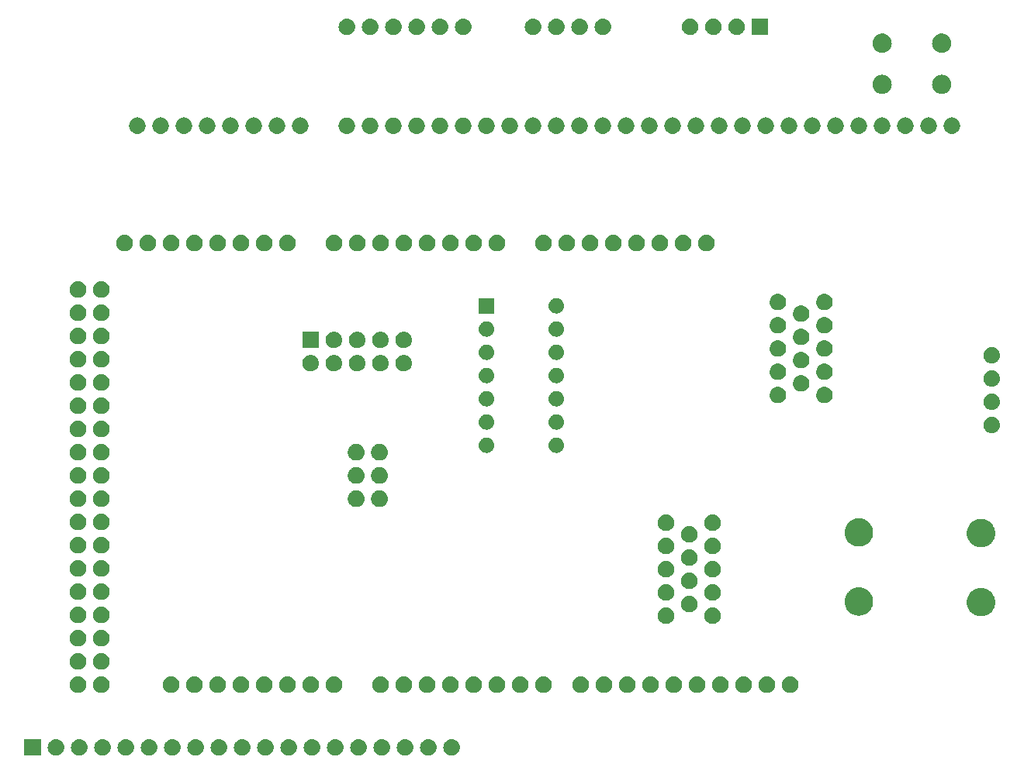
<source format=gbr>
G04 #@! TF.GenerationSoftware,KiCad,Pcbnew,7.0.9*
G04 #@! TF.CreationDate,2024-04-03T04:08:09-05:00*
G04 #@! TF.ProjectId,Arduino Controller - Entrex Trapezoid,41726475-696e-46f2-9043-6f6e74726f6c,rev?*
G04 #@! TF.SameCoordinates,Original*
G04 #@! TF.FileFunction,Soldermask,Top*
G04 #@! TF.FilePolarity,Negative*
%FSLAX46Y46*%
G04 Gerber Fmt 4.6, Leading zero omitted, Abs format (unit mm)*
G04 Created by KiCad (PCBNEW 7.0.9) date 2024-04-03 04:08:09*
%MOMM*%
%LPD*%
G01*
G04 APERTURE LIST*
G04 APERTURE END LIST*
G36*
X49764517Y-122292882D02*
G01*
X49781062Y-122303938D01*
X49792118Y-122320483D01*
X49796000Y-122340000D01*
X49796000Y-124040000D01*
X49792118Y-124059517D01*
X49781062Y-124076062D01*
X49764517Y-124087118D01*
X49745000Y-124091000D01*
X48045000Y-124091000D01*
X48025483Y-124087118D01*
X48008938Y-124076062D01*
X47997882Y-124059517D01*
X47994000Y-124040000D01*
X47994000Y-122340000D01*
X47997882Y-122320483D01*
X48008938Y-122303938D01*
X48025483Y-122292882D01*
X48045000Y-122289000D01*
X49745000Y-122289000D01*
X49764517Y-122292882D01*
G37*
G36*
X51478983Y-122293936D02*
G01*
X51529180Y-122293936D01*
X51572524Y-122303149D01*
X51610659Y-122306905D01*
X51658566Y-122321437D01*
X51713424Y-122333098D01*
X51748530Y-122348728D01*
X51779566Y-122358143D01*
X51828884Y-122384504D01*
X51885500Y-122409711D01*
X51911822Y-122428835D01*
X51935232Y-122441348D01*
X51982988Y-122480540D01*
X52037887Y-122520427D01*
X52055711Y-122540223D01*
X52071675Y-122553324D01*
X52114572Y-122605594D01*
X52163924Y-122660405D01*
X52174292Y-122678363D01*
X52183651Y-122689767D01*
X52218273Y-122754542D01*
X52258104Y-122823530D01*
X52262685Y-122837630D01*
X52266856Y-122845433D01*
X52289852Y-122921242D01*
X52316311Y-123002672D01*
X52317242Y-123011532D01*
X52318094Y-123014340D01*
X52326384Y-123098513D01*
X52336000Y-123190000D01*
X52326383Y-123281494D01*
X52318094Y-123365659D01*
X52317242Y-123368466D01*
X52316311Y-123377328D01*
X52289848Y-123458771D01*
X52266856Y-123534566D01*
X52262686Y-123542366D01*
X52258104Y-123556470D01*
X52218266Y-123625470D01*
X52183651Y-123690232D01*
X52174294Y-123701633D01*
X52163924Y-123719595D01*
X52114563Y-123774415D01*
X52071675Y-123826675D01*
X52055714Y-123839773D01*
X52037887Y-123859573D01*
X51982977Y-123899467D01*
X51935232Y-123938651D01*
X51911827Y-123951161D01*
X51885500Y-123970289D01*
X51828873Y-123995500D01*
X51779566Y-124021856D01*
X51748537Y-124031268D01*
X51713424Y-124046902D01*
X51658555Y-124058564D01*
X51610659Y-124073094D01*
X51572532Y-124076849D01*
X51529180Y-124086064D01*
X51478973Y-124086064D01*
X51435000Y-124090395D01*
X51391027Y-124086064D01*
X51340820Y-124086064D01*
X51297467Y-124076849D01*
X51259340Y-124073094D01*
X51211441Y-124058563D01*
X51156576Y-124046902D01*
X51121464Y-124031269D01*
X51090433Y-124021856D01*
X51041120Y-123995498D01*
X50984500Y-123970289D01*
X50958175Y-123951163D01*
X50934767Y-123938651D01*
X50887013Y-123899460D01*
X50832113Y-123859573D01*
X50814287Y-123839776D01*
X50798324Y-123826675D01*
X50755425Y-123774402D01*
X50706076Y-123719595D01*
X50695708Y-123701637D01*
X50686348Y-123690232D01*
X50651719Y-123625447D01*
X50611896Y-123556470D01*
X50607315Y-123542371D01*
X50603143Y-123534566D01*
X50580136Y-123458725D01*
X50553689Y-123377328D01*
X50552758Y-123368471D01*
X50551905Y-123365659D01*
X50543600Y-123281342D01*
X50534000Y-123190000D01*
X50543599Y-123098664D01*
X50551905Y-123014340D01*
X50552758Y-123011527D01*
X50553689Y-123002672D01*
X50580132Y-122921288D01*
X50603143Y-122845433D01*
X50607315Y-122837626D01*
X50611896Y-122823530D01*
X50651712Y-122754565D01*
X50686348Y-122689767D01*
X50695710Y-122678359D01*
X50706076Y-122660405D01*
X50755416Y-122605607D01*
X50798324Y-122553324D01*
X50814291Y-122540219D01*
X50832113Y-122520427D01*
X50887002Y-122480546D01*
X50934767Y-122441348D01*
X50958180Y-122428833D01*
X50984500Y-122409711D01*
X51041109Y-122384506D01*
X51090433Y-122358143D01*
X51121471Y-122348727D01*
X51156576Y-122333098D01*
X51211430Y-122321438D01*
X51259340Y-122306905D01*
X51297476Y-122303148D01*
X51340820Y-122293936D01*
X51391016Y-122293936D01*
X51435000Y-122289604D01*
X51478983Y-122293936D01*
G37*
G36*
X54018983Y-122293936D02*
G01*
X54069180Y-122293936D01*
X54112524Y-122303149D01*
X54150659Y-122306905D01*
X54198566Y-122321437D01*
X54253424Y-122333098D01*
X54288530Y-122348728D01*
X54319566Y-122358143D01*
X54368884Y-122384504D01*
X54425500Y-122409711D01*
X54451822Y-122428835D01*
X54475232Y-122441348D01*
X54522988Y-122480540D01*
X54577887Y-122520427D01*
X54595711Y-122540223D01*
X54611675Y-122553324D01*
X54654572Y-122605594D01*
X54703924Y-122660405D01*
X54714292Y-122678363D01*
X54723651Y-122689767D01*
X54758273Y-122754542D01*
X54798104Y-122823530D01*
X54802685Y-122837630D01*
X54806856Y-122845433D01*
X54829852Y-122921242D01*
X54856311Y-123002672D01*
X54857242Y-123011532D01*
X54858094Y-123014340D01*
X54866384Y-123098513D01*
X54876000Y-123190000D01*
X54866383Y-123281494D01*
X54858094Y-123365659D01*
X54857242Y-123368466D01*
X54856311Y-123377328D01*
X54829848Y-123458771D01*
X54806856Y-123534566D01*
X54802686Y-123542366D01*
X54798104Y-123556470D01*
X54758266Y-123625470D01*
X54723651Y-123690232D01*
X54714294Y-123701633D01*
X54703924Y-123719595D01*
X54654563Y-123774415D01*
X54611675Y-123826675D01*
X54595714Y-123839773D01*
X54577887Y-123859573D01*
X54522977Y-123899467D01*
X54475232Y-123938651D01*
X54451827Y-123951161D01*
X54425500Y-123970289D01*
X54368873Y-123995500D01*
X54319566Y-124021856D01*
X54288537Y-124031268D01*
X54253424Y-124046902D01*
X54198555Y-124058564D01*
X54150659Y-124073094D01*
X54112532Y-124076849D01*
X54069180Y-124086064D01*
X54018973Y-124086064D01*
X53975000Y-124090395D01*
X53931027Y-124086064D01*
X53880820Y-124086064D01*
X53837467Y-124076849D01*
X53799340Y-124073094D01*
X53751441Y-124058563D01*
X53696576Y-124046902D01*
X53661464Y-124031269D01*
X53630433Y-124021856D01*
X53581120Y-123995498D01*
X53524500Y-123970289D01*
X53498175Y-123951163D01*
X53474767Y-123938651D01*
X53427013Y-123899460D01*
X53372113Y-123859573D01*
X53354287Y-123839776D01*
X53338324Y-123826675D01*
X53295425Y-123774402D01*
X53246076Y-123719595D01*
X53235708Y-123701637D01*
X53226348Y-123690232D01*
X53191719Y-123625447D01*
X53151896Y-123556470D01*
X53147315Y-123542371D01*
X53143143Y-123534566D01*
X53120136Y-123458725D01*
X53093689Y-123377328D01*
X53092758Y-123368471D01*
X53091905Y-123365659D01*
X53083600Y-123281342D01*
X53074000Y-123190000D01*
X53083599Y-123098664D01*
X53091905Y-123014340D01*
X53092758Y-123011527D01*
X53093689Y-123002672D01*
X53120132Y-122921288D01*
X53143143Y-122845433D01*
X53147315Y-122837626D01*
X53151896Y-122823530D01*
X53191712Y-122754565D01*
X53226348Y-122689767D01*
X53235710Y-122678359D01*
X53246076Y-122660405D01*
X53295416Y-122605607D01*
X53338324Y-122553324D01*
X53354291Y-122540219D01*
X53372113Y-122520427D01*
X53427002Y-122480546D01*
X53474767Y-122441348D01*
X53498180Y-122428833D01*
X53524500Y-122409711D01*
X53581109Y-122384506D01*
X53630433Y-122358143D01*
X53661471Y-122348727D01*
X53696576Y-122333098D01*
X53751430Y-122321438D01*
X53799340Y-122306905D01*
X53837476Y-122303148D01*
X53880820Y-122293936D01*
X53931016Y-122293936D01*
X53975000Y-122289604D01*
X54018983Y-122293936D01*
G37*
G36*
X56558983Y-122293936D02*
G01*
X56609180Y-122293936D01*
X56652524Y-122303149D01*
X56690659Y-122306905D01*
X56738566Y-122321437D01*
X56793424Y-122333098D01*
X56828530Y-122348728D01*
X56859566Y-122358143D01*
X56908884Y-122384504D01*
X56965500Y-122409711D01*
X56991822Y-122428835D01*
X57015232Y-122441348D01*
X57062988Y-122480540D01*
X57117887Y-122520427D01*
X57135711Y-122540223D01*
X57151675Y-122553324D01*
X57194572Y-122605594D01*
X57243924Y-122660405D01*
X57254292Y-122678363D01*
X57263651Y-122689767D01*
X57298273Y-122754542D01*
X57338104Y-122823530D01*
X57342685Y-122837630D01*
X57346856Y-122845433D01*
X57369852Y-122921242D01*
X57396311Y-123002672D01*
X57397242Y-123011532D01*
X57398094Y-123014340D01*
X57406384Y-123098513D01*
X57416000Y-123190000D01*
X57406383Y-123281494D01*
X57398094Y-123365659D01*
X57397242Y-123368466D01*
X57396311Y-123377328D01*
X57369848Y-123458771D01*
X57346856Y-123534566D01*
X57342686Y-123542366D01*
X57338104Y-123556470D01*
X57298266Y-123625470D01*
X57263651Y-123690232D01*
X57254294Y-123701633D01*
X57243924Y-123719595D01*
X57194563Y-123774415D01*
X57151675Y-123826675D01*
X57135714Y-123839773D01*
X57117887Y-123859573D01*
X57062977Y-123899467D01*
X57015232Y-123938651D01*
X56991827Y-123951161D01*
X56965500Y-123970289D01*
X56908873Y-123995500D01*
X56859566Y-124021856D01*
X56828537Y-124031268D01*
X56793424Y-124046902D01*
X56738555Y-124058564D01*
X56690659Y-124073094D01*
X56652532Y-124076849D01*
X56609180Y-124086064D01*
X56558973Y-124086064D01*
X56515000Y-124090395D01*
X56471027Y-124086064D01*
X56420820Y-124086064D01*
X56377467Y-124076849D01*
X56339340Y-124073094D01*
X56291441Y-124058563D01*
X56236576Y-124046902D01*
X56201464Y-124031269D01*
X56170433Y-124021856D01*
X56121120Y-123995498D01*
X56064500Y-123970289D01*
X56038175Y-123951163D01*
X56014767Y-123938651D01*
X55967013Y-123899460D01*
X55912113Y-123859573D01*
X55894287Y-123839776D01*
X55878324Y-123826675D01*
X55835425Y-123774402D01*
X55786076Y-123719595D01*
X55775708Y-123701637D01*
X55766348Y-123690232D01*
X55731719Y-123625447D01*
X55691896Y-123556470D01*
X55687315Y-123542371D01*
X55683143Y-123534566D01*
X55660136Y-123458725D01*
X55633689Y-123377328D01*
X55632758Y-123368471D01*
X55631905Y-123365659D01*
X55623600Y-123281342D01*
X55614000Y-123190000D01*
X55623599Y-123098664D01*
X55631905Y-123014340D01*
X55632758Y-123011527D01*
X55633689Y-123002672D01*
X55660132Y-122921288D01*
X55683143Y-122845433D01*
X55687315Y-122837626D01*
X55691896Y-122823530D01*
X55731712Y-122754565D01*
X55766348Y-122689767D01*
X55775710Y-122678359D01*
X55786076Y-122660405D01*
X55835416Y-122605607D01*
X55878324Y-122553324D01*
X55894291Y-122540219D01*
X55912113Y-122520427D01*
X55967002Y-122480546D01*
X56014767Y-122441348D01*
X56038180Y-122428833D01*
X56064500Y-122409711D01*
X56121109Y-122384506D01*
X56170433Y-122358143D01*
X56201471Y-122348727D01*
X56236576Y-122333098D01*
X56291430Y-122321438D01*
X56339340Y-122306905D01*
X56377476Y-122303148D01*
X56420820Y-122293936D01*
X56471016Y-122293936D01*
X56515000Y-122289604D01*
X56558983Y-122293936D01*
G37*
G36*
X59098983Y-122293936D02*
G01*
X59149180Y-122293936D01*
X59192524Y-122303149D01*
X59230659Y-122306905D01*
X59278566Y-122321437D01*
X59333424Y-122333098D01*
X59368530Y-122348728D01*
X59399566Y-122358143D01*
X59448884Y-122384504D01*
X59505500Y-122409711D01*
X59531822Y-122428835D01*
X59555232Y-122441348D01*
X59602988Y-122480540D01*
X59657887Y-122520427D01*
X59675711Y-122540223D01*
X59691675Y-122553324D01*
X59734572Y-122605594D01*
X59783924Y-122660405D01*
X59794292Y-122678363D01*
X59803651Y-122689767D01*
X59838273Y-122754542D01*
X59878104Y-122823530D01*
X59882685Y-122837630D01*
X59886856Y-122845433D01*
X59909852Y-122921242D01*
X59936311Y-123002672D01*
X59937242Y-123011532D01*
X59938094Y-123014340D01*
X59946384Y-123098513D01*
X59956000Y-123190000D01*
X59946383Y-123281494D01*
X59938094Y-123365659D01*
X59937242Y-123368466D01*
X59936311Y-123377328D01*
X59909848Y-123458771D01*
X59886856Y-123534566D01*
X59882686Y-123542366D01*
X59878104Y-123556470D01*
X59838266Y-123625470D01*
X59803651Y-123690232D01*
X59794294Y-123701633D01*
X59783924Y-123719595D01*
X59734563Y-123774415D01*
X59691675Y-123826675D01*
X59675714Y-123839773D01*
X59657887Y-123859573D01*
X59602977Y-123899467D01*
X59555232Y-123938651D01*
X59531827Y-123951161D01*
X59505500Y-123970289D01*
X59448873Y-123995500D01*
X59399566Y-124021856D01*
X59368537Y-124031268D01*
X59333424Y-124046902D01*
X59278555Y-124058564D01*
X59230659Y-124073094D01*
X59192532Y-124076849D01*
X59149180Y-124086064D01*
X59098973Y-124086064D01*
X59055000Y-124090395D01*
X59011027Y-124086064D01*
X58960820Y-124086064D01*
X58917467Y-124076849D01*
X58879340Y-124073094D01*
X58831441Y-124058563D01*
X58776576Y-124046902D01*
X58741464Y-124031269D01*
X58710433Y-124021856D01*
X58661120Y-123995498D01*
X58604500Y-123970289D01*
X58578175Y-123951163D01*
X58554767Y-123938651D01*
X58507013Y-123899460D01*
X58452113Y-123859573D01*
X58434287Y-123839776D01*
X58418324Y-123826675D01*
X58375425Y-123774402D01*
X58326076Y-123719595D01*
X58315708Y-123701637D01*
X58306348Y-123690232D01*
X58271719Y-123625447D01*
X58231896Y-123556470D01*
X58227315Y-123542371D01*
X58223143Y-123534566D01*
X58200136Y-123458725D01*
X58173689Y-123377328D01*
X58172758Y-123368471D01*
X58171905Y-123365659D01*
X58163600Y-123281342D01*
X58154000Y-123190000D01*
X58163599Y-123098664D01*
X58171905Y-123014340D01*
X58172758Y-123011527D01*
X58173689Y-123002672D01*
X58200132Y-122921288D01*
X58223143Y-122845433D01*
X58227315Y-122837626D01*
X58231896Y-122823530D01*
X58271712Y-122754565D01*
X58306348Y-122689767D01*
X58315710Y-122678359D01*
X58326076Y-122660405D01*
X58375416Y-122605607D01*
X58418324Y-122553324D01*
X58434291Y-122540219D01*
X58452113Y-122520427D01*
X58507002Y-122480546D01*
X58554767Y-122441348D01*
X58578180Y-122428833D01*
X58604500Y-122409711D01*
X58661109Y-122384506D01*
X58710433Y-122358143D01*
X58741471Y-122348727D01*
X58776576Y-122333098D01*
X58831430Y-122321438D01*
X58879340Y-122306905D01*
X58917476Y-122303148D01*
X58960820Y-122293936D01*
X59011016Y-122293936D01*
X59055000Y-122289604D01*
X59098983Y-122293936D01*
G37*
G36*
X61638983Y-122293936D02*
G01*
X61689180Y-122293936D01*
X61732524Y-122303149D01*
X61770659Y-122306905D01*
X61818566Y-122321437D01*
X61873424Y-122333098D01*
X61908530Y-122348728D01*
X61939566Y-122358143D01*
X61988884Y-122384504D01*
X62045500Y-122409711D01*
X62071822Y-122428835D01*
X62095232Y-122441348D01*
X62142988Y-122480540D01*
X62197887Y-122520427D01*
X62215711Y-122540223D01*
X62231675Y-122553324D01*
X62274572Y-122605594D01*
X62323924Y-122660405D01*
X62334292Y-122678363D01*
X62343651Y-122689767D01*
X62378273Y-122754542D01*
X62418104Y-122823530D01*
X62422685Y-122837630D01*
X62426856Y-122845433D01*
X62449852Y-122921242D01*
X62476311Y-123002672D01*
X62477242Y-123011532D01*
X62478094Y-123014340D01*
X62486384Y-123098513D01*
X62496000Y-123190000D01*
X62486383Y-123281494D01*
X62478094Y-123365659D01*
X62477242Y-123368466D01*
X62476311Y-123377328D01*
X62449848Y-123458771D01*
X62426856Y-123534566D01*
X62422686Y-123542366D01*
X62418104Y-123556470D01*
X62378266Y-123625470D01*
X62343651Y-123690232D01*
X62334294Y-123701633D01*
X62323924Y-123719595D01*
X62274563Y-123774415D01*
X62231675Y-123826675D01*
X62215714Y-123839773D01*
X62197887Y-123859573D01*
X62142977Y-123899467D01*
X62095232Y-123938651D01*
X62071827Y-123951161D01*
X62045500Y-123970289D01*
X61988873Y-123995500D01*
X61939566Y-124021856D01*
X61908537Y-124031268D01*
X61873424Y-124046902D01*
X61818555Y-124058564D01*
X61770659Y-124073094D01*
X61732532Y-124076849D01*
X61689180Y-124086064D01*
X61638973Y-124086064D01*
X61595000Y-124090395D01*
X61551027Y-124086064D01*
X61500820Y-124086064D01*
X61457467Y-124076849D01*
X61419340Y-124073094D01*
X61371441Y-124058563D01*
X61316576Y-124046902D01*
X61281464Y-124031269D01*
X61250433Y-124021856D01*
X61201120Y-123995498D01*
X61144500Y-123970289D01*
X61118175Y-123951163D01*
X61094767Y-123938651D01*
X61047013Y-123899460D01*
X60992113Y-123859573D01*
X60974287Y-123839776D01*
X60958324Y-123826675D01*
X60915425Y-123774402D01*
X60866076Y-123719595D01*
X60855708Y-123701637D01*
X60846348Y-123690232D01*
X60811719Y-123625447D01*
X60771896Y-123556470D01*
X60767315Y-123542371D01*
X60763143Y-123534566D01*
X60740136Y-123458725D01*
X60713689Y-123377328D01*
X60712758Y-123368471D01*
X60711905Y-123365659D01*
X60703600Y-123281342D01*
X60694000Y-123190000D01*
X60703599Y-123098664D01*
X60711905Y-123014340D01*
X60712758Y-123011527D01*
X60713689Y-123002672D01*
X60740132Y-122921288D01*
X60763143Y-122845433D01*
X60767315Y-122837626D01*
X60771896Y-122823530D01*
X60811712Y-122754565D01*
X60846348Y-122689767D01*
X60855710Y-122678359D01*
X60866076Y-122660405D01*
X60915416Y-122605607D01*
X60958324Y-122553324D01*
X60974291Y-122540219D01*
X60992113Y-122520427D01*
X61047002Y-122480546D01*
X61094767Y-122441348D01*
X61118180Y-122428833D01*
X61144500Y-122409711D01*
X61201109Y-122384506D01*
X61250433Y-122358143D01*
X61281471Y-122348727D01*
X61316576Y-122333098D01*
X61371430Y-122321438D01*
X61419340Y-122306905D01*
X61457476Y-122303148D01*
X61500820Y-122293936D01*
X61551016Y-122293936D01*
X61595000Y-122289604D01*
X61638983Y-122293936D01*
G37*
G36*
X64178983Y-122293936D02*
G01*
X64229180Y-122293936D01*
X64272524Y-122303149D01*
X64310659Y-122306905D01*
X64358566Y-122321437D01*
X64413424Y-122333098D01*
X64448530Y-122348728D01*
X64479566Y-122358143D01*
X64528884Y-122384504D01*
X64585500Y-122409711D01*
X64611822Y-122428835D01*
X64635232Y-122441348D01*
X64682988Y-122480540D01*
X64737887Y-122520427D01*
X64755711Y-122540223D01*
X64771675Y-122553324D01*
X64814572Y-122605594D01*
X64863924Y-122660405D01*
X64874292Y-122678363D01*
X64883651Y-122689767D01*
X64918273Y-122754542D01*
X64958104Y-122823530D01*
X64962685Y-122837630D01*
X64966856Y-122845433D01*
X64989852Y-122921242D01*
X65016311Y-123002672D01*
X65017242Y-123011532D01*
X65018094Y-123014340D01*
X65026384Y-123098513D01*
X65036000Y-123190000D01*
X65026383Y-123281494D01*
X65018094Y-123365659D01*
X65017242Y-123368466D01*
X65016311Y-123377328D01*
X64989848Y-123458771D01*
X64966856Y-123534566D01*
X64962686Y-123542366D01*
X64958104Y-123556470D01*
X64918266Y-123625470D01*
X64883651Y-123690232D01*
X64874294Y-123701633D01*
X64863924Y-123719595D01*
X64814563Y-123774415D01*
X64771675Y-123826675D01*
X64755714Y-123839773D01*
X64737887Y-123859573D01*
X64682977Y-123899467D01*
X64635232Y-123938651D01*
X64611827Y-123951161D01*
X64585500Y-123970289D01*
X64528873Y-123995500D01*
X64479566Y-124021856D01*
X64448537Y-124031268D01*
X64413424Y-124046902D01*
X64358555Y-124058564D01*
X64310659Y-124073094D01*
X64272532Y-124076849D01*
X64229180Y-124086064D01*
X64178973Y-124086064D01*
X64135000Y-124090395D01*
X64091027Y-124086064D01*
X64040820Y-124086064D01*
X63997467Y-124076849D01*
X63959340Y-124073094D01*
X63911441Y-124058563D01*
X63856576Y-124046902D01*
X63821464Y-124031269D01*
X63790433Y-124021856D01*
X63741120Y-123995498D01*
X63684500Y-123970289D01*
X63658175Y-123951163D01*
X63634767Y-123938651D01*
X63587013Y-123899460D01*
X63532113Y-123859573D01*
X63514287Y-123839776D01*
X63498324Y-123826675D01*
X63455425Y-123774402D01*
X63406076Y-123719595D01*
X63395708Y-123701637D01*
X63386348Y-123690232D01*
X63351719Y-123625447D01*
X63311896Y-123556470D01*
X63307315Y-123542371D01*
X63303143Y-123534566D01*
X63280136Y-123458725D01*
X63253689Y-123377328D01*
X63252758Y-123368471D01*
X63251905Y-123365659D01*
X63243600Y-123281342D01*
X63234000Y-123190000D01*
X63243599Y-123098664D01*
X63251905Y-123014340D01*
X63252758Y-123011527D01*
X63253689Y-123002672D01*
X63280132Y-122921288D01*
X63303143Y-122845433D01*
X63307315Y-122837626D01*
X63311896Y-122823530D01*
X63351712Y-122754565D01*
X63386348Y-122689767D01*
X63395710Y-122678359D01*
X63406076Y-122660405D01*
X63455416Y-122605607D01*
X63498324Y-122553324D01*
X63514291Y-122540219D01*
X63532113Y-122520427D01*
X63587002Y-122480546D01*
X63634767Y-122441348D01*
X63658180Y-122428833D01*
X63684500Y-122409711D01*
X63741109Y-122384506D01*
X63790433Y-122358143D01*
X63821471Y-122348727D01*
X63856576Y-122333098D01*
X63911430Y-122321438D01*
X63959340Y-122306905D01*
X63997476Y-122303148D01*
X64040820Y-122293936D01*
X64091016Y-122293936D01*
X64135000Y-122289604D01*
X64178983Y-122293936D01*
G37*
G36*
X66718983Y-122293936D02*
G01*
X66769180Y-122293936D01*
X66812524Y-122303149D01*
X66850659Y-122306905D01*
X66898566Y-122321437D01*
X66953424Y-122333098D01*
X66988530Y-122348728D01*
X67019566Y-122358143D01*
X67068884Y-122384504D01*
X67125500Y-122409711D01*
X67151822Y-122428835D01*
X67175232Y-122441348D01*
X67222988Y-122480540D01*
X67277887Y-122520427D01*
X67295711Y-122540223D01*
X67311675Y-122553324D01*
X67354572Y-122605594D01*
X67403924Y-122660405D01*
X67414292Y-122678363D01*
X67423651Y-122689767D01*
X67458273Y-122754542D01*
X67498104Y-122823530D01*
X67502685Y-122837630D01*
X67506856Y-122845433D01*
X67529852Y-122921242D01*
X67556311Y-123002672D01*
X67557242Y-123011532D01*
X67558094Y-123014340D01*
X67566384Y-123098513D01*
X67576000Y-123190000D01*
X67566383Y-123281494D01*
X67558094Y-123365659D01*
X67557242Y-123368466D01*
X67556311Y-123377328D01*
X67529848Y-123458771D01*
X67506856Y-123534566D01*
X67502686Y-123542366D01*
X67498104Y-123556470D01*
X67458266Y-123625470D01*
X67423651Y-123690232D01*
X67414294Y-123701633D01*
X67403924Y-123719595D01*
X67354563Y-123774415D01*
X67311675Y-123826675D01*
X67295714Y-123839773D01*
X67277887Y-123859573D01*
X67222977Y-123899467D01*
X67175232Y-123938651D01*
X67151827Y-123951161D01*
X67125500Y-123970289D01*
X67068873Y-123995500D01*
X67019566Y-124021856D01*
X66988537Y-124031268D01*
X66953424Y-124046902D01*
X66898555Y-124058564D01*
X66850659Y-124073094D01*
X66812532Y-124076849D01*
X66769180Y-124086064D01*
X66718973Y-124086064D01*
X66675000Y-124090395D01*
X66631027Y-124086064D01*
X66580820Y-124086064D01*
X66537467Y-124076849D01*
X66499340Y-124073094D01*
X66451441Y-124058563D01*
X66396576Y-124046902D01*
X66361464Y-124031269D01*
X66330433Y-124021856D01*
X66281120Y-123995498D01*
X66224500Y-123970289D01*
X66198175Y-123951163D01*
X66174767Y-123938651D01*
X66127013Y-123899460D01*
X66072113Y-123859573D01*
X66054287Y-123839776D01*
X66038324Y-123826675D01*
X65995425Y-123774402D01*
X65946076Y-123719595D01*
X65935708Y-123701637D01*
X65926348Y-123690232D01*
X65891719Y-123625447D01*
X65851896Y-123556470D01*
X65847315Y-123542371D01*
X65843143Y-123534566D01*
X65820136Y-123458725D01*
X65793689Y-123377328D01*
X65792758Y-123368471D01*
X65791905Y-123365659D01*
X65783600Y-123281342D01*
X65774000Y-123190000D01*
X65783599Y-123098664D01*
X65791905Y-123014340D01*
X65792758Y-123011527D01*
X65793689Y-123002672D01*
X65820132Y-122921288D01*
X65843143Y-122845433D01*
X65847315Y-122837626D01*
X65851896Y-122823530D01*
X65891712Y-122754565D01*
X65926348Y-122689767D01*
X65935710Y-122678359D01*
X65946076Y-122660405D01*
X65995416Y-122605607D01*
X66038324Y-122553324D01*
X66054291Y-122540219D01*
X66072113Y-122520427D01*
X66127002Y-122480546D01*
X66174767Y-122441348D01*
X66198180Y-122428833D01*
X66224500Y-122409711D01*
X66281109Y-122384506D01*
X66330433Y-122358143D01*
X66361471Y-122348727D01*
X66396576Y-122333098D01*
X66451430Y-122321438D01*
X66499340Y-122306905D01*
X66537476Y-122303148D01*
X66580820Y-122293936D01*
X66631016Y-122293936D01*
X66675000Y-122289604D01*
X66718983Y-122293936D01*
G37*
G36*
X69258983Y-122293936D02*
G01*
X69309180Y-122293936D01*
X69352524Y-122303149D01*
X69390659Y-122306905D01*
X69438566Y-122321437D01*
X69493424Y-122333098D01*
X69528530Y-122348728D01*
X69559566Y-122358143D01*
X69608884Y-122384504D01*
X69665500Y-122409711D01*
X69691822Y-122428835D01*
X69715232Y-122441348D01*
X69762988Y-122480540D01*
X69817887Y-122520427D01*
X69835711Y-122540223D01*
X69851675Y-122553324D01*
X69894572Y-122605594D01*
X69943924Y-122660405D01*
X69954292Y-122678363D01*
X69963651Y-122689767D01*
X69998273Y-122754542D01*
X70038104Y-122823530D01*
X70042685Y-122837630D01*
X70046856Y-122845433D01*
X70069852Y-122921242D01*
X70096311Y-123002672D01*
X70097242Y-123011532D01*
X70098094Y-123014340D01*
X70106384Y-123098513D01*
X70116000Y-123190000D01*
X70106383Y-123281494D01*
X70098094Y-123365659D01*
X70097242Y-123368466D01*
X70096311Y-123377328D01*
X70069848Y-123458771D01*
X70046856Y-123534566D01*
X70042686Y-123542366D01*
X70038104Y-123556470D01*
X69998266Y-123625470D01*
X69963651Y-123690232D01*
X69954294Y-123701633D01*
X69943924Y-123719595D01*
X69894563Y-123774415D01*
X69851675Y-123826675D01*
X69835714Y-123839773D01*
X69817887Y-123859573D01*
X69762977Y-123899467D01*
X69715232Y-123938651D01*
X69691827Y-123951161D01*
X69665500Y-123970289D01*
X69608873Y-123995500D01*
X69559566Y-124021856D01*
X69528537Y-124031268D01*
X69493424Y-124046902D01*
X69438555Y-124058564D01*
X69390659Y-124073094D01*
X69352532Y-124076849D01*
X69309180Y-124086064D01*
X69258973Y-124086064D01*
X69215000Y-124090395D01*
X69171027Y-124086064D01*
X69120820Y-124086064D01*
X69077467Y-124076849D01*
X69039340Y-124073094D01*
X68991441Y-124058563D01*
X68936576Y-124046902D01*
X68901464Y-124031269D01*
X68870433Y-124021856D01*
X68821120Y-123995498D01*
X68764500Y-123970289D01*
X68738175Y-123951163D01*
X68714767Y-123938651D01*
X68667013Y-123899460D01*
X68612113Y-123859573D01*
X68594287Y-123839776D01*
X68578324Y-123826675D01*
X68535425Y-123774402D01*
X68486076Y-123719595D01*
X68475708Y-123701637D01*
X68466348Y-123690232D01*
X68431719Y-123625447D01*
X68391896Y-123556470D01*
X68387315Y-123542371D01*
X68383143Y-123534566D01*
X68360136Y-123458725D01*
X68333689Y-123377328D01*
X68332758Y-123368471D01*
X68331905Y-123365659D01*
X68323600Y-123281342D01*
X68314000Y-123190000D01*
X68323599Y-123098664D01*
X68331905Y-123014340D01*
X68332758Y-123011527D01*
X68333689Y-123002672D01*
X68360132Y-122921288D01*
X68383143Y-122845433D01*
X68387315Y-122837626D01*
X68391896Y-122823530D01*
X68431712Y-122754565D01*
X68466348Y-122689767D01*
X68475710Y-122678359D01*
X68486076Y-122660405D01*
X68535416Y-122605607D01*
X68578324Y-122553324D01*
X68594291Y-122540219D01*
X68612113Y-122520427D01*
X68667002Y-122480546D01*
X68714767Y-122441348D01*
X68738180Y-122428833D01*
X68764500Y-122409711D01*
X68821109Y-122384506D01*
X68870433Y-122358143D01*
X68901471Y-122348727D01*
X68936576Y-122333098D01*
X68991430Y-122321438D01*
X69039340Y-122306905D01*
X69077476Y-122303148D01*
X69120820Y-122293936D01*
X69171016Y-122293936D01*
X69215000Y-122289604D01*
X69258983Y-122293936D01*
G37*
G36*
X71798983Y-122293936D02*
G01*
X71849180Y-122293936D01*
X71892524Y-122303149D01*
X71930659Y-122306905D01*
X71978566Y-122321437D01*
X72033424Y-122333098D01*
X72068530Y-122348728D01*
X72099566Y-122358143D01*
X72148884Y-122384504D01*
X72205500Y-122409711D01*
X72231822Y-122428835D01*
X72255232Y-122441348D01*
X72302988Y-122480540D01*
X72357887Y-122520427D01*
X72375711Y-122540223D01*
X72391675Y-122553324D01*
X72434572Y-122605594D01*
X72483924Y-122660405D01*
X72494292Y-122678363D01*
X72503651Y-122689767D01*
X72538273Y-122754542D01*
X72578104Y-122823530D01*
X72582685Y-122837630D01*
X72586856Y-122845433D01*
X72609852Y-122921242D01*
X72636311Y-123002672D01*
X72637242Y-123011532D01*
X72638094Y-123014340D01*
X72646384Y-123098513D01*
X72656000Y-123190000D01*
X72646383Y-123281494D01*
X72638094Y-123365659D01*
X72637242Y-123368466D01*
X72636311Y-123377328D01*
X72609848Y-123458771D01*
X72586856Y-123534566D01*
X72582686Y-123542366D01*
X72578104Y-123556470D01*
X72538266Y-123625470D01*
X72503651Y-123690232D01*
X72494294Y-123701633D01*
X72483924Y-123719595D01*
X72434563Y-123774415D01*
X72391675Y-123826675D01*
X72375714Y-123839773D01*
X72357887Y-123859573D01*
X72302977Y-123899467D01*
X72255232Y-123938651D01*
X72231827Y-123951161D01*
X72205500Y-123970289D01*
X72148873Y-123995500D01*
X72099566Y-124021856D01*
X72068537Y-124031268D01*
X72033424Y-124046902D01*
X71978555Y-124058564D01*
X71930659Y-124073094D01*
X71892532Y-124076849D01*
X71849180Y-124086064D01*
X71798973Y-124086064D01*
X71755000Y-124090395D01*
X71711027Y-124086064D01*
X71660820Y-124086064D01*
X71617467Y-124076849D01*
X71579340Y-124073094D01*
X71531441Y-124058563D01*
X71476576Y-124046902D01*
X71441464Y-124031269D01*
X71410433Y-124021856D01*
X71361120Y-123995498D01*
X71304500Y-123970289D01*
X71278175Y-123951163D01*
X71254767Y-123938651D01*
X71207013Y-123899460D01*
X71152113Y-123859573D01*
X71134287Y-123839776D01*
X71118324Y-123826675D01*
X71075425Y-123774402D01*
X71026076Y-123719595D01*
X71015708Y-123701637D01*
X71006348Y-123690232D01*
X70971719Y-123625447D01*
X70931896Y-123556470D01*
X70927315Y-123542371D01*
X70923143Y-123534566D01*
X70900136Y-123458725D01*
X70873689Y-123377328D01*
X70872758Y-123368471D01*
X70871905Y-123365659D01*
X70863600Y-123281342D01*
X70854000Y-123190000D01*
X70863599Y-123098664D01*
X70871905Y-123014340D01*
X70872758Y-123011527D01*
X70873689Y-123002672D01*
X70900132Y-122921288D01*
X70923143Y-122845433D01*
X70927315Y-122837626D01*
X70931896Y-122823530D01*
X70971712Y-122754565D01*
X71006348Y-122689767D01*
X71015710Y-122678359D01*
X71026076Y-122660405D01*
X71075416Y-122605607D01*
X71118324Y-122553324D01*
X71134291Y-122540219D01*
X71152113Y-122520427D01*
X71207002Y-122480546D01*
X71254767Y-122441348D01*
X71278180Y-122428833D01*
X71304500Y-122409711D01*
X71361109Y-122384506D01*
X71410433Y-122358143D01*
X71441471Y-122348727D01*
X71476576Y-122333098D01*
X71531430Y-122321438D01*
X71579340Y-122306905D01*
X71617476Y-122303148D01*
X71660820Y-122293936D01*
X71711016Y-122293936D01*
X71755000Y-122289604D01*
X71798983Y-122293936D01*
G37*
G36*
X74338983Y-122293936D02*
G01*
X74389180Y-122293936D01*
X74432524Y-122303149D01*
X74470659Y-122306905D01*
X74518566Y-122321437D01*
X74573424Y-122333098D01*
X74608530Y-122348728D01*
X74639566Y-122358143D01*
X74688884Y-122384504D01*
X74745500Y-122409711D01*
X74771822Y-122428835D01*
X74795232Y-122441348D01*
X74842988Y-122480540D01*
X74897887Y-122520427D01*
X74915711Y-122540223D01*
X74931675Y-122553324D01*
X74974572Y-122605594D01*
X75023924Y-122660405D01*
X75034292Y-122678363D01*
X75043651Y-122689767D01*
X75078273Y-122754542D01*
X75118104Y-122823530D01*
X75122685Y-122837630D01*
X75126856Y-122845433D01*
X75149852Y-122921242D01*
X75176311Y-123002672D01*
X75177242Y-123011532D01*
X75178094Y-123014340D01*
X75186384Y-123098513D01*
X75196000Y-123190000D01*
X75186383Y-123281494D01*
X75178094Y-123365659D01*
X75177242Y-123368466D01*
X75176311Y-123377328D01*
X75149848Y-123458771D01*
X75126856Y-123534566D01*
X75122686Y-123542366D01*
X75118104Y-123556470D01*
X75078266Y-123625470D01*
X75043651Y-123690232D01*
X75034294Y-123701633D01*
X75023924Y-123719595D01*
X74974563Y-123774415D01*
X74931675Y-123826675D01*
X74915714Y-123839773D01*
X74897887Y-123859573D01*
X74842977Y-123899467D01*
X74795232Y-123938651D01*
X74771827Y-123951161D01*
X74745500Y-123970289D01*
X74688873Y-123995500D01*
X74639566Y-124021856D01*
X74608537Y-124031268D01*
X74573424Y-124046902D01*
X74518555Y-124058564D01*
X74470659Y-124073094D01*
X74432532Y-124076849D01*
X74389180Y-124086064D01*
X74338973Y-124086064D01*
X74295000Y-124090395D01*
X74251027Y-124086064D01*
X74200820Y-124086064D01*
X74157467Y-124076849D01*
X74119340Y-124073094D01*
X74071441Y-124058563D01*
X74016576Y-124046902D01*
X73981464Y-124031269D01*
X73950433Y-124021856D01*
X73901120Y-123995498D01*
X73844500Y-123970289D01*
X73818175Y-123951163D01*
X73794767Y-123938651D01*
X73747013Y-123899460D01*
X73692113Y-123859573D01*
X73674287Y-123839776D01*
X73658324Y-123826675D01*
X73615425Y-123774402D01*
X73566076Y-123719595D01*
X73555708Y-123701637D01*
X73546348Y-123690232D01*
X73511719Y-123625447D01*
X73471896Y-123556470D01*
X73467315Y-123542371D01*
X73463143Y-123534566D01*
X73440136Y-123458725D01*
X73413689Y-123377328D01*
X73412758Y-123368471D01*
X73411905Y-123365659D01*
X73403600Y-123281342D01*
X73394000Y-123190000D01*
X73403599Y-123098664D01*
X73411905Y-123014340D01*
X73412758Y-123011527D01*
X73413689Y-123002672D01*
X73440132Y-122921288D01*
X73463143Y-122845433D01*
X73467315Y-122837626D01*
X73471896Y-122823530D01*
X73511712Y-122754565D01*
X73546348Y-122689767D01*
X73555710Y-122678359D01*
X73566076Y-122660405D01*
X73615416Y-122605607D01*
X73658324Y-122553324D01*
X73674291Y-122540219D01*
X73692113Y-122520427D01*
X73747002Y-122480546D01*
X73794767Y-122441348D01*
X73818180Y-122428833D01*
X73844500Y-122409711D01*
X73901109Y-122384506D01*
X73950433Y-122358143D01*
X73981471Y-122348727D01*
X74016576Y-122333098D01*
X74071430Y-122321438D01*
X74119340Y-122306905D01*
X74157476Y-122303148D01*
X74200820Y-122293936D01*
X74251016Y-122293936D01*
X74295000Y-122289604D01*
X74338983Y-122293936D01*
G37*
G36*
X76878983Y-122293936D02*
G01*
X76929180Y-122293936D01*
X76972524Y-122303149D01*
X77010659Y-122306905D01*
X77058566Y-122321437D01*
X77113424Y-122333098D01*
X77148530Y-122348728D01*
X77179566Y-122358143D01*
X77228884Y-122384504D01*
X77285500Y-122409711D01*
X77311822Y-122428835D01*
X77335232Y-122441348D01*
X77382988Y-122480540D01*
X77437887Y-122520427D01*
X77455711Y-122540223D01*
X77471675Y-122553324D01*
X77514572Y-122605594D01*
X77563924Y-122660405D01*
X77574292Y-122678363D01*
X77583651Y-122689767D01*
X77618273Y-122754542D01*
X77658104Y-122823530D01*
X77662685Y-122837630D01*
X77666856Y-122845433D01*
X77689852Y-122921242D01*
X77716311Y-123002672D01*
X77717242Y-123011532D01*
X77718094Y-123014340D01*
X77726384Y-123098513D01*
X77736000Y-123190000D01*
X77726383Y-123281494D01*
X77718094Y-123365659D01*
X77717242Y-123368466D01*
X77716311Y-123377328D01*
X77689848Y-123458771D01*
X77666856Y-123534566D01*
X77662686Y-123542366D01*
X77658104Y-123556470D01*
X77618266Y-123625470D01*
X77583651Y-123690232D01*
X77574294Y-123701633D01*
X77563924Y-123719595D01*
X77514563Y-123774415D01*
X77471675Y-123826675D01*
X77455714Y-123839773D01*
X77437887Y-123859573D01*
X77382977Y-123899467D01*
X77335232Y-123938651D01*
X77311827Y-123951161D01*
X77285500Y-123970289D01*
X77228873Y-123995500D01*
X77179566Y-124021856D01*
X77148537Y-124031268D01*
X77113424Y-124046902D01*
X77058555Y-124058564D01*
X77010659Y-124073094D01*
X76972532Y-124076849D01*
X76929180Y-124086064D01*
X76878973Y-124086064D01*
X76835000Y-124090395D01*
X76791027Y-124086064D01*
X76740820Y-124086064D01*
X76697467Y-124076849D01*
X76659340Y-124073094D01*
X76611441Y-124058563D01*
X76556576Y-124046902D01*
X76521464Y-124031269D01*
X76490433Y-124021856D01*
X76441120Y-123995498D01*
X76384500Y-123970289D01*
X76358175Y-123951163D01*
X76334767Y-123938651D01*
X76287013Y-123899460D01*
X76232113Y-123859573D01*
X76214287Y-123839776D01*
X76198324Y-123826675D01*
X76155425Y-123774402D01*
X76106076Y-123719595D01*
X76095708Y-123701637D01*
X76086348Y-123690232D01*
X76051719Y-123625447D01*
X76011896Y-123556470D01*
X76007315Y-123542371D01*
X76003143Y-123534566D01*
X75980136Y-123458725D01*
X75953689Y-123377328D01*
X75952758Y-123368471D01*
X75951905Y-123365659D01*
X75943600Y-123281342D01*
X75934000Y-123190000D01*
X75943599Y-123098664D01*
X75951905Y-123014340D01*
X75952758Y-123011527D01*
X75953689Y-123002672D01*
X75980132Y-122921288D01*
X76003143Y-122845433D01*
X76007315Y-122837626D01*
X76011896Y-122823530D01*
X76051712Y-122754565D01*
X76086348Y-122689767D01*
X76095710Y-122678359D01*
X76106076Y-122660405D01*
X76155416Y-122605607D01*
X76198324Y-122553324D01*
X76214291Y-122540219D01*
X76232113Y-122520427D01*
X76287002Y-122480546D01*
X76334767Y-122441348D01*
X76358180Y-122428833D01*
X76384500Y-122409711D01*
X76441109Y-122384506D01*
X76490433Y-122358143D01*
X76521471Y-122348727D01*
X76556576Y-122333098D01*
X76611430Y-122321438D01*
X76659340Y-122306905D01*
X76697476Y-122303148D01*
X76740820Y-122293936D01*
X76791016Y-122293936D01*
X76835000Y-122289604D01*
X76878983Y-122293936D01*
G37*
G36*
X79418983Y-122293936D02*
G01*
X79469180Y-122293936D01*
X79512524Y-122303149D01*
X79550659Y-122306905D01*
X79598566Y-122321437D01*
X79653424Y-122333098D01*
X79688530Y-122348728D01*
X79719566Y-122358143D01*
X79768884Y-122384504D01*
X79825500Y-122409711D01*
X79851822Y-122428835D01*
X79875232Y-122441348D01*
X79922988Y-122480540D01*
X79977887Y-122520427D01*
X79995711Y-122540223D01*
X80011675Y-122553324D01*
X80054572Y-122605594D01*
X80103924Y-122660405D01*
X80114292Y-122678363D01*
X80123651Y-122689767D01*
X80158273Y-122754542D01*
X80198104Y-122823530D01*
X80202685Y-122837630D01*
X80206856Y-122845433D01*
X80229852Y-122921242D01*
X80256311Y-123002672D01*
X80257242Y-123011532D01*
X80258094Y-123014340D01*
X80266384Y-123098513D01*
X80276000Y-123190000D01*
X80266383Y-123281494D01*
X80258094Y-123365659D01*
X80257242Y-123368466D01*
X80256311Y-123377328D01*
X80229848Y-123458771D01*
X80206856Y-123534566D01*
X80202686Y-123542366D01*
X80198104Y-123556470D01*
X80158266Y-123625470D01*
X80123651Y-123690232D01*
X80114294Y-123701633D01*
X80103924Y-123719595D01*
X80054563Y-123774415D01*
X80011675Y-123826675D01*
X79995714Y-123839773D01*
X79977887Y-123859573D01*
X79922977Y-123899467D01*
X79875232Y-123938651D01*
X79851827Y-123951161D01*
X79825500Y-123970289D01*
X79768873Y-123995500D01*
X79719566Y-124021856D01*
X79688537Y-124031268D01*
X79653424Y-124046902D01*
X79598555Y-124058564D01*
X79550659Y-124073094D01*
X79512532Y-124076849D01*
X79469180Y-124086064D01*
X79418973Y-124086064D01*
X79375000Y-124090395D01*
X79331027Y-124086064D01*
X79280820Y-124086064D01*
X79237467Y-124076849D01*
X79199340Y-124073094D01*
X79151441Y-124058563D01*
X79096576Y-124046902D01*
X79061464Y-124031269D01*
X79030433Y-124021856D01*
X78981120Y-123995498D01*
X78924500Y-123970289D01*
X78898175Y-123951163D01*
X78874767Y-123938651D01*
X78827013Y-123899460D01*
X78772113Y-123859573D01*
X78754287Y-123839776D01*
X78738324Y-123826675D01*
X78695425Y-123774402D01*
X78646076Y-123719595D01*
X78635708Y-123701637D01*
X78626348Y-123690232D01*
X78591719Y-123625447D01*
X78551896Y-123556470D01*
X78547315Y-123542371D01*
X78543143Y-123534566D01*
X78520136Y-123458725D01*
X78493689Y-123377328D01*
X78492758Y-123368471D01*
X78491905Y-123365659D01*
X78483600Y-123281342D01*
X78474000Y-123190000D01*
X78483599Y-123098664D01*
X78491905Y-123014340D01*
X78492758Y-123011527D01*
X78493689Y-123002672D01*
X78520132Y-122921288D01*
X78543143Y-122845433D01*
X78547315Y-122837626D01*
X78551896Y-122823530D01*
X78591712Y-122754565D01*
X78626348Y-122689767D01*
X78635710Y-122678359D01*
X78646076Y-122660405D01*
X78695416Y-122605607D01*
X78738324Y-122553324D01*
X78754291Y-122540219D01*
X78772113Y-122520427D01*
X78827002Y-122480546D01*
X78874767Y-122441348D01*
X78898180Y-122428833D01*
X78924500Y-122409711D01*
X78981109Y-122384506D01*
X79030433Y-122358143D01*
X79061471Y-122348727D01*
X79096576Y-122333098D01*
X79151430Y-122321438D01*
X79199340Y-122306905D01*
X79237476Y-122303148D01*
X79280820Y-122293936D01*
X79331016Y-122293936D01*
X79375000Y-122289604D01*
X79418983Y-122293936D01*
G37*
G36*
X81958983Y-122293936D02*
G01*
X82009180Y-122293936D01*
X82052524Y-122303149D01*
X82090659Y-122306905D01*
X82138566Y-122321437D01*
X82193424Y-122333098D01*
X82228530Y-122348728D01*
X82259566Y-122358143D01*
X82308884Y-122384504D01*
X82365500Y-122409711D01*
X82391822Y-122428835D01*
X82415232Y-122441348D01*
X82462988Y-122480540D01*
X82517887Y-122520427D01*
X82535711Y-122540223D01*
X82551675Y-122553324D01*
X82594572Y-122605594D01*
X82643924Y-122660405D01*
X82654292Y-122678363D01*
X82663651Y-122689767D01*
X82698273Y-122754542D01*
X82738104Y-122823530D01*
X82742685Y-122837630D01*
X82746856Y-122845433D01*
X82769852Y-122921242D01*
X82796311Y-123002672D01*
X82797242Y-123011532D01*
X82798094Y-123014340D01*
X82806384Y-123098513D01*
X82816000Y-123190000D01*
X82806383Y-123281494D01*
X82798094Y-123365659D01*
X82797242Y-123368466D01*
X82796311Y-123377328D01*
X82769848Y-123458771D01*
X82746856Y-123534566D01*
X82742686Y-123542366D01*
X82738104Y-123556470D01*
X82698266Y-123625470D01*
X82663651Y-123690232D01*
X82654294Y-123701633D01*
X82643924Y-123719595D01*
X82594563Y-123774415D01*
X82551675Y-123826675D01*
X82535714Y-123839773D01*
X82517887Y-123859573D01*
X82462977Y-123899467D01*
X82415232Y-123938651D01*
X82391827Y-123951161D01*
X82365500Y-123970289D01*
X82308873Y-123995500D01*
X82259566Y-124021856D01*
X82228537Y-124031268D01*
X82193424Y-124046902D01*
X82138555Y-124058564D01*
X82090659Y-124073094D01*
X82052532Y-124076849D01*
X82009180Y-124086064D01*
X81958973Y-124086064D01*
X81915000Y-124090395D01*
X81871027Y-124086064D01*
X81820820Y-124086064D01*
X81777467Y-124076849D01*
X81739340Y-124073094D01*
X81691441Y-124058563D01*
X81636576Y-124046902D01*
X81601464Y-124031269D01*
X81570433Y-124021856D01*
X81521120Y-123995498D01*
X81464500Y-123970289D01*
X81438175Y-123951163D01*
X81414767Y-123938651D01*
X81367013Y-123899460D01*
X81312113Y-123859573D01*
X81294287Y-123839776D01*
X81278324Y-123826675D01*
X81235425Y-123774402D01*
X81186076Y-123719595D01*
X81175708Y-123701637D01*
X81166348Y-123690232D01*
X81131719Y-123625447D01*
X81091896Y-123556470D01*
X81087315Y-123542371D01*
X81083143Y-123534566D01*
X81060136Y-123458725D01*
X81033689Y-123377328D01*
X81032758Y-123368471D01*
X81031905Y-123365659D01*
X81023600Y-123281342D01*
X81014000Y-123190000D01*
X81023599Y-123098664D01*
X81031905Y-123014340D01*
X81032758Y-123011527D01*
X81033689Y-123002672D01*
X81060132Y-122921288D01*
X81083143Y-122845433D01*
X81087315Y-122837626D01*
X81091896Y-122823530D01*
X81131712Y-122754565D01*
X81166348Y-122689767D01*
X81175710Y-122678359D01*
X81186076Y-122660405D01*
X81235416Y-122605607D01*
X81278324Y-122553324D01*
X81294291Y-122540219D01*
X81312113Y-122520427D01*
X81367002Y-122480546D01*
X81414767Y-122441348D01*
X81438180Y-122428833D01*
X81464500Y-122409711D01*
X81521109Y-122384506D01*
X81570433Y-122358143D01*
X81601471Y-122348727D01*
X81636576Y-122333098D01*
X81691430Y-122321438D01*
X81739340Y-122306905D01*
X81777476Y-122303148D01*
X81820820Y-122293936D01*
X81871016Y-122293936D01*
X81915000Y-122289604D01*
X81958983Y-122293936D01*
G37*
G36*
X84498983Y-122293936D02*
G01*
X84549180Y-122293936D01*
X84592524Y-122303149D01*
X84630659Y-122306905D01*
X84678566Y-122321437D01*
X84733424Y-122333098D01*
X84768530Y-122348728D01*
X84799566Y-122358143D01*
X84848884Y-122384504D01*
X84905500Y-122409711D01*
X84931822Y-122428835D01*
X84955232Y-122441348D01*
X85002988Y-122480540D01*
X85057887Y-122520427D01*
X85075711Y-122540223D01*
X85091675Y-122553324D01*
X85134572Y-122605594D01*
X85183924Y-122660405D01*
X85194292Y-122678363D01*
X85203651Y-122689767D01*
X85238273Y-122754542D01*
X85278104Y-122823530D01*
X85282685Y-122837630D01*
X85286856Y-122845433D01*
X85309852Y-122921242D01*
X85336311Y-123002672D01*
X85337242Y-123011532D01*
X85338094Y-123014340D01*
X85346384Y-123098513D01*
X85356000Y-123190000D01*
X85346383Y-123281494D01*
X85338094Y-123365659D01*
X85337242Y-123368466D01*
X85336311Y-123377328D01*
X85309848Y-123458771D01*
X85286856Y-123534566D01*
X85282686Y-123542366D01*
X85278104Y-123556470D01*
X85238266Y-123625470D01*
X85203651Y-123690232D01*
X85194294Y-123701633D01*
X85183924Y-123719595D01*
X85134563Y-123774415D01*
X85091675Y-123826675D01*
X85075714Y-123839773D01*
X85057887Y-123859573D01*
X85002977Y-123899467D01*
X84955232Y-123938651D01*
X84931827Y-123951161D01*
X84905500Y-123970289D01*
X84848873Y-123995500D01*
X84799566Y-124021856D01*
X84768537Y-124031268D01*
X84733424Y-124046902D01*
X84678555Y-124058564D01*
X84630659Y-124073094D01*
X84592532Y-124076849D01*
X84549180Y-124086064D01*
X84498973Y-124086064D01*
X84455000Y-124090395D01*
X84411027Y-124086064D01*
X84360820Y-124086064D01*
X84317467Y-124076849D01*
X84279340Y-124073094D01*
X84231441Y-124058563D01*
X84176576Y-124046902D01*
X84141464Y-124031269D01*
X84110433Y-124021856D01*
X84061120Y-123995498D01*
X84004500Y-123970289D01*
X83978175Y-123951163D01*
X83954767Y-123938651D01*
X83907013Y-123899460D01*
X83852113Y-123859573D01*
X83834287Y-123839776D01*
X83818324Y-123826675D01*
X83775425Y-123774402D01*
X83726076Y-123719595D01*
X83715708Y-123701637D01*
X83706348Y-123690232D01*
X83671719Y-123625447D01*
X83631896Y-123556470D01*
X83627315Y-123542371D01*
X83623143Y-123534566D01*
X83600136Y-123458725D01*
X83573689Y-123377328D01*
X83572758Y-123368471D01*
X83571905Y-123365659D01*
X83563600Y-123281342D01*
X83554000Y-123190000D01*
X83563599Y-123098664D01*
X83571905Y-123014340D01*
X83572758Y-123011527D01*
X83573689Y-123002672D01*
X83600132Y-122921288D01*
X83623143Y-122845433D01*
X83627315Y-122837626D01*
X83631896Y-122823530D01*
X83671712Y-122754565D01*
X83706348Y-122689767D01*
X83715710Y-122678359D01*
X83726076Y-122660405D01*
X83775416Y-122605607D01*
X83818324Y-122553324D01*
X83834291Y-122540219D01*
X83852113Y-122520427D01*
X83907002Y-122480546D01*
X83954767Y-122441348D01*
X83978180Y-122428833D01*
X84004500Y-122409711D01*
X84061109Y-122384506D01*
X84110433Y-122358143D01*
X84141471Y-122348727D01*
X84176576Y-122333098D01*
X84231430Y-122321438D01*
X84279340Y-122306905D01*
X84317476Y-122303148D01*
X84360820Y-122293936D01*
X84411016Y-122293936D01*
X84455000Y-122289604D01*
X84498983Y-122293936D01*
G37*
G36*
X87038983Y-122293936D02*
G01*
X87089180Y-122293936D01*
X87132524Y-122303149D01*
X87170659Y-122306905D01*
X87218566Y-122321437D01*
X87273424Y-122333098D01*
X87308530Y-122348728D01*
X87339566Y-122358143D01*
X87388884Y-122384504D01*
X87445500Y-122409711D01*
X87471822Y-122428835D01*
X87495232Y-122441348D01*
X87542988Y-122480540D01*
X87597887Y-122520427D01*
X87615711Y-122540223D01*
X87631675Y-122553324D01*
X87674572Y-122605594D01*
X87723924Y-122660405D01*
X87734292Y-122678363D01*
X87743651Y-122689767D01*
X87778273Y-122754542D01*
X87818104Y-122823530D01*
X87822685Y-122837630D01*
X87826856Y-122845433D01*
X87849852Y-122921242D01*
X87876311Y-123002672D01*
X87877242Y-123011532D01*
X87878094Y-123014340D01*
X87886384Y-123098513D01*
X87896000Y-123190000D01*
X87886383Y-123281494D01*
X87878094Y-123365659D01*
X87877242Y-123368466D01*
X87876311Y-123377328D01*
X87849848Y-123458771D01*
X87826856Y-123534566D01*
X87822686Y-123542366D01*
X87818104Y-123556470D01*
X87778266Y-123625470D01*
X87743651Y-123690232D01*
X87734294Y-123701633D01*
X87723924Y-123719595D01*
X87674563Y-123774415D01*
X87631675Y-123826675D01*
X87615714Y-123839773D01*
X87597887Y-123859573D01*
X87542977Y-123899467D01*
X87495232Y-123938651D01*
X87471827Y-123951161D01*
X87445500Y-123970289D01*
X87388873Y-123995500D01*
X87339566Y-124021856D01*
X87308537Y-124031268D01*
X87273424Y-124046902D01*
X87218555Y-124058564D01*
X87170659Y-124073094D01*
X87132532Y-124076849D01*
X87089180Y-124086064D01*
X87038973Y-124086064D01*
X86995000Y-124090395D01*
X86951027Y-124086064D01*
X86900820Y-124086064D01*
X86857467Y-124076849D01*
X86819340Y-124073094D01*
X86771441Y-124058563D01*
X86716576Y-124046902D01*
X86681464Y-124031269D01*
X86650433Y-124021856D01*
X86601120Y-123995498D01*
X86544500Y-123970289D01*
X86518175Y-123951163D01*
X86494767Y-123938651D01*
X86447013Y-123899460D01*
X86392113Y-123859573D01*
X86374287Y-123839776D01*
X86358324Y-123826675D01*
X86315425Y-123774402D01*
X86266076Y-123719595D01*
X86255708Y-123701637D01*
X86246348Y-123690232D01*
X86211719Y-123625447D01*
X86171896Y-123556470D01*
X86167315Y-123542371D01*
X86163143Y-123534566D01*
X86140136Y-123458725D01*
X86113689Y-123377328D01*
X86112758Y-123368471D01*
X86111905Y-123365659D01*
X86103600Y-123281342D01*
X86094000Y-123190000D01*
X86103599Y-123098664D01*
X86111905Y-123014340D01*
X86112758Y-123011527D01*
X86113689Y-123002672D01*
X86140132Y-122921288D01*
X86163143Y-122845433D01*
X86167315Y-122837626D01*
X86171896Y-122823530D01*
X86211712Y-122754565D01*
X86246348Y-122689767D01*
X86255710Y-122678359D01*
X86266076Y-122660405D01*
X86315416Y-122605607D01*
X86358324Y-122553324D01*
X86374291Y-122540219D01*
X86392113Y-122520427D01*
X86447002Y-122480546D01*
X86494767Y-122441348D01*
X86518180Y-122428833D01*
X86544500Y-122409711D01*
X86601109Y-122384506D01*
X86650433Y-122358143D01*
X86681471Y-122348727D01*
X86716576Y-122333098D01*
X86771430Y-122321438D01*
X86819340Y-122306905D01*
X86857476Y-122303148D01*
X86900820Y-122293936D01*
X86951016Y-122293936D01*
X86995000Y-122289604D01*
X87038983Y-122293936D01*
G37*
G36*
X89578983Y-122293936D02*
G01*
X89629180Y-122293936D01*
X89672524Y-122303149D01*
X89710659Y-122306905D01*
X89758566Y-122321437D01*
X89813424Y-122333098D01*
X89848530Y-122348728D01*
X89879566Y-122358143D01*
X89928884Y-122384504D01*
X89985500Y-122409711D01*
X90011822Y-122428835D01*
X90035232Y-122441348D01*
X90082988Y-122480540D01*
X90137887Y-122520427D01*
X90155711Y-122540223D01*
X90171675Y-122553324D01*
X90214572Y-122605594D01*
X90263924Y-122660405D01*
X90274292Y-122678363D01*
X90283651Y-122689767D01*
X90318273Y-122754542D01*
X90358104Y-122823530D01*
X90362685Y-122837630D01*
X90366856Y-122845433D01*
X90389852Y-122921242D01*
X90416311Y-123002672D01*
X90417242Y-123011532D01*
X90418094Y-123014340D01*
X90426384Y-123098513D01*
X90436000Y-123190000D01*
X90426383Y-123281494D01*
X90418094Y-123365659D01*
X90417242Y-123368466D01*
X90416311Y-123377328D01*
X90389848Y-123458771D01*
X90366856Y-123534566D01*
X90362686Y-123542366D01*
X90358104Y-123556470D01*
X90318266Y-123625470D01*
X90283651Y-123690232D01*
X90274294Y-123701633D01*
X90263924Y-123719595D01*
X90214563Y-123774415D01*
X90171675Y-123826675D01*
X90155714Y-123839773D01*
X90137887Y-123859573D01*
X90082977Y-123899467D01*
X90035232Y-123938651D01*
X90011827Y-123951161D01*
X89985500Y-123970289D01*
X89928873Y-123995500D01*
X89879566Y-124021856D01*
X89848537Y-124031268D01*
X89813424Y-124046902D01*
X89758555Y-124058564D01*
X89710659Y-124073094D01*
X89672532Y-124076849D01*
X89629180Y-124086064D01*
X89578973Y-124086064D01*
X89535000Y-124090395D01*
X89491027Y-124086064D01*
X89440820Y-124086064D01*
X89397467Y-124076849D01*
X89359340Y-124073094D01*
X89311441Y-124058563D01*
X89256576Y-124046902D01*
X89221464Y-124031269D01*
X89190433Y-124021856D01*
X89141120Y-123995498D01*
X89084500Y-123970289D01*
X89058175Y-123951163D01*
X89034767Y-123938651D01*
X88987013Y-123899460D01*
X88932113Y-123859573D01*
X88914287Y-123839776D01*
X88898324Y-123826675D01*
X88855425Y-123774402D01*
X88806076Y-123719595D01*
X88795708Y-123701637D01*
X88786348Y-123690232D01*
X88751719Y-123625447D01*
X88711896Y-123556470D01*
X88707315Y-123542371D01*
X88703143Y-123534566D01*
X88680136Y-123458725D01*
X88653689Y-123377328D01*
X88652758Y-123368471D01*
X88651905Y-123365659D01*
X88643600Y-123281342D01*
X88634000Y-123190000D01*
X88643599Y-123098664D01*
X88651905Y-123014340D01*
X88652758Y-123011527D01*
X88653689Y-123002672D01*
X88680132Y-122921288D01*
X88703143Y-122845433D01*
X88707315Y-122837626D01*
X88711896Y-122823530D01*
X88751712Y-122754565D01*
X88786348Y-122689767D01*
X88795710Y-122678359D01*
X88806076Y-122660405D01*
X88855416Y-122605607D01*
X88898324Y-122553324D01*
X88914291Y-122540219D01*
X88932113Y-122520427D01*
X88987002Y-122480546D01*
X89034767Y-122441348D01*
X89058180Y-122428833D01*
X89084500Y-122409711D01*
X89141109Y-122384506D01*
X89190433Y-122358143D01*
X89221471Y-122348727D01*
X89256576Y-122333098D01*
X89311430Y-122321438D01*
X89359340Y-122306905D01*
X89397476Y-122303148D01*
X89440820Y-122293936D01*
X89491016Y-122293936D01*
X89535000Y-122289604D01*
X89578983Y-122293936D01*
G37*
G36*
X92118983Y-122293936D02*
G01*
X92169180Y-122293936D01*
X92212524Y-122303149D01*
X92250659Y-122306905D01*
X92298566Y-122321437D01*
X92353424Y-122333098D01*
X92388530Y-122348728D01*
X92419566Y-122358143D01*
X92468884Y-122384504D01*
X92525500Y-122409711D01*
X92551822Y-122428835D01*
X92575232Y-122441348D01*
X92622988Y-122480540D01*
X92677887Y-122520427D01*
X92695711Y-122540223D01*
X92711675Y-122553324D01*
X92754572Y-122605594D01*
X92803924Y-122660405D01*
X92814292Y-122678363D01*
X92823651Y-122689767D01*
X92858273Y-122754542D01*
X92898104Y-122823530D01*
X92902685Y-122837630D01*
X92906856Y-122845433D01*
X92929852Y-122921242D01*
X92956311Y-123002672D01*
X92957242Y-123011532D01*
X92958094Y-123014340D01*
X92966384Y-123098513D01*
X92976000Y-123190000D01*
X92966383Y-123281494D01*
X92958094Y-123365659D01*
X92957242Y-123368466D01*
X92956311Y-123377328D01*
X92929848Y-123458771D01*
X92906856Y-123534566D01*
X92902686Y-123542366D01*
X92898104Y-123556470D01*
X92858266Y-123625470D01*
X92823651Y-123690232D01*
X92814294Y-123701633D01*
X92803924Y-123719595D01*
X92754563Y-123774415D01*
X92711675Y-123826675D01*
X92695714Y-123839773D01*
X92677887Y-123859573D01*
X92622977Y-123899467D01*
X92575232Y-123938651D01*
X92551827Y-123951161D01*
X92525500Y-123970289D01*
X92468873Y-123995500D01*
X92419566Y-124021856D01*
X92388537Y-124031268D01*
X92353424Y-124046902D01*
X92298555Y-124058564D01*
X92250659Y-124073094D01*
X92212532Y-124076849D01*
X92169180Y-124086064D01*
X92118973Y-124086064D01*
X92075000Y-124090395D01*
X92031027Y-124086064D01*
X91980820Y-124086064D01*
X91937467Y-124076849D01*
X91899340Y-124073094D01*
X91851441Y-124058563D01*
X91796576Y-124046902D01*
X91761464Y-124031269D01*
X91730433Y-124021856D01*
X91681120Y-123995498D01*
X91624500Y-123970289D01*
X91598175Y-123951163D01*
X91574767Y-123938651D01*
X91527013Y-123899460D01*
X91472113Y-123859573D01*
X91454287Y-123839776D01*
X91438324Y-123826675D01*
X91395425Y-123774402D01*
X91346076Y-123719595D01*
X91335708Y-123701637D01*
X91326348Y-123690232D01*
X91291719Y-123625447D01*
X91251896Y-123556470D01*
X91247315Y-123542371D01*
X91243143Y-123534566D01*
X91220136Y-123458725D01*
X91193689Y-123377328D01*
X91192758Y-123368471D01*
X91191905Y-123365659D01*
X91183600Y-123281342D01*
X91174000Y-123190000D01*
X91183599Y-123098664D01*
X91191905Y-123014340D01*
X91192758Y-123011527D01*
X91193689Y-123002672D01*
X91220132Y-122921288D01*
X91243143Y-122845433D01*
X91247315Y-122837626D01*
X91251896Y-122823530D01*
X91291712Y-122754565D01*
X91326348Y-122689767D01*
X91335710Y-122678359D01*
X91346076Y-122660405D01*
X91395416Y-122605607D01*
X91438324Y-122553324D01*
X91454291Y-122540219D01*
X91472113Y-122520427D01*
X91527002Y-122480546D01*
X91574767Y-122441348D01*
X91598180Y-122428833D01*
X91624500Y-122409711D01*
X91681109Y-122384506D01*
X91730433Y-122358143D01*
X91761471Y-122348727D01*
X91796576Y-122333098D01*
X91851430Y-122321438D01*
X91899340Y-122306905D01*
X91937476Y-122303148D01*
X91980820Y-122293936D01*
X92031016Y-122293936D01*
X92075000Y-122289604D01*
X92118983Y-122293936D01*
G37*
G36*
X94658983Y-122293936D02*
G01*
X94709180Y-122293936D01*
X94752524Y-122303149D01*
X94790659Y-122306905D01*
X94838566Y-122321437D01*
X94893424Y-122333098D01*
X94928530Y-122348728D01*
X94959566Y-122358143D01*
X95008884Y-122384504D01*
X95065500Y-122409711D01*
X95091822Y-122428835D01*
X95115232Y-122441348D01*
X95162988Y-122480540D01*
X95217887Y-122520427D01*
X95235711Y-122540223D01*
X95251675Y-122553324D01*
X95294572Y-122605594D01*
X95343924Y-122660405D01*
X95354292Y-122678363D01*
X95363651Y-122689767D01*
X95398273Y-122754542D01*
X95438104Y-122823530D01*
X95442685Y-122837630D01*
X95446856Y-122845433D01*
X95469852Y-122921242D01*
X95496311Y-123002672D01*
X95497242Y-123011532D01*
X95498094Y-123014340D01*
X95506384Y-123098513D01*
X95516000Y-123190000D01*
X95506383Y-123281494D01*
X95498094Y-123365659D01*
X95497242Y-123368466D01*
X95496311Y-123377328D01*
X95469848Y-123458771D01*
X95446856Y-123534566D01*
X95442686Y-123542366D01*
X95438104Y-123556470D01*
X95398266Y-123625470D01*
X95363651Y-123690232D01*
X95354294Y-123701633D01*
X95343924Y-123719595D01*
X95294563Y-123774415D01*
X95251675Y-123826675D01*
X95235714Y-123839773D01*
X95217887Y-123859573D01*
X95162977Y-123899467D01*
X95115232Y-123938651D01*
X95091827Y-123951161D01*
X95065500Y-123970289D01*
X95008873Y-123995500D01*
X94959566Y-124021856D01*
X94928537Y-124031268D01*
X94893424Y-124046902D01*
X94838555Y-124058564D01*
X94790659Y-124073094D01*
X94752532Y-124076849D01*
X94709180Y-124086064D01*
X94658973Y-124086064D01*
X94615000Y-124090395D01*
X94571027Y-124086064D01*
X94520820Y-124086064D01*
X94477467Y-124076849D01*
X94439340Y-124073094D01*
X94391441Y-124058563D01*
X94336576Y-124046902D01*
X94301464Y-124031269D01*
X94270433Y-124021856D01*
X94221120Y-123995498D01*
X94164500Y-123970289D01*
X94138175Y-123951163D01*
X94114767Y-123938651D01*
X94067013Y-123899460D01*
X94012113Y-123859573D01*
X93994287Y-123839776D01*
X93978324Y-123826675D01*
X93935425Y-123774402D01*
X93886076Y-123719595D01*
X93875708Y-123701637D01*
X93866348Y-123690232D01*
X93831719Y-123625447D01*
X93791896Y-123556470D01*
X93787315Y-123542371D01*
X93783143Y-123534566D01*
X93760136Y-123458725D01*
X93733689Y-123377328D01*
X93732758Y-123368471D01*
X93731905Y-123365659D01*
X93723600Y-123281342D01*
X93714000Y-123190000D01*
X93723599Y-123098664D01*
X93731905Y-123014340D01*
X93732758Y-123011527D01*
X93733689Y-123002672D01*
X93760132Y-122921288D01*
X93783143Y-122845433D01*
X93787315Y-122837626D01*
X93791896Y-122823530D01*
X93831712Y-122754565D01*
X93866348Y-122689767D01*
X93875710Y-122678359D01*
X93886076Y-122660405D01*
X93935416Y-122605607D01*
X93978324Y-122553324D01*
X93994291Y-122540219D01*
X94012113Y-122520427D01*
X94067002Y-122480546D01*
X94114767Y-122441348D01*
X94138180Y-122428833D01*
X94164500Y-122409711D01*
X94221109Y-122384506D01*
X94270433Y-122358143D01*
X94301471Y-122348727D01*
X94336576Y-122333098D01*
X94391430Y-122321438D01*
X94439340Y-122306905D01*
X94477476Y-122303148D01*
X94520820Y-122293936D01*
X94571016Y-122293936D01*
X94615000Y-122289604D01*
X94658983Y-122293936D01*
G37*
G36*
X53892732Y-115422410D02*
G01*
X53943602Y-115422410D01*
X53987530Y-115431747D01*
X54026309Y-115435567D01*
X54075029Y-115450346D01*
X54130627Y-115462164D01*
X54166202Y-115478003D01*
X54197773Y-115487580D01*
X54247944Y-115514396D01*
X54305300Y-115539933D01*
X54331963Y-115559305D01*
X54355787Y-115572039D01*
X54404388Y-115611925D01*
X54459987Y-115652320D01*
X54478038Y-115672367D01*
X54494292Y-115685707D01*
X54537971Y-115738930D01*
X54587927Y-115794412D01*
X54598422Y-115812590D01*
X54607960Y-115824212D01*
X54643235Y-115890209D01*
X54683529Y-115959999D01*
X54688165Y-115974267D01*
X54692419Y-115982226D01*
X54715873Y-116059545D01*
X54742614Y-116141844D01*
X54743555Y-116150799D01*
X54744432Y-116153690D01*
X54752974Y-116240419D01*
X54762600Y-116332000D01*
X54752973Y-116423588D01*
X54744432Y-116510309D01*
X54743555Y-116513198D01*
X54742614Y-116522156D01*
X54715868Y-116604468D01*
X54692419Y-116681773D01*
X54688165Y-116689730D01*
X54683529Y-116704001D01*
X54643228Y-116773803D01*
X54607960Y-116839787D01*
X54598424Y-116851406D01*
X54587927Y-116869588D01*
X54537962Y-116925079D01*
X54494292Y-116978292D01*
X54478041Y-116991628D01*
X54459987Y-117011680D01*
X54404378Y-117052082D01*
X54355787Y-117091960D01*
X54331968Y-117104690D01*
X54305300Y-117124067D01*
X54247933Y-117149608D01*
X54197773Y-117176419D01*
X54166209Y-117185993D01*
X54130627Y-117201836D01*
X54075018Y-117213656D01*
X54026309Y-117228432D01*
X53987539Y-117232250D01*
X53943602Y-117241590D01*
X53892722Y-117241590D01*
X53848000Y-117245995D01*
X53803278Y-117241590D01*
X53752398Y-117241590D01*
X53708461Y-117232250D01*
X53669690Y-117228432D01*
X53620978Y-117213655D01*
X53565373Y-117201836D01*
X53529792Y-117185994D01*
X53498226Y-117176419D01*
X53448060Y-117149605D01*
X53390700Y-117124067D01*
X53364033Y-117104692D01*
X53340212Y-117091960D01*
X53291613Y-117052075D01*
X53236013Y-117011680D01*
X53217961Y-116991631D01*
X53201707Y-116978292D01*
X53158026Y-116925066D01*
X53108073Y-116869588D01*
X53097578Y-116851410D01*
X53088039Y-116839787D01*
X53052757Y-116773779D01*
X53012471Y-116704001D01*
X53007835Y-116689734D01*
X53003580Y-116681773D01*
X52980116Y-116604422D01*
X52953386Y-116522156D01*
X52952445Y-116513203D01*
X52951567Y-116510309D01*
X52943010Y-116423437D01*
X52933400Y-116332000D01*
X52943009Y-116240570D01*
X52951567Y-116153690D01*
X52952445Y-116150794D01*
X52953386Y-116141844D01*
X52980111Y-116059591D01*
X53003580Y-115982226D01*
X53007836Y-115974262D01*
X53012471Y-115959999D01*
X53052750Y-115890232D01*
X53088039Y-115824212D01*
X53097580Y-115812585D01*
X53108073Y-115794412D01*
X53158016Y-115738943D01*
X53201707Y-115685707D01*
X53217964Y-115672364D01*
X53236013Y-115652320D01*
X53291602Y-115611931D01*
X53340212Y-115572039D01*
X53364039Y-115559303D01*
X53390700Y-115539933D01*
X53448049Y-115514399D01*
X53498226Y-115487580D01*
X53529799Y-115478002D01*
X53565373Y-115462164D01*
X53620967Y-115450346D01*
X53669690Y-115435567D01*
X53708470Y-115431747D01*
X53752398Y-115422410D01*
X53803268Y-115422410D01*
X53848000Y-115418004D01*
X53892732Y-115422410D01*
G37*
G36*
X56432732Y-115422410D02*
G01*
X56483602Y-115422410D01*
X56527530Y-115431747D01*
X56566309Y-115435567D01*
X56615029Y-115450346D01*
X56670627Y-115462164D01*
X56706202Y-115478003D01*
X56737773Y-115487580D01*
X56787944Y-115514396D01*
X56845300Y-115539933D01*
X56871963Y-115559305D01*
X56895787Y-115572039D01*
X56944388Y-115611925D01*
X56999987Y-115652320D01*
X57018038Y-115672367D01*
X57034292Y-115685707D01*
X57077971Y-115738930D01*
X57127927Y-115794412D01*
X57138422Y-115812590D01*
X57147960Y-115824212D01*
X57183235Y-115890209D01*
X57223529Y-115959999D01*
X57228165Y-115974267D01*
X57232419Y-115982226D01*
X57255873Y-116059545D01*
X57282614Y-116141844D01*
X57283555Y-116150799D01*
X57284432Y-116153690D01*
X57292974Y-116240419D01*
X57302600Y-116332000D01*
X57292973Y-116423588D01*
X57284432Y-116510309D01*
X57283555Y-116513198D01*
X57282614Y-116522156D01*
X57255868Y-116604468D01*
X57232419Y-116681773D01*
X57228165Y-116689730D01*
X57223529Y-116704001D01*
X57183228Y-116773803D01*
X57147960Y-116839787D01*
X57138424Y-116851406D01*
X57127927Y-116869588D01*
X57077962Y-116925079D01*
X57034292Y-116978292D01*
X57018041Y-116991628D01*
X56999987Y-117011680D01*
X56944378Y-117052082D01*
X56895787Y-117091960D01*
X56871968Y-117104690D01*
X56845300Y-117124067D01*
X56787933Y-117149608D01*
X56737773Y-117176419D01*
X56706209Y-117185993D01*
X56670627Y-117201836D01*
X56615018Y-117213656D01*
X56566309Y-117228432D01*
X56527539Y-117232250D01*
X56483602Y-117241590D01*
X56432722Y-117241590D01*
X56388000Y-117245995D01*
X56343278Y-117241590D01*
X56292398Y-117241590D01*
X56248461Y-117232250D01*
X56209690Y-117228432D01*
X56160978Y-117213655D01*
X56105373Y-117201836D01*
X56069792Y-117185994D01*
X56038226Y-117176419D01*
X55988060Y-117149605D01*
X55930700Y-117124067D01*
X55904033Y-117104692D01*
X55880212Y-117091960D01*
X55831613Y-117052075D01*
X55776013Y-117011680D01*
X55757961Y-116991631D01*
X55741707Y-116978292D01*
X55698026Y-116925066D01*
X55648073Y-116869588D01*
X55637578Y-116851410D01*
X55628039Y-116839787D01*
X55592757Y-116773779D01*
X55552471Y-116704001D01*
X55547835Y-116689734D01*
X55543580Y-116681773D01*
X55520116Y-116604422D01*
X55493386Y-116522156D01*
X55492445Y-116513203D01*
X55491567Y-116510309D01*
X55483010Y-116423437D01*
X55473400Y-116332000D01*
X55483009Y-116240570D01*
X55491567Y-116153690D01*
X55492445Y-116150794D01*
X55493386Y-116141844D01*
X55520111Y-116059591D01*
X55543580Y-115982226D01*
X55547836Y-115974262D01*
X55552471Y-115959999D01*
X55592750Y-115890232D01*
X55628039Y-115824212D01*
X55637580Y-115812585D01*
X55648073Y-115794412D01*
X55698016Y-115738943D01*
X55741707Y-115685707D01*
X55757964Y-115672364D01*
X55776013Y-115652320D01*
X55831602Y-115611931D01*
X55880212Y-115572039D01*
X55904039Y-115559303D01*
X55930700Y-115539933D01*
X55988049Y-115514399D01*
X56038226Y-115487580D01*
X56069799Y-115478002D01*
X56105373Y-115462164D01*
X56160967Y-115450346D01*
X56209690Y-115435567D01*
X56248470Y-115431747D01*
X56292398Y-115422410D01*
X56343268Y-115422410D01*
X56388000Y-115418004D01*
X56432732Y-115422410D01*
G37*
G36*
X64052732Y-115422410D02*
G01*
X64103602Y-115422410D01*
X64147530Y-115431747D01*
X64186309Y-115435567D01*
X64235029Y-115450346D01*
X64290627Y-115462164D01*
X64326202Y-115478003D01*
X64357773Y-115487580D01*
X64407944Y-115514396D01*
X64465300Y-115539933D01*
X64491963Y-115559305D01*
X64515787Y-115572039D01*
X64564388Y-115611925D01*
X64619987Y-115652320D01*
X64638038Y-115672367D01*
X64654292Y-115685707D01*
X64697971Y-115738930D01*
X64747927Y-115794412D01*
X64758422Y-115812590D01*
X64767960Y-115824212D01*
X64803235Y-115890209D01*
X64843529Y-115959999D01*
X64848165Y-115974267D01*
X64852419Y-115982226D01*
X64875873Y-116059545D01*
X64902614Y-116141844D01*
X64903555Y-116150799D01*
X64904432Y-116153690D01*
X64912974Y-116240419D01*
X64922600Y-116332000D01*
X64912973Y-116423588D01*
X64904432Y-116510309D01*
X64903555Y-116513198D01*
X64902614Y-116522156D01*
X64875868Y-116604468D01*
X64852419Y-116681773D01*
X64848165Y-116689730D01*
X64843529Y-116704001D01*
X64803228Y-116773803D01*
X64767960Y-116839787D01*
X64758424Y-116851406D01*
X64747927Y-116869588D01*
X64697962Y-116925079D01*
X64654292Y-116978292D01*
X64638041Y-116991628D01*
X64619987Y-117011680D01*
X64564378Y-117052082D01*
X64515787Y-117091960D01*
X64491968Y-117104690D01*
X64465300Y-117124067D01*
X64407933Y-117149608D01*
X64357773Y-117176419D01*
X64326209Y-117185993D01*
X64290627Y-117201836D01*
X64235018Y-117213656D01*
X64186309Y-117228432D01*
X64147539Y-117232250D01*
X64103602Y-117241590D01*
X64052722Y-117241590D01*
X64008000Y-117245995D01*
X63963278Y-117241590D01*
X63912398Y-117241590D01*
X63868461Y-117232250D01*
X63829690Y-117228432D01*
X63780978Y-117213655D01*
X63725373Y-117201836D01*
X63689792Y-117185994D01*
X63658226Y-117176419D01*
X63608060Y-117149605D01*
X63550700Y-117124067D01*
X63524033Y-117104692D01*
X63500212Y-117091960D01*
X63451613Y-117052075D01*
X63396013Y-117011680D01*
X63377961Y-116991631D01*
X63361707Y-116978292D01*
X63318026Y-116925066D01*
X63268073Y-116869588D01*
X63257578Y-116851410D01*
X63248039Y-116839787D01*
X63212757Y-116773779D01*
X63172471Y-116704001D01*
X63167835Y-116689734D01*
X63163580Y-116681773D01*
X63140116Y-116604422D01*
X63113386Y-116522156D01*
X63112445Y-116513203D01*
X63111567Y-116510309D01*
X63103010Y-116423437D01*
X63093400Y-116332000D01*
X63103009Y-116240570D01*
X63111567Y-116153690D01*
X63112445Y-116150794D01*
X63113386Y-116141844D01*
X63140111Y-116059591D01*
X63163580Y-115982226D01*
X63167836Y-115974262D01*
X63172471Y-115959999D01*
X63212750Y-115890232D01*
X63248039Y-115824212D01*
X63257580Y-115812585D01*
X63268073Y-115794412D01*
X63318016Y-115738943D01*
X63361707Y-115685707D01*
X63377964Y-115672364D01*
X63396013Y-115652320D01*
X63451602Y-115611931D01*
X63500212Y-115572039D01*
X63524039Y-115559303D01*
X63550700Y-115539933D01*
X63608049Y-115514399D01*
X63658226Y-115487580D01*
X63689799Y-115478002D01*
X63725373Y-115462164D01*
X63780967Y-115450346D01*
X63829690Y-115435567D01*
X63868470Y-115431747D01*
X63912398Y-115422410D01*
X63963268Y-115422410D01*
X64008000Y-115418004D01*
X64052732Y-115422410D01*
G37*
G36*
X66592732Y-115422410D02*
G01*
X66643602Y-115422410D01*
X66687530Y-115431747D01*
X66726309Y-115435567D01*
X66775029Y-115450346D01*
X66830627Y-115462164D01*
X66866202Y-115478003D01*
X66897773Y-115487580D01*
X66947944Y-115514396D01*
X67005300Y-115539933D01*
X67031963Y-115559305D01*
X67055787Y-115572039D01*
X67104388Y-115611925D01*
X67159987Y-115652320D01*
X67178038Y-115672367D01*
X67194292Y-115685707D01*
X67237971Y-115738930D01*
X67287927Y-115794412D01*
X67298422Y-115812590D01*
X67307960Y-115824212D01*
X67343235Y-115890209D01*
X67383529Y-115959999D01*
X67388165Y-115974267D01*
X67392419Y-115982226D01*
X67415873Y-116059545D01*
X67442614Y-116141844D01*
X67443555Y-116150799D01*
X67444432Y-116153690D01*
X67452974Y-116240419D01*
X67462600Y-116332000D01*
X67452973Y-116423588D01*
X67444432Y-116510309D01*
X67443555Y-116513198D01*
X67442614Y-116522156D01*
X67415868Y-116604468D01*
X67392419Y-116681773D01*
X67388165Y-116689730D01*
X67383529Y-116704001D01*
X67343228Y-116773803D01*
X67307960Y-116839787D01*
X67298424Y-116851406D01*
X67287927Y-116869588D01*
X67237962Y-116925079D01*
X67194292Y-116978292D01*
X67178041Y-116991628D01*
X67159987Y-117011680D01*
X67104378Y-117052082D01*
X67055787Y-117091960D01*
X67031968Y-117104690D01*
X67005300Y-117124067D01*
X66947933Y-117149608D01*
X66897773Y-117176419D01*
X66866209Y-117185993D01*
X66830627Y-117201836D01*
X66775018Y-117213656D01*
X66726309Y-117228432D01*
X66687539Y-117232250D01*
X66643602Y-117241590D01*
X66592722Y-117241590D01*
X66548000Y-117245995D01*
X66503278Y-117241590D01*
X66452398Y-117241590D01*
X66408461Y-117232250D01*
X66369690Y-117228432D01*
X66320978Y-117213655D01*
X66265373Y-117201836D01*
X66229792Y-117185994D01*
X66198226Y-117176419D01*
X66148060Y-117149605D01*
X66090700Y-117124067D01*
X66064033Y-117104692D01*
X66040212Y-117091960D01*
X65991613Y-117052075D01*
X65936013Y-117011680D01*
X65917961Y-116991631D01*
X65901707Y-116978292D01*
X65858026Y-116925066D01*
X65808073Y-116869588D01*
X65797578Y-116851410D01*
X65788039Y-116839787D01*
X65752757Y-116773779D01*
X65712471Y-116704001D01*
X65707835Y-116689734D01*
X65703580Y-116681773D01*
X65680116Y-116604422D01*
X65653386Y-116522156D01*
X65652445Y-116513203D01*
X65651567Y-116510309D01*
X65643010Y-116423437D01*
X65633400Y-116332000D01*
X65643009Y-116240570D01*
X65651567Y-116153690D01*
X65652445Y-116150794D01*
X65653386Y-116141844D01*
X65680111Y-116059591D01*
X65703580Y-115982226D01*
X65707836Y-115974262D01*
X65712471Y-115959999D01*
X65752750Y-115890232D01*
X65788039Y-115824212D01*
X65797580Y-115812585D01*
X65808073Y-115794412D01*
X65858016Y-115738943D01*
X65901707Y-115685707D01*
X65917964Y-115672364D01*
X65936013Y-115652320D01*
X65991602Y-115611931D01*
X66040212Y-115572039D01*
X66064039Y-115559303D01*
X66090700Y-115539933D01*
X66148049Y-115514399D01*
X66198226Y-115487580D01*
X66229799Y-115478002D01*
X66265373Y-115462164D01*
X66320967Y-115450346D01*
X66369690Y-115435567D01*
X66408470Y-115431747D01*
X66452398Y-115422410D01*
X66503268Y-115422410D01*
X66548000Y-115418004D01*
X66592732Y-115422410D01*
G37*
G36*
X69132732Y-115422410D02*
G01*
X69183602Y-115422410D01*
X69227530Y-115431747D01*
X69266309Y-115435567D01*
X69315029Y-115450346D01*
X69370627Y-115462164D01*
X69406202Y-115478003D01*
X69437773Y-115487580D01*
X69487944Y-115514396D01*
X69545300Y-115539933D01*
X69571963Y-115559305D01*
X69595787Y-115572039D01*
X69644388Y-115611925D01*
X69699987Y-115652320D01*
X69718038Y-115672367D01*
X69734292Y-115685707D01*
X69777971Y-115738930D01*
X69827927Y-115794412D01*
X69838422Y-115812590D01*
X69847960Y-115824212D01*
X69883235Y-115890209D01*
X69923529Y-115959999D01*
X69928165Y-115974267D01*
X69932419Y-115982226D01*
X69955873Y-116059545D01*
X69982614Y-116141844D01*
X69983555Y-116150799D01*
X69984432Y-116153690D01*
X69992974Y-116240419D01*
X70002600Y-116332000D01*
X69992973Y-116423588D01*
X69984432Y-116510309D01*
X69983555Y-116513198D01*
X69982614Y-116522156D01*
X69955868Y-116604468D01*
X69932419Y-116681773D01*
X69928165Y-116689730D01*
X69923529Y-116704001D01*
X69883228Y-116773803D01*
X69847960Y-116839787D01*
X69838424Y-116851406D01*
X69827927Y-116869588D01*
X69777962Y-116925079D01*
X69734292Y-116978292D01*
X69718041Y-116991628D01*
X69699987Y-117011680D01*
X69644378Y-117052082D01*
X69595787Y-117091960D01*
X69571968Y-117104690D01*
X69545300Y-117124067D01*
X69487933Y-117149608D01*
X69437773Y-117176419D01*
X69406209Y-117185993D01*
X69370627Y-117201836D01*
X69315018Y-117213656D01*
X69266309Y-117228432D01*
X69227539Y-117232250D01*
X69183602Y-117241590D01*
X69132722Y-117241590D01*
X69088000Y-117245995D01*
X69043278Y-117241590D01*
X68992398Y-117241590D01*
X68948461Y-117232250D01*
X68909690Y-117228432D01*
X68860978Y-117213655D01*
X68805373Y-117201836D01*
X68769792Y-117185994D01*
X68738226Y-117176419D01*
X68688060Y-117149605D01*
X68630700Y-117124067D01*
X68604033Y-117104692D01*
X68580212Y-117091960D01*
X68531613Y-117052075D01*
X68476013Y-117011680D01*
X68457961Y-116991631D01*
X68441707Y-116978292D01*
X68398026Y-116925066D01*
X68348073Y-116869588D01*
X68337578Y-116851410D01*
X68328039Y-116839787D01*
X68292757Y-116773779D01*
X68252471Y-116704001D01*
X68247835Y-116689734D01*
X68243580Y-116681773D01*
X68220116Y-116604422D01*
X68193386Y-116522156D01*
X68192445Y-116513203D01*
X68191567Y-116510309D01*
X68183010Y-116423437D01*
X68173400Y-116332000D01*
X68183009Y-116240570D01*
X68191567Y-116153690D01*
X68192445Y-116150794D01*
X68193386Y-116141844D01*
X68220111Y-116059591D01*
X68243580Y-115982226D01*
X68247836Y-115974262D01*
X68252471Y-115959999D01*
X68292750Y-115890232D01*
X68328039Y-115824212D01*
X68337580Y-115812585D01*
X68348073Y-115794412D01*
X68398016Y-115738943D01*
X68441707Y-115685707D01*
X68457964Y-115672364D01*
X68476013Y-115652320D01*
X68531602Y-115611931D01*
X68580212Y-115572039D01*
X68604039Y-115559303D01*
X68630700Y-115539933D01*
X68688049Y-115514399D01*
X68738226Y-115487580D01*
X68769799Y-115478002D01*
X68805373Y-115462164D01*
X68860967Y-115450346D01*
X68909690Y-115435567D01*
X68948470Y-115431747D01*
X68992398Y-115422410D01*
X69043268Y-115422410D01*
X69088000Y-115418004D01*
X69132732Y-115422410D01*
G37*
G36*
X71672732Y-115422410D02*
G01*
X71723602Y-115422410D01*
X71767530Y-115431747D01*
X71806309Y-115435567D01*
X71855029Y-115450346D01*
X71910627Y-115462164D01*
X71946202Y-115478003D01*
X71977773Y-115487580D01*
X72027944Y-115514396D01*
X72085300Y-115539933D01*
X72111963Y-115559305D01*
X72135787Y-115572039D01*
X72184388Y-115611925D01*
X72239987Y-115652320D01*
X72258038Y-115672367D01*
X72274292Y-115685707D01*
X72317971Y-115738930D01*
X72367927Y-115794412D01*
X72378422Y-115812590D01*
X72387960Y-115824212D01*
X72423235Y-115890209D01*
X72463529Y-115959999D01*
X72468165Y-115974267D01*
X72472419Y-115982226D01*
X72495873Y-116059545D01*
X72522614Y-116141844D01*
X72523555Y-116150799D01*
X72524432Y-116153690D01*
X72532974Y-116240419D01*
X72542600Y-116332000D01*
X72532973Y-116423588D01*
X72524432Y-116510309D01*
X72523555Y-116513198D01*
X72522614Y-116522156D01*
X72495868Y-116604468D01*
X72472419Y-116681773D01*
X72468165Y-116689730D01*
X72463529Y-116704001D01*
X72423228Y-116773803D01*
X72387960Y-116839787D01*
X72378424Y-116851406D01*
X72367927Y-116869588D01*
X72317962Y-116925079D01*
X72274292Y-116978292D01*
X72258041Y-116991628D01*
X72239987Y-117011680D01*
X72184378Y-117052082D01*
X72135787Y-117091960D01*
X72111968Y-117104690D01*
X72085300Y-117124067D01*
X72027933Y-117149608D01*
X71977773Y-117176419D01*
X71946209Y-117185993D01*
X71910627Y-117201836D01*
X71855018Y-117213656D01*
X71806309Y-117228432D01*
X71767539Y-117232250D01*
X71723602Y-117241590D01*
X71672722Y-117241590D01*
X71628000Y-117245995D01*
X71583278Y-117241590D01*
X71532398Y-117241590D01*
X71488461Y-117232250D01*
X71449690Y-117228432D01*
X71400978Y-117213655D01*
X71345373Y-117201836D01*
X71309792Y-117185994D01*
X71278226Y-117176419D01*
X71228060Y-117149605D01*
X71170700Y-117124067D01*
X71144033Y-117104692D01*
X71120212Y-117091960D01*
X71071613Y-117052075D01*
X71016013Y-117011680D01*
X70997961Y-116991631D01*
X70981707Y-116978292D01*
X70938026Y-116925066D01*
X70888073Y-116869588D01*
X70877578Y-116851410D01*
X70868039Y-116839787D01*
X70832757Y-116773779D01*
X70792471Y-116704001D01*
X70787835Y-116689734D01*
X70783580Y-116681773D01*
X70760116Y-116604422D01*
X70733386Y-116522156D01*
X70732445Y-116513203D01*
X70731567Y-116510309D01*
X70723010Y-116423437D01*
X70713400Y-116332000D01*
X70723009Y-116240570D01*
X70731567Y-116153690D01*
X70732445Y-116150794D01*
X70733386Y-116141844D01*
X70760111Y-116059591D01*
X70783580Y-115982226D01*
X70787836Y-115974262D01*
X70792471Y-115959999D01*
X70832750Y-115890232D01*
X70868039Y-115824212D01*
X70877580Y-115812585D01*
X70888073Y-115794412D01*
X70938016Y-115738943D01*
X70981707Y-115685707D01*
X70997964Y-115672364D01*
X71016013Y-115652320D01*
X71071602Y-115611931D01*
X71120212Y-115572039D01*
X71144039Y-115559303D01*
X71170700Y-115539933D01*
X71228049Y-115514399D01*
X71278226Y-115487580D01*
X71309799Y-115478002D01*
X71345373Y-115462164D01*
X71400967Y-115450346D01*
X71449690Y-115435567D01*
X71488470Y-115431747D01*
X71532398Y-115422410D01*
X71583268Y-115422410D01*
X71628000Y-115418004D01*
X71672732Y-115422410D01*
G37*
G36*
X74212732Y-115422410D02*
G01*
X74263602Y-115422410D01*
X74307530Y-115431747D01*
X74346309Y-115435567D01*
X74395029Y-115450346D01*
X74450627Y-115462164D01*
X74486202Y-115478003D01*
X74517773Y-115487580D01*
X74567944Y-115514396D01*
X74625300Y-115539933D01*
X74651963Y-115559305D01*
X74675787Y-115572039D01*
X74724388Y-115611925D01*
X74779987Y-115652320D01*
X74798038Y-115672367D01*
X74814292Y-115685707D01*
X74857971Y-115738930D01*
X74907927Y-115794412D01*
X74918422Y-115812590D01*
X74927960Y-115824212D01*
X74963235Y-115890209D01*
X75003529Y-115959999D01*
X75008165Y-115974267D01*
X75012419Y-115982226D01*
X75035873Y-116059545D01*
X75062614Y-116141844D01*
X75063555Y-116150799D01*
X75064432Y-116153690D01*
X75072974Y-116240419D01*
X75082600Y-116332000D01*
X75072973Y-116423588D01*
X75064432Y-116510309D01*
X75063555Y-116513198D01*
X75062614Y-116522156D01*
X75035868Y-116604468D01*
X75012419Y-116681773D01*
X75008165Y-116689730D01*
X75003529Y-116704001D01*
X74963228Y-116773803D01*
X74927960Y-116839787D01*
X74918424Y-116851406D01*
X74907927Y-116869588D01*
X74857962Y-116925079D01*
X74814292Y-116978292D01*
X74798041Y-116991628D01*
X74779987Y-117011680D01*
X74724378Y-117052082D01*
X74675787Y-117091960D01*
X74651968Y-117104690D01*
X74625300Y-117124067D01*
X74567933Y-117149608D01*
X74517773Y-117176419D01*
X74486209Y-117185993D01*
X74450627Y-117201836D01*
X74395018Y-117213656D01*
X74346309Y-117228432D01*
X74307539Y-117232250D01*
X74263602Y-117241590D01*
X74212722Y-117241590D01*
X74168000Y-117245995D01*
X74123278Y-117241590D01*
X74072398Y-117241590D01*
X74028461Y-117232250D01*
X73989690Y-117228432D01*
X73940978Y-117213655D01*
X73885373Y-117201836D01*
X73849792Y-117185994D01*
X73818226Y-117176419D01*
X73768060Y-117149605D01*
X73710700Y-117124067D01*
X73684033Y-117104692D01*
X73660212Y-117091960D01*
X73611613Y-117052075D01*
X73556013Y-117011680D01*
X73537961Y-116991631D01*
X73521707Y-116978292D01*
X73478026Y-116925066D01*
X73428073Y-116869588D01*
X73417578Y-116851410D01*
X73408039Y-116839787D01*
X73372757Y-116773779D01*
X73332471Y-116704001D01*
X73327835Y-116689734D01*
X73323580Y-116681773D01*
X73300116Y-116604422D01*
X73273386Y-116522156D01*
X73272445Y-116513203D01*
X73271567Y-116510309D01*
X73263010Y-116423437D01*
X73253400Y-116332000D01*
X73263009Y-116240570D01*
X73271567Y-116153690D01*
X73272445Y-116150794D01*
X73273386Y-116141844D01*
X73300111Y-116059591D01*
X73323580Y-115982226D01*
X73327836Y-115974262D01*
X73332471Y-115959999D01*
X73372750Y-115890232D01*
X73408039Y-115824212D01*
X73417580Y-115812585D01*
X73428073Y-115794412D01*
X73478016Y-115738943D01*
X73521707Y-115685707D01*
X73537964Y-115672364D01*
X73556013Y-115652320D01*
X73611602Y-115611931D01*
X73660212Y-115572039D01*
X73684039Y-115559303D01*
X73710700Y-115539933D01*
X73768049Y-115514399D01*
X73818226Y-115487580D01*
X73849799Y-115478002D01*
X73885373Y-115462164D01*
X73940967Y-115450346D01*
X73989690Y-115435567D01*
X74028470Y-115431747D01*
X74072398Y-115422410D01*
X74123268Y-115422410D01*
X74168000Y-115418004D01*
X74212732Y-115422410D01*
G37*
G36*
X76752732Y-115422410D02*
G01*
X76803602Y-115422410D01*
X76847530Y-115431747D01*
X76886309Y-115435567D01*
X76935029Y-115450346D01*
X76990627Y-115462164D01*
X77026202Y-115478003D01*
X77057773Y-115487580D01*
X77107944Y-115514396D01*
X77165300Y-115539933D01*
X77191963Y-115559305D01*
X77215787Y-115572039D01*
X77264388Y-115611925D01*
X77319987Y-115652320D01*
X77338038Y-115672367D01*
X77354292Y-115685707D01*
X77397971Y-115738930D01*
X77447927Y-115794412D01*
X77458422Y-115812590D01*
X77467960Y-115824212D01*
X77503235Y-115890209D01*
X77543529Y-115959999D01*
X77548165Y-115974267D01*
X77552419Y-115982226D01*
X77575873Y-116059545D01*
X77602614Y-116141844D01*
X77603555Y-116150799D01*
X77604432Y-116153690D01*
X77612974Y-116240419D01*
X77622600Y-116332000D01*
X77612973Y-116423588D01*
X77604432Y-116510309D01*
X77603555Y-116513198D01*
X77602614Y-116522156D01*
X77575868Y-116604468D01*
X77552419Y-116681773D01*
X77548165Y-116689730D01*
X77543529Y-116704001D01*
X77503228Y-116773803D01*
X77467960Y-116839787D01*
X77458424Y-116851406D01*
X77447927Y-116869588D01*
X77397962Y-116925079D01*
X77354292Y-116978292D01*
X77338041Y-116991628D01*
X77319987Y-117011680D01*
X77264378Y-117052082D01*
X77215787Y-117091960D01*
X77191968Y-117104690D01*
X77165300Y-117124067D01*
X77107933Y-117149608D01*
X77057773Y-117176419D01*
X77026209Y-117185993D01*
X76990627Y-117201836D01*
X76935018Y-117213656D01*
X76886309Y-117228432D01*
X76847539Y-117232250D01*
X76803602Y-117241590D01*
X76752722Y-117241590D01*
X76708000Y-117245995D01*
X76663278Y-117241590D01*
X76612398Y-117241590D01*
X76568461Y-117232250D01*
X76529690Y-117228432D01*
X76480978Y-117213655D01*
X76425373Y-117201836D01*
X76389792Y-117185994D01*
X76358226Y-117176419D01*
X76308060Y-117149605D01*
X76250700Y-117124067D01*
X76224033Y-117104692D01*
X76200212Y-117091960D01*
X76151613Y-117052075D01*
X76096013Y-117011680D01*
X76077961Y-116991631D01*
X76061707Y-116978292D01*
X76018026Y-116925066D01*
X75968073Y-116869588D01*
X75957578Y-116851410D01*
X75948039Y-116839787D01*
X75912757Y-116773779D01*
X75872471Y-116704001D01*
X75867835Y-116689734D01*
X75863580Y-116681773D01*
X75840116Y-116604422D01*
X75813386Y-116522156D01*
X75812445Y-116513203D01*
X75811567Y-116510309D01*
X75803010Y-116423437D01*
X75793400Y-116332000D01*
X75803009Y-116240570D01*
X75811567Y-116153690D01*
X75812445Y-116150794D01*
X75813386Y-116141844D01*
X75840111Y-116059591D01*
X75863580Y-115982226D01*
X75867836Y-115974262D01*
X75872471Y-115959999D01*
X75912750Y-115890232D01*
X75948039Y-115824212D01*
X75957580Y-115812585D01*
X75968073Y-115794412D01*
X76018016Y-115738943D01*
X76061707Y-115685707D01*
X76077964Y-115672364D01*
X76096013Y-115652320D01*
X76151602Y-115611931D01*
X76200212Y-115572039D01*
X76224039Y-115559303D01*
X76250700Y-115539933D01*
X76308049Y-115514399D01*
X76358226Y-115487580D01*
X76389799Y-115478002D01*
X76425373Y-115462164D01*
X76480967Y-115450346D01*
X76529690Y-115435567D01*
X76568470Y-115431747D01*
X76612398Y-115422410D01*
X76663268Y-115422410D01*
X76708000Y-115418004D01*
X76752732Y-115422410D01*
G37*
G36*
X79292732Y-115422410D02*
G01*
X79343602Y-115422410D01*
X79387530Y-115431747D01*
X79426309Y-115435567D01*
X79475029Y-115450346D01*
X79530627Y-115462164D01*
X79566202Y-115478003D01*
X79597773Y-115487580D01*
X79647944Y-115514396D01*
X79705300Y-115539933D01*
X79731963Y-115559305D01*
X79755787Y-115572039D01*
X79804388Y-115611925D01*
X79859987Y-115652320D01*
X79878038Y-115672367D01*
X79894292Y-115685707D01*
X79937971Y-115738930D01*
X79987927Y-115794412D01*
X79998422Y-115812590D01*
X80007960Y-115824212D01*
X80043235Y-115890209D01*
X80083529Y-115959999D01*
X80088165Y-115974267D01*
X80092419Y-115982226D01*
X80115873Y-116059545D01*
X80142614Y-116141844D01*
X80143555Y-116150799D01*
X80144432Y-116153690D01*
X80152974Y-116240419D01*
X80162600Y-116332000D01*
X80152973Y-116423588D01*
X80144432Y-116510309D01*
X80143555Y-116513198D01*
X80142614Y-116522156D01*
X80115868Y-116604468D01*
X80092419Y-116681773D01*
X80088165Y-116689730D01*
X80083529Y-116704001D01*
X80043228Y-116773803D01*
X80007960Y-116839787D01*
X79998424Y-116851406D01*
X79987927Y-116869588D01*
X79937962Y-116925079D01*
X79894292Y-116978292D01*
X79878041Y-116991628D01*
X79859987Y-117011680D01*
X79804378Y-117052082D01*
X79755787Y-117091960D01*
X79731968Y-117104690D01*
X79705300Y-117124067D01*
X79647933Y-117149608D01*
X79597773Y-117176419D01*
X79566209Y-117185993D01*
X79530627Y-117201836D01*
X79475018Y-117213656D01*
X79426309Y-117228432D01*
X79387539Y-117232250D01*
X79343602Y-117241590D01*
X79292722Y-117241590D01*
X79248000Y-117245995D01*
X79203278Y-117241590D01*
X79152398Y-117241590D01*
X79108461Y-117232250D01*
X79069690Y-117228432D01*
X79020978Y-117213655D01*
X78965373Y-117201836D01*
X78929792Y-117185994D01*
X78898226Y-117176419D01*
X78848060Y-117149605D01*
X78790700Y-117124067D01*
X78764033Y-117104692D01*
X78740212Y-117091960D01*
X78691613Y-117052075D01*
X78636013Y-117011680D01*
X78617961Y-116991631D01*
X78601707Y-116978292D01*
X78558026Y-116925066D01*
X78508073Y-116869588D01*
X78497578Y-116851410D01*
X78488039Y-116839787D01*
X78452757Y-116773779D01*
X78412471Y-116704001D01*
X78407835Y-116689734D01*
X78403580Y-116681773D01*
X78380116Y-116604422D01*
X78353386Y-116522156D01*
X78352445Y-116513203D01*
X78351567Y-116510309D01*
X78343010Y-116423437D01*
X78333400Y-116332000D01*
X78343009Y-116240570D01*
X78351567Y-116153690D01*
X78352445Y-116150794D01*
X78353386Y-116141844D01*
X78380111Y-116059591D01*
X78403580Y-115982226D01*
X78407836Y-115974262D01*
X78412471Y-115959999D01*
X78452750Y-115890232D01*
X78488039Y-115824212D01*
X78497580Y-115812585D01*
X78508073Y-115794412D01*
X78558016Y-115738943D01*
X78601707Y-115685707D01*
X78617964Y-115672364D01*
X78636013Y-115652320D01*
X78691602Y-115611931D01*
X78740212Y-115572039D01*
X78764039Y-115559303D01*
X78790700Y-115539933D01*
X78848049Y-115514399D01*
X78898226Y-115487580D01*
X78929799Y-115478002D01*
X78965373Y-115462164D01*
X79020967Y-115450346D01*
X79069690Y-115435567D01*
X79108470Y-115431747D01*
X79152398Y-115422410D01*
X79203268Y-115422410D01*
X79248000Y-115418004D01*
X79292732Y-115422410D01*
G37*
G36*
X81832732Y-115422410D02*
G01*
X81883602Y-115422410D01*
X81927530Y-115431747D01*
X81966309Y-115435567D01*
X82015029Y-115450346D01*
X82070627Y-115462164D01*
X82106202Y-115478003D01*
X82137773Y-115487580D01*
X82187944Y-115514396D01*
X82245300Y-115539933D01*
X82271963Y-115559305D01*
X82295787Y-115572039D01*
X82344388Y-115611925D01*
X82399987Y-115652320D01*
X82418038Y-115672367D01*
X82434292Y-115685707D01*
X82477971Y-115738930D01*
X82527927Y-115794412D01*
X82538422Y-115812590D01*
X82547960Y-115824212D01*
X82583235Y-115890209D01*
X82623529Y-115959999D01*
X82628165Y-115974267D01*
X82632419Y-115982226D01*
X82655873Y-116059545D01*
X82682614Y-116141844D01*
X82683555Y-116150799D01*
X82684432Y-116153690D01*
X82692974Y-116240419D01*
X82702600Y-116332000D01*
X82692973Y-116423588D01*
X82684432Y-116510309D01*
X82683555Y-116513198D01*
X82682614Y-116522156D01*
X82655868Y-116604468D01*
X82632419Y-116681773D01*
X82628165Y-116689730D01*
X82623529Y-116704001D01*
X82583228Y-116773803D01*
X82547960Y-116839787D01*
X82538424Y-116851406D01*
X82527927Y-116869588D01*
X82477962Y-116925079D01*
X82434292Y-116978292D01*
X82418041Y-116991628D01*
X82399987Y-117011680D01*
X82344378Y-117052082D01*
X82295787Y-117091960D01*
X82271968Y-117104690D01*
X82245300Y-117124067D01*
X82187933Y-117149608D01*
X82137773Y-117176419D01*
X82106209Y-117185993D01*
X82070627Y-117201836D01*
X82015018Y-117213656D01*
X81966309Y-117228432D01*
X81927539Y-117232250D01*
X81883602Y-117241590D01*
X81832722Y-117241590D01*
X81788000Y-117245995D01*
X81743278Y-117241590D01*
X81692398Y-117241590D01*
X81648461Y-117232250D01*
X81609690Y-117228432D01*
X81560978Y-117213655D01*
X81505373Y-117201836D01*
X81469792Y-117185994D01*
X81438226Y-117176419D01*
X81388060Y-117149605D01*
X81330700Y-117124067D01*
X81304033Y-117104692D01*
X81280212Y-117091960D01*
X81231613Y-117052075D01*
X81176013Y-117011680D01*
X81157961Y-116991631D01*
X81141707Y-116978292D01*
X81098026Y-116925066D01*
X81048073Y-116869588D01*
X81037578Y-116851410D01*
X81028039Y-116839787D01*
X80992757Y-116773779D01*
X80952471Y-116704001D01*
X80947835Y-116689734D01*
X80943580Y-116681773D01*
X80920116Y-116604422D01*
X80893386Y-116522156D01*
X80892445Y-116513203D01*
X80891567Y-116510309D01*
X80883010Y-116423437D01*
X80873400Y-116332000D01*
X80883009Y-116240570D01*
X80891567Y-116153690D01*
X80892445Y-116150794D01*
X80893386Y-116141844D01*
X80920111Y-116059591D01*
X80943580Y-115982226D01*
X80947836Y-115974262D01*
X80952471Y-115959999D01*
X80992750Y-115890232D01*
X81028039Y-115824212D01*
X81037580Y-115812585D01*
X81048073Y-115794412D01*
X81098016Y-115738943D01*
X81141707Y-115685707D01*
X81157964Y-115672364D01*
X81176013Y-115652320D01*
X81231602Y-115611931D01*
X81280212Y-115572039D01*
X81304039Y-115559303D01*
X81330700Y-115539933D01*
X81388049Y-115514399D01*
X81438226Y-115487580D01*
X81469799Y-115478002D01*
X81505373Y-115462164D01*
X81560967Y-115450346D01*
X81609690Y-115435567D01*
X81648470Y-115431747D01*
X81692398Y-115422410D01*
X81743268Y-115422410D01*
X81788000Y-115418004D01*
X81832732Y-115422410D01*
G37*
G36*
X86912732Y-115422410D02*
G01*
X86963602Y-115422410D01*
X87007530Y-115431747D01*
X87046309Y-115435567D01*
X87095029Y-115450346D01*
X87150627Y-115462164D01*
X87186202Y-115478003D01*
X87217773Y-115487580D01*
X87267944Y-115514396D01*
X87325300Y-115539933D01*
X87351963Y-115559305D01*
X87375787Y-115572039D01*
X87424388Y-115611925D01*
X87479987Y-115652320D01*
X87498038Y-115672367D01*
X87514292Y-115685707D01*
X87557971Y-115738930D01*
X87607927Y-115794412D01*
X87618422Y-115812590D01*
X87627960Y-115824212D01*
X87663235Y-115890209D01*
X87703529Y-115959999D01*
X87708165Y-115974267D01*
X87712419Y-115982226D01*
X87735873Y-116059545D01*
X87762614Y-116141844D01*
X87763555Y-116150799D01*
X87764432Y-116153690D01*
X87772974Y-116240419D01*
X87782600Y-116332000D01*
X87772973Y-116423588D01*
X87764432Y-116510309D01*
X87763555Y-116513198D01*
X87762614Y-116522156D01*
X87735868Y-116604468D01*
X87712419Y-116681773D01*
X87708165Y-116689730D01*
X87703529Y-116704001D01*
X87663228Y-116773803D01*
X87627960Y-116839787D01*
X87618424Y-116851406D01*
X87607927Y-116869588D01*
X87557962Y-116925079D01*
X87514292Y-116978292D01*
X87498041Y-116991628D01*
X87479987Y-117011680D01*
X87424378Y-117052082D01*
X87375787Y-117091960D01*
X87351968Y-117104690D01*
X87325300Y-117124067D01*
X87267933Y-117149608D01*
X87217773Y-117176419D01*
X87186209Y-117185993D01*
X87150627Y-117201836D01*
X87095018Y-117213656D01*
X87046309Y-117228432D01*
X87007539Y-117232250D01*
X86963602Y-117241590D01*
X86912722Y-117241590D01*
X86868000Y-117245995D01*
X86823278Y-117241590D01*
X86772398Y-117241590D01*
X86728461Y-117232250D01*
X86689690Y-117228432D01*
X86640978Y-117213655D01*
X86585373Y-117201836D01*
X86549792Y-117185994D01*
X86518226Y-117176419D01*
X86468060Y-117149605D01*
X86410700Y-117124067D01*
X86384033Y-117104692D01*
X86360212Y-117091960D01*
X86311613Y-117052075D01*
X86256013Y-117011680D01*
X86237961Y-116991631D01*
X86221707Y-116978292D01*
X86178026Y-116925066D01*
X86128073Y-116869588D01*
X86117578Y-116851410D01*
X86108039Y-116839787D01*
X86072757Y-116773779D01*
X86032471Y-116704001D01*
X86027835Y-116689734D01*
X86023580Y-116681773D01*
X86000116Y-116604422D01*
X85973386Y-116522156D01*
X85972445Y-116513203D01*
X85971567Y-116510309D01*
X85963010Y-116423437D01*
X85953400Y-116332000D01*
X85963009Y-116240570D01*
X85971567Y-116153690D01*
X85972445Y-116150794D01*
X85973386Y-116141844D01*
X86000111Y-116059591D01*
X86023580Y-115982226D01*
X86027836Y-115974262D01*
X86032471Y-115959999D01*
X86072750Y-115890232D01*
X86108039Y-115824212D01*
X86117580Y-115812585D01*
X86128073Y-115794412D01*
X86178016Y-115738943D01*
X86221707Y-115685707D01*
X86237964Y-115672364D01*
X86256013Y-115652320D01*
X86311602Y-115611931D01*
X86360212Y-115572039D01*
X86384039Y-115559303D01*
X86410700Y-115539933D01*
X86468049Y-115514399D01*
X86518226Y-115487580D01*
X86549799Y-115478002D01*
X86585373Y-115462164D01*
X86640967Y-115450346D01*
X86689690Y-115435567D01*
X86728470Y-115431747D01*
X86772398Y-115422410D01*
X86823268Y-115422410D01*
X86868000Y-115418004D01*
X86912732Y-115422410D01*
G37*
G36*
X89452732Y-115422410D02*
G01*
X89503602Y-115422410D01*
X89547530Y-115431747D01*
X89586309Y-115435567D01*
X89635029Y-115450346D01*
X89690627Y-115462164D01*
X89726202Y-115478003D01*
X89757773Y-115487580D01*
X89807944Y-115514396D01*
X89865300Y-115539933D01*
X89891963Y-115559305D01*
X89915787Y-115572039D01*
X89964388Y-115611925D01*
X90019987Y-115652320D01*
X90038038Y-115672367D01*
X90054292Y-115685707D01*
X90097971Y-115738930D01*
X90147927Y-115794412D01*
X90158422Y-115812590D01*
X90167960Y-115824212D01*
X90203235Y-115890209D01*
X90243529Y-115959999D01*
X90248165Y-115974267D01*
X90252419Y-115982226D01*
X90275873Y-116059545D01*
X90302614Y-116141844D01*
X90303555Y-116150799D01*
X90304432Y-116153690D01*
X90312974Y-116240419D01*
X90322600Y-116332000D01*
X90312973Y-116423588D01*
X90304432Y-116510309D01*
X90303555Y-116513198D01*
X90302614Y-116522156D01*
X90275868Y-116604468D01*
X90252419Y-116681773D01*
X90248165Y-116689730D01*
X90243529Y-116704001D01*
X90203228Y-116773803D01*
X90167960Y-116839787D01*
X90158424Y-116851406D01*
X90147927Y-116869588D01*
X90097962Y-116925079D01*
X90054292Y-116978292D01*
X90038041Y-116991628D01*
X90019987Y-117011680D01*
X89964378Y-117052082D01*
X89915787Y-117091960D01*
X89891968Y-117104690D01*
X89865300Y-117124067D01*
X89807933Y-117149608D01*
X89757773Y-117176419D01*
X89726209Y-117185993D01*
X89690627Y-117201836D01*
X89635018Y-117213656D01*
X89586309Y-117228432D01*
X89547539Y-117232250D01*
X89503602Y-117241590D01*
X89452722Y-117241590D01*
X89408000Y-117245995D01*
X89363278Y-117241590D01*
X89312398Y-117241590D01*
X89268461Y-117232250D01*
X89229690Y-117228432D01*
X89180978Y-117213655D01*
X89125373Y-117201836D01*
X89089792Y-117185994D01*
X89058226Y-117176419D01*
X89008060Y-117149605D01*
X88950700Y-117124067D01*
X88924033Y-117104692D01*
X88900212Y-117091960D01*
X88851613Y-117052075D01*
X88796013Y-117011680D01*
X88777961Y-116991631D01*
X88761707Y-116978292D01*
X88718026Y-116925066D01*
X88668073Y-116869588D01*
X88657578Y-116851410D01*
X88648039Y-116839787D01*
X88612757Y-116773779D01*
X88572471Y-116704001D01*
X88567835Y-116689734D01*
X88563580Y-116681773D01*
X88540116Y-116604422D01*
X88513386Y-116522156D01*
X88512445Y-116513203D01*
X88511567Y-116510309D01*
X88503010Y-116423437D01*
X88493400Y-116332000D01*
X88503009Y-116240570D01*
X88511567Y-116153690D01*
X88512445Y-116150794D01*
X88513386Y-116141844D01*
X88540111Y-116059591D01*
X88563580Y-115982226D01*
X88567836Y-115974262D01*
X88572471Y-115959999D01*
X88612750Y-115890232D01*
X88648039Y-115824212D01*
X88657580Y-115812585D01*
X88668073Y-115794412D01*
X88718016Y-115738943D01*
X88761707Y-115685707D01*
X88777964Y-115672364D01*
X88796013Y-115652320D01*
X88851602Y-115611931D01*
X88900212Y-115572039D01*
X88924039Y-115559303D01*
X88950700Y-115539933D01*
X89008049Y-115514399D01*
X89058226Y-115487580D01*
X89089799Y-115478002D01*
X89125373Y-115462164D01*
X89180967Y-115450346D01*
X89229690Y-115435567D01*
X89268470Y-115431747D01*
X89312398Y-115422410D01*
X89363268Y-115422410D01*
X89408000Y-115418004D01*
X89452732Y-115422410D01*
G37*
G36*
X91992732Y-115422410D02*
G01*
X92043602Y-115422410D01*
X92087530Y-115431747D01*
X92126309Y-115435567D01*
X92175029Y-115450346D01*
X92230627Y-115462164D01*
X92266202Y-115478003D01*
X92297773Y-115487580D01*
X92347944Y-115514396D01*
X92405300Y-115539933D01*
X92431963Y-115559305D01*
X92455787Y-115572039D01*
X92504388Y-115611925D01*
X92559987Y-115652320D01*
X92578038Y-115672367D01*
X92594292Y-115685707D01*
X92637971Y-115738930D01*
X92687927Y-115794412D01*
X92698422Y-115812590D01*
X92707960Y-115824212D01*
X92743235Y-115890209D01*
X92783529Y-115959999D01*
X92788165Y-115974267D01*
X92792419Y-115982226D01*
X92815873Y-116059545D01*
X92842614Y-116141844D01*
X92843555Y-116150799D01*
X92844432Y-116153690D01*
X92852974Y-116240419D01*
X92862600Y-116332000D01*
X92852973Y-116423588D01*
X92844432Y-116510309D01*
X92843555Y-116513198D01*
X92842614Y-116522156D01*
X92815868Y-116604468D01*
X92792419Y-116681773D01*
X92788165Y-116689730D01*
X92783529Y-116704001D01*
X92743228Y-116773803D01*
X92707960Y-116839787D01*
X92698424Y-116851406D01*
X92687927Y-116869588D01*
X92637962Y-116925079D01*
X92594292Y-116978292D01*
X92578041Y-116991628D01*
X92559987Y-117011680D01*
X92504378Y-117052082D01*
X92455787Y-117091960D01*
X92431968Y-117104690D01*
X92405300Y-117124067D01*
X92347933Y-117149608D01*
X92297773Y-117176419D01*
X92266209Y-117185993D01*
X92230627Y-117201836D01*
X92175018Y-117213656D01*
X92126309Y-117228432D01*
X92087539Y-117232250D01*
X92043602Y-117241590D01*
X91992722Y-117241590D01*
X91948000Y-117245995D01*
X91903278Y-117241590D01*
X91852398Y-117241590D01*
X91808461Y-117232250D01*
X91769690Y-117228432D01*
X91720978Y-117213655D01*
X91665373Y-117201836D01*
X91629792Y-117185994D01*
X91598226Y-117176419D01*
X91548060Y-117149605D01*
X91490700Y-117124067D01*
X91464033Y-117104692D01*
X91440212Y-117091960D01*
X91391613Y-117052075D01*
X91336013Y-117011680D01*
X91317961Y-116991631D01*
X91301707Y-116978292D01*
X91258026Y-116925066D01*
X91208073Y-116869588D01*
X91197578Y-116851410D01*
X91188039Y-116839787D01*
X91152757Y-116773779D01*
X91112471Y-116704001D01*
X91107835Y-116689734D01*
X91103580Y-116681773D01*
X91080116Y-116604422D01*
X91053386Y-116522156D01*
X91052445Y-116513203D01*
X91051567Y-116510309D01*
X91043010Y-116423437D01*
X91033400Y-116332000D01*
X91043009Y-116240570D01*
X91051567Y-116153690D01*
X91052445Y-116150794D01*
X91053386Y-116141844D01*
X91080111Y-116059591D01*
X91103580Y-115982226D01*
X91107836Y-115974262D01*
X91112471Y-115959999D01*
X91152750Y-115890232D01*
X91188039Y-115824212D01*
X91197580Y-115812585D01*
X91208073Y-115794412D01*
X91258016Y-115738943D01*
X91301707Y-115685707D01*
X91317964Y-115672364D01*
X91336013Y-115652320D01*
X91391602Y-115611931D01*
X91440212Y-115572039D01*
X91464039Y-115559303D01*
X91490700Y-115539933D01*
X91548049Y-115514399D01*
X91598226Y-115487580D01*
X91629799Y-115478002D01*
X91665373Y-115462164D01*
X91720967Y-115450346D01*
X91769690Y-115435567D01*
X91808470Y-115431747D01*
X91852398Y-115422410D01*
X91903268Y-115422410D01*
X91948000Y-115418004D01*
X91992732Y-115422410D01*
G37*
G36*
X94532732Y-115422410D02*
G01*
X94583602Y-115422410D01*
X94627530Y-115431747D01*
X94666309Y-115435567D01*
X94715029Y-115450346D01*
X94770627Y-115462164D01*
X94806202Y-115478003D01*
X94837773Y-115487580D01*
X94887944Y-115514396D01*
X94945300Y-115539933D01*
X94971963Y-115559305D01*
X94995787Y-115572039D01*
X95044388Y-115611925D01*
X95099987Y-115652320D01*
X95118038Y-115672367D01*
X95134292Y-115685707D01*
X95177971Y-115738930D01*
X95227927Y-115794412D01*
X95238422Y-115812590D01*
X95247960Y-115824212D01*
X95283235Y-115890209D01*
X95323529Y-115959999D01*
X95328165Y-115974267D01*
X95332419Y-115982226D01*
X95355873Y-116059545D01*
X95382614Y-116141844D01*
X95383555Y-116150799D01*
X95384432Y-116153690D01*
X95392974Y-116240419D01*
X95402600Y-116332000D01*
X95392973Y-116423588D01*
X95384432Y-116510309D01*
X95383555Y-116513198D01*
X95382614Y-116522156D01*
X95355868Y-116604468D01*
X95332419Y-116681773D01*
X95328165Y-116689730D01*
X95323529Y-116704001D01*
X95283228Y-116773803D01*
X95247960Y-116839787D01*
X95238424Y-116851406D01*
X95227927Y-116869588D01*
X95177962Y-116925079D01*
X95134292Y-116978292D01*
X95118041Y-116991628D01*
X95099987Y-117011680D01*
X95044378Y-117052082D01*
X94995787Y-117091960D01*
X94971968Y-117104690D01*
X94945300Y-117124067D01*
X94887933Y-117149608D01*
X94837773Y-117176419D01*
X94806209Y-117185993D01*
X94770627Y-117201836D01*
X94715018Y-117213656D01*
X94666309Y-117228432D01*
X94627539Y-117232250D01*
X94583602Y-117241590D01*
X94532722Y-117241590D01*
X94488000Y-117245995D01*
X94443278Y-117241590D01*
X94392398Y-117241590D01*
X94348461Y-117232250D01*
X94309690Y-117228432D01*
X94260978Y-117213655D01*
X94205373Y-117201836D01*
X94169792Y-117185994D01*
X94138226Y-117176419D01*
X94088060Y-117149605D01*
X94030700Y-117124067D01*
X94004033Y-117104692D01*
X93980212Y-117091960D01*
X93931613Y-117052075D01*
X93876013Y-117011680D01*
X93857961Y-116991631D01*
X93841707Y-116978292D01*
X93798026Y-116925066D01*
X93748073Y-116869588D01*
X93737578Y-116851410D01*
X93728039Y-116839787D01*
X93692757Y-116773779D01*
X93652471Y-116704001D01*
X93647835Y-116689734D01*
X93643580Y-116681773D01*
X93620116Y-116604422D01*
X93593386Y-116522156D01*
X93592445Y-116513203D01*
X93591567Y-116510309D01*
X93583010Y-116423437D01*
X93573400Y-116332000D01*
X93583009Y-116240570D01*
X93591567Y-116153690D01*
X93592445Y-116150794D01*
X93593386Y-116141844D01*
X93620111Y-116059591D01*
X93643580Y-115982226D01*
X93647836Y-115974262D01*
X93652471Y-115959999D01*
X93692750Y-115890232D01*
X93728039Y-115824212D01*
X93737580Y-115812585D01*
X93748073Y-115794412D01*
X93798016Y-115738943D01*
X93841707Y-115685707D01*
X93857964Y-115672364D01*
X93876013Y-115652320D01*
X93931602Y-115611931D01*
X93980212Y-115572039D01*
X94004039Y-115559303D01*
X94030700Y-115539933D01*
X94088049Y-115514399D01*
X94138226Y-115487580D01*
X94169799Y-115478002D01*
X94205373Y-115462164D01*
X94260967Y-115450346D01*
X94309690Y-115435567D01*
X94348470Y-115431747D01*
X94392398Y-115422410D01*
X94443268Y-115422410D01*
X94488000Y-115418004D01*
X94532732Y-115422410D01*
G37*
G36*
X97072732Y-115422410D02*
G01*
X97123602Y-115422410D01*
X97167530Y-115431747D01*
X97206309Y-115435567D01*
X97255029Y-115450346D01*
X97310627Y-115462164D01*
X97346202Y-115478003D01*
X97377773Y-115487580D01*
X97427944Y-115514396D01*
X97485300Y-115539933D01*
X97511963Y-115559305D01*
X97535787Y-115572039D01*
X97584388Y-115611925D01*
X97639987Y-115652320D01*
X97658038Y-115672367D01*
X97674292Y-115685707D01*
X97717971Y-115738930D01*
X97767927Y-115794412D01*
X97778422Y-115812590D01*
X97787960Y-115824212D01*
X97823235Y-115890209D01*
X97863529Y-115959999D01*
X97868165Y-115974267D01*
X97872419Y-115982226D01*
X97895873Y-116059545D01*
X97922614Y-116141844D01*
X97923555Y-116150799D01*
X97924432Y-116153690D01*
X97932974Y-116240419D01*
X97942600Y-116332000D01*
X97932973Y-116423588D01*
X97924432Y-116510309D01*
X97923555Y-116513198D01*
X97922614Y-116522156D01*
X97895868Y-116604468D01*
X97872419Y-116681773D01*
X97868165Y-116689730D01*
X97863529Y-116704001D01*
X97823228Y-116773803D01*
X97787960Y-116839787D01*
X97778424Y-116851406D01*
X97767927Y-116869588D01*
X97717962Y-116925079D01*
X97674292Y-116978292D01*
X97658041Y-116991628D01*
X97639987Y-117011680D01*
X97584378Y-117052082D01*
X97535787Y-117091960D01*
X97511968Y-117104690D01*
X97485300Y-117124067D01*
X97427933Y-117149608D01*
X97377773Y-117176419D01*
X97346209Y-117185993D01*
X97310627Y-117201836D01*
X97255018Y-117213656D01*
X97206309Y-117228432D01*
X97167539Y-117232250D01*
X97123602Y-117241590D01*
X97072722Y-117241590D01*
X97028000Y-117245995D01*
X96983278Y-117241590D01*
X96932398Y-117241590D01*
X96888461Y-117232250D01*
X96849690Y-117228432D01*
X96800978Y-117213655D01*
X96745373Y-117201836D01*
X96709792Y-117185994D01*
X96678226Y-117176419D01*
X96628060Y-117149605D01*
X96570700Y-117124067D01*
X96544033Y-117104692D01*
X96520212Y-117091960D01*
X96471613Y-117052075D01*
X96416013Y-117011680D01*
X96397961Y-116991631D01*
X96381707Y-116978292D01*
X96338026Y-116925066D01*
X96288073Y-116869588D01*
X96277578Y-116851410D01*
X96268039Y-116839787D01*
X96232757Y-116773779D01*
X96192471Y-116704001D01*
X96187835Y-116689734D01*
X96183580Y-116681773D01*
X96160116Y-116604422D01*
X96133386Y-116522156D01*
X96132445Y-116513203D01*
X96131567Y-116510309D01*
X96123010Y-116423437D01*
X96113400Y-116332000D01*
X96123009Y-116240570D01*
X96131567Y-116153690D01*
X96132445Y-116150794D01*
X96133386Y-116141844D01*
X96160111Y-116059591D01*
X96183580Y-115982226D01*
X96187836Y-115974262D01*
X96192471Y-115959999D01*
X96232750Y-115890232D01*
X96268039Y-115824212D01*
X96277580Y-115812585D01*
X96288073Y-115794412D01*
X96338016Y-115738943D01*
X96381707Y-115685707D01*
X96397964Y-115672364D01*
X96416013Y-115652320D01*
X96471602Y-115611931D01*
X96520212Y-115572039D01*
X96544039Y-115559303D01*
X96570700Y-115539933D01*
X96628049Y-115514399D01*
X96678226Y-115487580D01*
X96709799Y-115478002D01*
X96745373Y-115462164D01*
X96800967Y-115450346D01*
X96849690Y-115435567D01*
X96888470Y-115431747D01*
X96932398Y-115422410D01*
X96983268Y-115422410D01*
X97028000Y-115418004D01*
X97072732Y-115422410D01*
G37*
G36*
X99612732Y-115422410D02*
G01*
X99663602Y-115422410D01*
X99707530Y-115431747D01*
X99746309Y-115435567D01*
X99795029Y-115450346D01*
X99850627Y-115462164D01*
X99886202Y-115478003D01*
X99917773Y-115487580D01*
X99967944Y-115514396D01*
X100025300Y-115539933D01*
X100051963Y-115559305D01*
X100075787Y-115572039D01*
X100124388Y-115611925D01*
X100179987Y-115652320D01*
X100198038Y-115672367D01*
X100214292Y-115685707D01*
X100257971Y-115738930D01*
X100307927Y-115794412D01*
X100318422Y-115812590D01*
X100327960Y-115824212D01*
X100363235Y-115890209D01*
X100403529Y-115959999D01*
X100408165Y-115974267D01*
X100412419Y-115982226D01*
X100435873Y-116059545D01*
X100462614Y-116141844D01*
X100463555Y-116150799D01*
X100464432Y-116153690D01*
X100472974Y-116240419D01*
X100482600Y-116332000D01*
X100472973Y-116423588D01*
X100464432Y-116510309D01*
X100463555Y-116513198D01*
X100462614Y-116522156D01*
X100435868Y-116604468D01*
X100412419Y-116681773D01*
X100408165Y-116689730D01*
X100403529Y-116704001D01*
X100363228Y-116773803D01*
X100327960Y-116839787D01*
X100318424Y-116851406D01*
X100307927Y-116869588D01*
X100257962Y-116925079D01*
X100214292Y-116978292D01*
X100198041Y-116991628D01*
X100179987Y-117011680D01*
X100124378Y-117052082D01*
X100075787Y-117091960D01*
X100051968Y-117104690D01*
X100025300Y-117124067D01*
X99967933Y-117149608D01*
X99917773Y-117176419D01*
X99886209Y-117185993D01*
X99850627Y-117201836D01*
X99795018Y-117213656D01*
X99746309Y-117228432D01*
X99707539Y-117232250D01*
X99663602Y-117241590D01*
X99612722Y-117241590D01*
X99568000Y-117245995D01*
X99523278Y-117241590D01*
X99472398Y-117241590D01*
X99428461Y-117232250D01*
X99389690Y-117228432D01*
X99340978Y-117213655D01*
X99285373Y-117201836D01*
X99249792Y-117185994D01*
X99218226Y-117176419D01*
X99168060Y-117149605D01*
X99110700Y-117124067D01*
X99084033Y-117104692D01*
X99060212Y-117091960D01*
X99011613Y-117052075D01*
X98956013Y-117011680D01*
X98937961Y-116991631D01*
X98921707Y-116978292D01*
X98878026Y-116925066D01*
X98828073Y-116869588D01*
X98817578Y-116851410D01*
X98808039Y-116839787D01*
X98772757Y-116773779D01*
X98732471Y-116704001D01*
X98727835Y-116689734D01*
X98723580Y-116681773D01*
X98700116Y-116604422D01*
X98673386Y-116522156D01*
X98672445Y-116513203D01*
X98671567Y-116510309D01*
X98663010Y-116423437D01*
X98653400Y-116332000D01*
X98663009Y-116240570D01*
X98671567Y-116153690D01*
X98672445Y-116150794D01*
X98673386Y-116141844D01*
X98700111Y-116059591D01*
X98723580Y-115982226D01*
X98727836Y-115974262D01*
X98732471Y-115959999D01*
X98772750Y-115890232D01*
X98808039Y-115824212D01*
X98817580Y-115812585D01*
X98828073Y-115794412D01*
X98878016Y-115738943D01*
X98921707Y-115685707D01*
X98937964Y-115672364D01*
X98956013Y-115652320D01*
X99011602Y-115611931D01*
X99060212Y-115572039D01*
X99084039Y-115559303D01*
X99110700Y-115539933D01*
X99168049Y-115514399D01*
X99218226Y-115487580D01*
X99249799Y-115478002D01*
X99285373Y-115462164D01*
X99340967Y-115450346D01*
X99389690Y-115435567D01*
X99428470Y-115431747D01*
X99472398Y-115422410D01*
X99523268Y-115422410D01*
X99568000Y-115418004D01*
X99612732Y-115422410D01*
G37*
G36*
X102152732Y-115422410D02*
G01*
X102203602Y-115422410D01*
X102247530Y-115431747D01*
X102286309Y-115435567D01*
X102335029Y-115450346D01*
X102390627Y-115462164D01*
X102426202Y-115478003D01*
X102457773Y-115487580D01*
X102507944Y-115514396D01*
X102565300Y-115539933D01*
X102591963Y-115559305D01*
X102615787Y-115572039D01*
X102664388Y-115611925D01*
X102719987Y-115652320D01*
X102738038Y-115672367D01*
X102754292Y-115685707D01*
X102797971Y-115738930D01*
X102847927Y-115794412D01*
X102858422Y-115812590D01*
X102867960Y-115824212D01*
X102903235Y-115890209D01*
X102943529Y-115959999D01*
X102948165Y-115974267D01*
X102952419Y-115982226D01*
X102975873Y-116059545D01*
X103002614Y-116141844D01*
X103003555Y-116150799D01*
X103004432Y-116153690D01*
X103012974Y-116240419D01*
X103022600Y-116332000D01*
X103012973Y-116423588D01*
X103004432Y-116510309D01*
X103003555Y-116513198D01*
X103002614Y-116522156D01*
X102975868Y-116604468D01*
X102952419Y-116681773D01*
X102948165Y-116689730D01*
X102943529Y-116704001D01*
X102903228Y-116773803D01*
X102867960Y-116839787D01*
X102858424Y-116851406D01*
X102847927Y-116869588D01*
X102797962Y-116925079D01*
X102754292Y-116978292D01*
X102738041Y-116991628D01*
X102719987Y-117011680D01*
X102664378Y-117052082D01*
X102615787Y-117091960D01*
X102591968Y-117104690D01*
X102565300Y-117124067D01*
X102507933Y-117149608D01*
X102457773Y-117176419D01*
X102426209Y-117185993D01*
X102390627Y-117201836D01*
X102335018Y-117213656D01*
X102286309Y-117228432D01*
X102247539Y-117232250D01*
X102203602Y-117241590D01*
X102152722Y-117241590D01*
X102108000Y-117245995D01*
X102063278Y-117241590D01*
X102012398Y-117241590D01*
X101968461Y-117232250D01*
X101929690Y-117228432D01*
X101880978Y-117213655D01*
X101825373Y-117201836D01*
X101789792Y-117185994D01*
X101758226Y-117176419D01*
X101708060Y-117149605D01*
X101650700Y-117124067D01*
X101624033Y-117104692D01*
X101600212Y-117091960D01*
X101551613Y-117052075D01*
X101496013Y-117011680D01*
X101477961Y-116991631D01*
X101461707Y-116978292D01*
X101418026Y-116925066D01*
X101368073Y-116869588D01*
X101357578Y-116851410D01*
X101348039Y-116839787D01*
X101312757Y-116773779D01*
X101272471Y-116704001D01*
X101267835Y-116689734D01*
X101263580Y-116681773D01*
X101240116Y-116604422D01*
X101213386Y-116522156D01*
X101212445Y-116513203D01*
X101211567Y-116510309D01*
X101203010Y-116423437D01*
X101193400Y-116332000D01*
X101203009Y-116240570D01*
X101211567Y-116153690D01*
X101212445Y-116150794D01*
X101213386Y-116141844D01*
X101240111Y-116059591D01*
X101263580Y-115982226D01*
X101267836Y-115974262D01*
X101272471Y-115959999D01*
X101312750Y-115890232D01*
X101348039Y-115824212D01*
X101357580Y-115812585D01*
X101368073Y-115794412D01*
X101418016Y-115738943D01*
X101461707Y-115685707D01*
X101477964Y-115672364D01*
X101496013Y-115652320D01*
X101551602Y-115611931D01*
X101600212Y-115572039D01*
X101624039Y-115559303D01*
X101650700Y-115539933D01*
X101708049Y-115514399D01*
X101758226Y-115487580D01*
X101789799Y-115478002D01*
X101825373Y-115462164D01*
X101880967Y-115450346D01*
X101929690Y-115435567D01*
X101968470Y-115431747D01*
X102012398Y-115422410D01*
X102063268Y-115422410D01*
X102108000Y-115418004D01*
X102152732Y-115422410D01*
G37*
G36*
X104692732Y-115422410D02*
G01*
X104743602Y-115422410D01*
X104787530Y-115431747D01*
X104826309Y-115435567D01*
X104875029Y-115450346D01*
X104930627Y-115462164D01*
X104966202Y-115478003D01*
X104997773Y-115487580D01*
X105047944Y-115514396D01*
X105105300Y-115539933D01*
X105131963Y-115559305D01*
X105155787Y-115572039D01*
X105204388Y-115611925D01*
X105259987Y-115652320D01*
X105278038Y-115672367D01*
X105294292Y-115685707D01*
X105337971Y-115738930D01*
X105387927Y-115794412D01*
X105398422Y-115812590D01*
X105407960Y-115824212D01*
X105443235Y-115890209D01*
X105483529Y-115959999D01*
X105488165Y-115974267D01*
X105492419Y-115982226D01*
X105515873Y-116059545D01*
X105542614Y-116141844D01*
X105543555Y-116150799D01*
X105544432Y-116153690D01*
X105552974Y-116240419D01*
X105562600Y-116332000D01*
X105552973Y-116423588D01*
X105544432Y-116510309D01*
X105543555Y-116513198D01*
X105542614Y-116522156D01*
X105515868Y-116604468D01*
X105492419Y-116681773D01*
X105488165Y-116689730D01*
X105483529Y-116704001D01*
X105443228Y-116773803D01*
X105407960Y-116839787D01*
X105398424Y-116851406D01*
X105387927Y-116869588D01*
X105337962Y-116925079D01*
X105294292Y-116978292D01*
X105278041Y-116991628D01*
X105259987Y-117011680D01*
X105204378Y-117052082D01*
X105155787Y-117091960D01*
X105131968Y-117104690D01*
X105105300Y-117124067D01*
X105047933Y-117149608D01*
X104997773Y-117176419D01*
X104966209Y-117185993D01*
X104930627Y-117201836D01*
X104875018Y-117213656D01*
X104826309Y-117228432D01*
X104787539Y-117232250D01*
X104743602Y-117241590D01*
X104692722Y-117241590D01*
X104648000Y-117245995D01*
X104603278Y-117241590D01*
X104552398Y-117241590D01*
X104508461Y-117232250D01*
X104469690Y-117228432D01*
X104420978Y-117213655D01*
X104365373Y-117201836D01*
X104329792Y-117185994D01*
X104298226Y-117176419D01*
X104248060Y-117149605D01*
X104190700Y-117124067D01*
X104164033Y-117104692D01*
X104140212Y-117091960D01*
X104091613Y-117052075D01*
X104036013Y-117011680D01*
X104017961Y-116991631D01*
X104001707Y-116978292D01*
X103958026Y-116925066D01*
X103908073Y-116869588D01*
X103897578Y-116851410D01*
X103888039Y-116839787D01*
X103852757Y-116773779D01*
X103812471Y-116704001D01*
X103807835Y-116689734D01*
X103803580Y-116681773D01*
X103780116Y-116604422D01*
X103753386Y-116522156D01*
X103752445Y-116513203D01*
X103751567Y-116510309D01*
X103743010Y-116423437D01*
X103733400Y-116332000D01*
X103743009Y-116240570D01*
X103751567Y-116153690D01*
X103752445Y-116150794D01*
X103753386Y-116141844D01*
X103780111Y-116059591D01*
X103803580Y-115982226D01*
X103807836Y-115974262D01*
X103812471Y-115959999D01*
X103852750Y-115890232D01*
X103888039Y-115824212D01*
X103897580Y-115812585D01*
X103908073Y-115794412D01*
X103958016Y-115738943D01*
X104001707Y-115685707D01*
X104017964Y-115672364D01*
X104036013Y-115652320D01*
X104091602Y-115611931D01*
X104140212Y-115572039D01*
X104164039Y-115559303D01*
X104190700Y-115539933D01*
X104248049Y-115514399D01*
X104298226Y-115487580D01*
X104329799Y-115478002D01*
X104365373Y-115462164D01*
X104420967Y-115450346D01*
X104469690Y-115435567D01*
X104508470Y-115431747D01*
X104552398Y-115422410D01*
X104603268Y-115422410D01*
X104648000Y-115418004D01*
X104692732Y-115422410D01*
G37*
G36*
X108756732Y-115422410D02*
G01*
X108807602Y-115422410D01*
X108851530Y-115431747D01*
X108890309Y-115435567D01*
X108939029Y-115450346D01*
X108994627Y-115462164D01*
X109030202Y-115478003D01*
X109061773Y-115487580D01*
X109111944Y-115514396D01*
X109169300Y-115539933D01*
X109195963Y-115559305D01*
X109219787Y-115572039D01*
X109268388Y-115611925D01*
X109323987Y-115652320D01*
X109342038Y-115672367D01*
X109358292Y-115685707D01*
X109401971Y-115738930D01*
X109451927Y-115794412D01*
X109462422Y-115812590D01*
X109471960Y-115824212D01*
X109507235Y-115890209D01*
X109547529Y-115959999D01*
X109552165Y-115974267D01*
X109556419Y-115982226D01*
X109579873Y-116059545D01*
X109606614Y-116141844D01*
X109607555Y-116150799D01*
X109608432Y-116153690D01*
X109616974Y-116240419D01*
X109626600Y-116332000D01*
X109616973Y-116423588D01*
X109608432Y-116510309D01*
X109607555Y-116513198D01*
X109606614Y-116522156D01*
X109579868Y-116604468D01*
X109556419Y-116681773D01*
X109552165Y-116689730D01*
X109547529Y-116704001D01*
X109507228Y-116773803D01*
X109471960Y-116839787D01*
X109462424Y-116851406D01*
X109451927Y-116869588D01*
X109401962Y-116925079D01*
X109358292Y-116978292D01*
X109342041Y-116991628D01*
X109323987Y-117011680D01*
X109268378Y-117052082D01*
X109219787Y-117091960D01*
X109195968Y-117104690D01*
X109169300Y-117124067D01*
X109111933Y-117149608D01*
X109061773Y-117176419D01*
X109030209Y-117185993D01*
X108994627Y-117201836D01*
X108939018Y-117213656D01*
X108890309Y-117228432D01*
X108851539Y-117232250D01*
X108807602Y-117241590D01*
X108756722Y-117241590D01*
X108712000Y-117245995D01*
X108667278Y-117241590D01*
X108616398Y-117241590D01*
X108572461Y-117232250D01*
X108533690Y-117228432D01*
X108484978Y-117213655D01*
X108429373Y-117201836D01*
X108393792Y-117185994D01*
X108362226Y-117176419D01*
X108312060Y-117149605D01*
X108254700Y-117124067D01*
X108228033Y-117104692D01*
X108204212Y-117091960D01*
X108155613Y-117052075D01*
X108100013Y-117011680D01*
X108081961Y-116991631D01*
X108065707Y-116978292D01*
X108022026Y-116925066D01*
X107972073Y-116869588D01*
X107961578Y-116851410D01*
X107952039Y-116839787D01*
X107916757Y-116773779D01*
X107876471Y-116704001D01*
X107871835Y-116689734D01*
X107867580Y-116681773D01*
X107844116Y-116604422D01*
X107817386Y-116522156D01*
X107816445Y-116513203D01*
X107815567Y-116510309D01*
X107807010Y-116423437D01*
X107797400Y-116332000D01*
X107807009Y-116240570D01*
X107815567Y-116153690D01*
X107816445Y-116150794D01*
X107817386Y-116141844D01*
X107844111Y-116059591D01*
X107867580Y-115982226D01*
X107871836Y-115974262D01*
X107876471Y-115959999D01*
X107916750Y-115890232D01*
X107952039Y-115824212D01*
X107961580Y-115812585D01*
X107972073Y-115794412D01*
X108022016Y-115738943D01*
X108065707Y-115685707D01*
X108081964Y-115672364D01*
X108100013Y-115652320D01*
X108155602Y-115611931D01*
X108204212Y-115572039D01*
X108228039Y-115559303D01*
X108254700Y-115539933D01*
X108312049Y-115514399D01*
X108362226Y-115487580D01*
X108393799Y-115478002D01*
X108429373Y-115462164D01*
X108484967Y-115450346D01*
X108533690Y-115435567D01*
X108572470Y-115431747D01*
X108616398Y-115422410D01*
X108667268Y-115422410D01*
X108712000Y-115418004D01*
X108756732Y-115422410D01*
G37*
G36*
X111296732Y-115422410D02*
G01*
X111347602Y-115422410D01*
X111391530Y-115431747D01*
X111430309Y-115435567D01*
X111479029Y-115450346D01*
X111534627Y-115462164D01*
X111570202Y-115478003D01*
X111601773Y-115487580D01*
X111651944Y-115514396D01*
X111709300Y-115539933D01*
X111735963Y-115559305D01*
X111759787Y-115572039D01*
X111808388Y-115611925D01*
X111863987Y-115652320D01*
X111882038Y-115672367D01*
X111898292Y-115685707D01*
X111941971Y-115738930D01*
X111991927Y-115794412D01*
X112002422Y-115812590D01*
X112011960Y-115824212D01*
X112047235Y-115890209D01*
X112087529Y-115959999D01*
X112092165Y-115974267D01*
X112096419Y-115982226D01*
X112119873Y-116059545D01*
X112146614Y-116141844D01*
X112147555Y-116150799D01*
X112148432Y-116153690D01*
X112156974Y-116240419D01*
X112166600Y-116332000D01*
X112156973Y-116423588D01*
X112148432Y-116510309D01*
X112147555Y-116513198D01*
X112146614Y-116522156D01*
X112119868Y-116604468D01*
X112096419Y-116681773D01*
X112092165Y-116689730D01*
X112087529Y-116704001D01*
X112047228Y-116773803D01*
X112011960Y-116839787D01*
X112002424Y-116851406D01*
X111991927Y-116869588D01*
X111941962Y-116925079D01*
X111898292Y-116978292D01*
X111882041Y-116991628D01*
X111863987Y-117011680D01*
X111808378Y-117052082D01*
X111759787Y-117091960D01*
X111735968Y-117104690D01*
X111709300Y-117124067D01*
X111651933Y-117149608D01*
X111601773Y-117176419D01*
X111570209Y-117185993D01*
X111534627Y-117201836D01*
X111479018Y-117213656D01*
X111430309Y-117228432D01*
X111391539Y-117232250D01*
X111347602Y-117241590D01*
X111296722Y-117241590D01*
X111252000Y-117245995D01*
X111207278Y-117241590D01*
X111156398Y-117241590D01*
X111112461Y-117232250D01*
X111073690Y-117228432D01*
X111024978Y-117213655D01*
X110969373Y-117201836D01*
X110933792Y-117185994D01*
X110902226Y-117176419D01*
X110852060Y-117149605D01*
X110794700Y-117124067D01*
X110768033Y-117104692D01*
X110744212Y-117091960D01*
X110695613Y-117052075D01*
X110640013Y-117011680D01*
X110621961Y-116991631D01*
X110605707Y-116978292D01*
X110562026Y-116925066D01*
X110512073Y-116869588D01*
X110501578Y-116851410D01*
X110492039Y-116839787D01*
X110456757Y-116773779D01*
X110416471Y-116704001D01*
X110411835Y-116689734D01*
X110407580Y-116681773D01*
X110384116Y-116604422D01*
X110357386Y-116522156D01*
X110356445Y-116513203D01*
X110355567Y-116510309D01*
X110347010Y-116423437D01*
X110337400Y-116332000D01*
X110347009Y-116240570D01*
X110355567Y-116153690D01*
X110356445Y-116150794D01*
X110357386Y-116141844D01*
X110384111Y-116059591D01*
X110407580Y-115982226D01*
X110411836Y-115974262D01*
X110416471Y-115959999D01*
X110456750Y-115890232D01*
X110492039Y-115824212D01*
X110501580Y-115812585D01*
X110512073Y-115794412D01*
X110562016Y-115738943D01*
X110605707Y-115685707D01*
X110621964Y-115672364D01*
X110640013Y-115652320D01*
X110695602Y-115611931D01*
X110744212Y-115572039D01*
X110768039Y-115559303D01*
X110794700Y-115539933D01*
X110852049Y-115514399D01*
X110902226Y-115487580D01*
X110933799Y-115478002D01*
X110969373Y-115462164D01*
X111024967Y-115450346D01*
X111073690Y-115435567D01*
X111112470Y-115431747D01*
X111156398Y-115422410D01*
X111207268Y-115422410D01*
X111252000Y-115418004D01*
X111296732Y-115422410D01*
G37*
G36*
X113836732Y-115422410D02*
G01*
X113887602Y-115422410D01*
X113931530Y-115431747D01*
X113970309Y-115435567D01*
X114019029Y-115450346D01*
X114074627Y-115462164D01*
X114110202Y-115478003D01*
X114141773Y-115487580D01*
X114191944Y-115514396D01*
X114249300Y-115539933D01*
X114275963Y-115559305D01*
X114299787Y-115572039D01*
X114348388Y-115611925D01*
X114403987Y-115652320D01*
X114422038Y-115672367D01*
X114438292Y-115685707D01*
X114481971Y-115738930D01*
X114531927Y-115794412D01*
X114542422Y-115812590D01*
X114551960Y-115824212D01*
X114587235Y-115890209D01*
X114627529Y-115959999D01*
X114632165Y-115974267D01*
X114636419Y-115982226D01*
X114659873Y-116059545D01*
X114686614Y-116141844D01*
X114687555Y-116150799D01*
X114688432Y-116153690D01*
X114696974Y-116240419D01*
X114706600Y-116332000D01*
X114696973Y-116423588D01*
X114688432Y-116510309D01*
X114687555Y-116513198D01*
X114686614Y-116522156D01*
X114659868Y-116604468D01*
X114636419Y-116681773D01*
X114632165Y-116689730D01*
X114627529Y-116704001D01*
X114587228Y-116773803D01*
X114551960Y-116839787D01*
X114542424Y-116851406D01*
X114531927Y-116869588D01*
X114481962Y-116925079D01*
X114438292Y-116978292D01*
X114422041Y-116991628D01*
X114403987Y-117011680D01*
X114348378Y-117052082D01*
X114299787Y-117091960D01*
X114275968Y-117104690D01*
X114249300Y-117124067D01*
X114191933Y-117149608D01*
X114141773Y-117176419D01*
X114110209Y-117185993D01*
X114074627Y-117201836D01*
X114019018Y-117213656D01*
X113970309Y-117228432D01*
X113931539Y-117232250D01*
X113887602Y-117241590D01*
X113836722Y-117241590D01*
X113792000Y-117245995D01*
X113747278Y-117241590D01*
X113696398Y-117241590D01*
X113652461Y-117232250D01*
X113613690Y-117228432D01*
X113564978Y-117213655D01*
X113509373Y-117201836D01*
X113473792Y-117185994D01*
X113442226Y-117176419D01*
X113392060Y-117149605D01*
X113334700Y-117124067D01*
X113308033Y-117104692D01*
X113284212Y-117091960D01*
X113235613Y-117052075D01*
X113180013Y-117011680D01*
X113161961Y-116991631D01*
X113145707Y-116978292D01*
X113102026Y-116925066D01*
X113052073Y-116869588D01*
X113041578Y-116851410D01*
X113032039Y-116839787D01*
X112996757Y-116773779D01*
X112956471Y-116704001D01*
X112951835Y-116689734D01*
X112947580Y-116681773D01*
X112924116Y-116604422D01*
X112897386Y-116522156D01*
X112896445Y-116513203D01*
X112895567Y-116510309D01*
X112887010Y-116423437D01*
X112877400Y-116332000D01*
X112887009Y-116240570D01*
X112895567Y-116153690D01*
X112896445Y-116150794D01*
X112897386Y-116141844D01*
X112924111Y-116059591D01*
X112947580Y-115982226D01*
X112951836Y-115974262D01*
X112956471Y-115959999D01*
X112996750Y-115890232D01*
X113032039Y-115824212D01*
X113041580Y-115812585D01*
X113052073Y-115794412D01*
X113102016Y-115738943D01*
X113145707Y-115685707D01*
X113161964Y-115672364D01*
X113180013Y-115652320D01*
X113235602Y-115611931D01*
X113284212Y-115572039D01*
X113308039Y-115559303D01*
X113334700Y-115539933D01*
X113392049Y-115514399D01*
X113442226Y-115487580D01*
X113473799Y-115478002D01*
X113509373Y-115462164D01*
X113564967Y-115450346D01*
X113613690Y-115435567D01*
X113652470Y-115431747D01*
X113696398Y-115422410D01*
X113747268Y-115422410D01*
X113792000Y-115418004D01*
X113836732Y-115422410D01*
G37*
G36*
X116376732Y-115422410D02*
G01*
X116427602Y-115422410D01*
X116471530Y-115431747D01*
X116510309Y-115435567D01*
X116559029Y-115450346D01*
X116614627Y-115462164D01*
X116650202Y-115478003D01*
X116681773Y-115487580D01*
X116731944Y-115514396D01*
X116789300Y-115539933D01*
X116815963Y-115559305D01*
X116839787Y-115572039D01*
X116888388Y-115611925D01*
X116943987Y-115652320D01*
X116962038Y-115672367D01*
X116978292Y-115685707D01*
X117021971Y-115738930D01*
X117071927Y-115794412D01*
X117082422Y-115812590D01*
X117091960Y-115824212D01*
X117127235Y-115890209D01*
X117167529Y-115959999D01*
X117172165Y-115974267D01*
X117176419Y-115982226D01*
X117199873Y-116059545D01*
X117226614Y-116141844D01*
X117227555Y-116150799D01*
X117228432Y-116153690D01*
X117236974Y-116240419D01*
X117246600Y-116332000D01*
X117236973Y-116423588D01*
X117228432Y-116510309D01*
X117227555Y-116513198D01*
X117226614Y-116522156D01*
X117199868Y-116604468D01*
X117176419Y-116681773D01*
X117172165Y-116689730D01*
X117167529Y-116704001D01*
X117127228Y-116773803D01*
X117091960Y-116839787D01*
X117082424Y-116851406D01*
X117071927Y-116869588D01*
X117021962Y-116925079D01*
X116978292Y-116978292D01*
X116962041Y-116991628D01*
X116943987Y-117011680D01*
X116888378Y-117052082D01*
X116839787Y-117091960D01*
X116815968Y-117104690D01*
X116789300Y-117124067D01*
X116731933Y-117149608D01*
X116681773Y-117176419D01*
X116650209Y-117185993D01*
X116614627Y-117201836D01*
X116559018Y-117213656D01*
X116510309Y-117228432D01*
X116471539Y-117232250D01*
X116427602Y-117241590D01*
X116376722Y-117241590D01*
X116332000Y-117245995D01*
X116287278Y-117241590D01*
X116236398Y-117241590D01*
X116192461Y-117232250D01*
X116153690Y-117228432D01*
X116104978Y-117213655D01*
X116049373Y-117201836D01*
X116013792Y-117185994D01*
X115982226Y-117176419D01*
X115932060Y-117149605D01*
X115874700Y-117124067D01*
X115848033Y-117104692D01*
X115824212Y-117091960D01*
X115775613Y-117052075D01*
X115720013Y-117011680D01*
X115701961Y-116991631D01*
X115685707Y-116978292D01*
X115642026Y-116925066D01*
X115592073Y-116869588D01*
X115581578Y-116851410D01*
X115572039Y-116839787D01*
X115536757Y-116773779D01*
X115496471Y-116704001D01*
X115491835Y-116689734D01*
X115487580Y-116681773D01*
X115464116Y-116604422D01*
X115437386Y-116522156D01*
X115436445Y-116513203D01*
X115435567Y-116510309D01*
X115427010Y-116423437D01*
X115417400Y-116332000D01*
X115427009Y-116240570D01*
X115435567Y-116153690D01*
X115436445Y-116150794D01*
X115437386Y-116141844D01*
X115464111Y-116059591D01*
X115487580Y-115982226D01*
X115491836Y-115974262D01*
X115496471Y-115959999D01*
X115536750Y-115890232D01*
X115572039Y-115824212D01*
X115581580Y-115812585D01*
X115592073Y-115794412D01*
X115642016Y-115738943D01*
X115685707Y-115685707D01*
X115701964Y-115672364D01*
X115720013Y-115652320D01*
X115775602Y-115611931D01*
X115824212Y-115572039D01*
X115848039Y-115559303D01*
X115874700Y-115539933D01*
X115932049Y-115514399D01*
X115982226Y-115487580D01*
X116013799Y-115478002D01*
X116049373Y-115462164D01*
X116104967Y-115450346D01*
X116153690Y-115435567D01*
X116192470Y-115431747D01*
X116236398Y-115422410D01*
X116287268Y-115422410D01*
X116332000Y-115418004D01*
X116376732Y-115422410D01*
G37*
G36*
X118916732Y-115422410D02*
G01*
X118967602Y-115422410D01*
X119011530Y-115431747D01*
X119050309Y-115435567D01*
X119099029Y-115450346D01*
X119154627Y-115462164D01*
X119190202Y-115478003D01*
X119221773Y-115487580D01*
X119271944Y-115514396D01*
X119329300Y-115539933D01*
X119355963Y-115559305D01*
X119379787Y-115572039D01*
X119428388Y-115611925D01*
X119483987Y-115652320D01*
X119502038Y-115672367D01*
X119518292Y-115685707D01*
X119561971Y-115738930D01*
X119611927Y-115794412D01*
X119622422Y-115812590D01*
X119631960Y-115824212D01*
X119667235Y-115890209D01*
X119707529Y-115959999D01*
X119712165Y-115974267D01*
X119716419Y-115982226D01*
X119739873Y-116059545D01*
X119766614Y-116141844D01*
X119767555Y-116150799D01*
X119768432Y-116153690D01*
X119776974Y-116240419D01*
X119786600Y-116332000D01*
X119776973Y-116423588D01*
X119768432Y-116510309D01*
X119767555Y-116513198D01*
X119766614Y-116522156D01*
X119739868Y-116604468D01*
X119716419Y-116681773D01*
X119712165Y-116689730D01*
X119707529Y-116704001D01*
X119667228Y-116773803D01*
X119631960Y-116839787D01*
X119622424Y-116851406D01*
X119611927Y-116869588D01*
X119561962Y-116925079D01*
X119518292Y-116978292D01*
X119502041Y-116991628D01*
X119483987Y-117011680D01*
X119428378Y-117052082D01*
X119379787Y-117091960D01*
X119355968Y-117104690D01*
X119329300Y-117124067D01*
X119271933Y-117149608D01*
X119221773Y-117176419D01*
X119190209Y-117185993D01*
X119154627Y-117201836D01*
X119099018Y-117213656D01*
X119050309Y-117228432D01*
X119011539Y-117232250D01*
X118967602Y-117241590D01*
X118916722Y-117241590D01*
X118872000Y-117245995D01*
X118827278Y-117241590D01*
X118776398Y-117241590D01*
X118732461Y-117232250D01*
X118693690Y-117228432D01*
X118644978Y-117213655D01*
X118589373Y-117201836D01*
X118553792Y-117185994D01*
X118522226Y-117176419D01*
X118472060Y-117149605D01*
X118414700Y-117124067D01*
X118388033Y-117104692D01*
X118364212Y-117091960D01*
X118315613Y-117052075D01*
X118260013Y-117011680D01*
X118241961Y-116991631D01*
X118225707Y-116978292D01*
X118182026Y-116925066D01*
X118132073Y-116869588D01*
X118121578Y-116851410D01*
X118112039Y-116839787D01*
X118076757Y-116773779D01*
X118036471Y-116704001D01*
X118031835Y-116689734D01*
X118027580Y-116681773D01*
X118004116Y-116604422D01*
X117977386Y-116522156D01*
X117976445Y-116513203D01*
X117975567Y-116510309D01*
X117967010Y-116423437D01*
X117957400Y-116332000D01*
X117967009Y-116240570D01*
X117975567Y-116153690D01*
X117976445Y-116150794D01*
X117977386Y-116141844D01*
X118004111Y-116059591D01*
X118027580Y-115982226D01*
X118031836Y-115974262D01*
X118036471Y-115959999D01*
X118076750Y-115890232D01*
X118112039Y-115824212D01*
X118121580Y-115812585D01*
X118132073Y-115794412D01*
X118182016Y-115738943D01*
X118225707Y-115685707D01*
X118241964Y-115672364D01*
X118260013Y-115652320D01*
X118315602Y-115611931D01*
X118364212Y-115572039D01*
X118388039Y-115559303D01*
X118414700Y-115539933D01*
X118472049Y-115514399D01*
X118522226Y-115487580D01*
X118553799Y-115478002D01*
X118589373Y-115462164D01*
X118644967Y-115450346D01*
X118693690Y-115435567D01*
X118732470Y-115431747D01*
X118776398Y-115422410D01*
X118827268Y-115422410D01*
X118872000Y-115418004D01*
X118916732Y-115422410D01*
G37*
G36*
X121456732Y-115422410D02*
G01*
X121507602Y-115422410D01*
X121551530Y-115431747D01*
X121590309Y-115435567D01*
X121639029Y-115450346D01*
X121694627Y-115462164D01*
X121730202Y-115478003D01*
X121761773Y-115487580D01*
X121811944Y-115514396D01*
X121869300Y-115539933D01*
X121895963Y-115559305D01*
X121919787Y-115572039D01*
X121968388Y-115611925D01*
X122023987Y-115652320D01*
X122042038Y-115672367D01*
X122058292Y-115685707D01*
X122101971Y-115738930D01*
X122151927Y-115794412D01*
X122162422Y-115812590D01*
X122171960Y-115824212D01*
X122207235Y-115890209D01*
X122247529Y-115959999D01*
X122252165Y-115974267D01*
X122256419Y-115982226D01*
X122279873Y-116059545D01*
X122306614Y-116141844D01*
X122307555Y-116150799D01*
X122308432Y-116153690D01*
X122316974Y-116240419D01*
X122326600Y-116332000D01*
X122316973Y-116423588D01*
X122308432Y-116510309D01*
X122307555Y-116513198D01*
X122306614Y-116522156D01*
X122279868Y-116604468D01*
X122256419Y-116681773D01*
X122252165Y-116689730D01*
X122247529Y-116704001D01*
X122207228Y-116773803D01*
X122171960Y-116839787D01*
X122162424Y-116851406D01*
X122151927Y-116869588D01*
X122101962Y-116925079D01*
X122058292Y-116978292D01*
X122042041Y-116991628D01*
X122023987Y-117011680D01*
X121968378Y-117052082D01*
X121919787Y-117091960D01*
X121895968Y-117104690D01*
X121869300Y-117124067D01*
X121811933Y-117149608D01*
X121761773Y-117176419D01*
X121730209Y-117185993D01*
X121694627Y-117201836D01*
X121639018Y-117213656D01*
X121590309Y-117228432D01*
X121551539Y-117232250D01*
X121507602Y-117241590D01*
X121456722Y-117241590D01*
X121412000Y-117245995D01*
X121367278Y-117241590D01*
X121316398Y-117241590D01*
X121272461Y-117232250D01*
X121233690Y-117228432D01*
X121184978Y-117213655D01*
X121129373Y-117201836D01*
X121093792Y-117185994D01*
X121062226Y-117176419D01*
X121012060Y-117149605D01*
X120954700Y-117124067D01*
X120928033Y-117104692D01*
X120904212Y-117091960D01*
X120855613Y-117052075D01*
X120800013Y-117011680D01*
X120781961Y-116991631D01*
X120765707Y-116978292D01*
X120722026Y-116925066D01*
X120672073Y-116869588D01*
X120661578Y-116851410D01*
X120652039Y-116839787D01*
X120616757Y-116773779D01*
X120576471Y-116704001D01*
X120571835Y-116689734D01*
X120567580Y-116681773D01*
X120544116Y-116604422D01*
X120517386Y-116522156D01*
X120516445Y-116513203D01*
X120515567Y-116510309D01*
X120507010Y-116423437D01*
X120497400Y-116332000D01*
X120507009Y-116240570D01*
X120515567Y-116153690D01*
X120516445Y-116150794D01*
X120517386Y-116141844D01*
X120544111Y-116059591D01*
X120567580Y-115982226D01*
X120571836Y-115974262D01*
X120576471Y-115959999D01*
X120616750Y-115890232D01*
X120652039Y-115824212D01*
X120661580Y-115812585D01*
X120672073Y-115794412D01*
X120722016Y-115738943D01*
X120765707Y-115685707D01*
X120781964Y-115672364D01*
X120800013Y-115652320D01*
X120855602Y-115611931D01*
X120904212Y-115572039D01*
X120928039Y-115559303D01*
X120954700Y-115539933D01*
X121012049Y-115514399D01*
X121062226Y-115487580D01*
X121093799Y-115478002D01*
X121129373Y-115462164D01*
X121184967Y-115450346D01*
X121233690Y-115435567D01*
X121272470Y-115431747D01*
X121316398Y-115422410D01*
X121367268Y-115422410D01*
X121412000Y-115418004D01*
X121456732Y-115422410D01*
G37*
G36*
X123996732Y-115422410D02*
G01*
X124047602Y-115422410D01*
X124091530Y-115431747D01*
X124130309Y-115435567D01*
X124179029Y-115450346D01*
X124234627Y-115462164D01*
X124270202Y-115478003D01*
X124301773Y-115487580D01*
X124351944Y-115514396D01*
X124409300Y-115539933D01*
X124435963Y-115559305D01*
X124459787Y-115572039D01*
X124508388Y-115611925D01*
X124563987Y-115652320D01*
X124582038Y-115672367D01*
X124598292Y-115685707D01*
X124641971Y-115738930D01*
X124691927Y-115794412D01*
X124702422Y-115812590D01*
X124711960Y-115824212D01*
X124747235Y-115890209D01*
X124787529Y-115959999D01*
X124792165Y-115974267D01*
X124796419Y-115982226D01*
X124819873Y-116059545D01*
X124846614Y-116141844D01*
X124847555Y-116150799D01*
X124848432Y-116153690D01*
X124856974Y-116240419D01*
X124866600Y-116332000D01*
X124856973Y-116423588D01*
X124848432Y-116510309D01*
X124847555Y-116513198D01*
X124846614Y-116522156D01*
X124819868Y-116604468D01*
X124796419Y-116681773D01*
X124792165Y-116689730D01*
X124787529Y-116704001D01*
X124747228Y-116773803D01*
X124711960Y-116839787D01*
X124702424Y-116851406D01*
X124691927Y-116869588D01*
X124641962Y-116925079D01*
X124598292Y-116978292D01*
X124582041Y-116991628D01*
X124563987Y-117011680D01*
X124508378Y-117052082D01*
X124459787Y-117091960D01*
X124435968Y-117104690D01*
X124409300Y-117124067D01*
X124351933Y-117149608D01*
X124301773Y-117176419D01*
X124270209Y-117185993D01*
X124234627Y-117201836D01*
X124179018Y-117213656D01*
X124130309Y-117228432D01*
X124091539Y-117232250D01*
X124047602Y-117241590D01*
X123996722Y-117241590D01*
X123952000Y-117245995D01*
X123907278Y-117241590D01*
X123856398Y-117241590D01*
X123812461Y-117232250D01*
X123773690Y-117228432D01*
X123724978Y-117213655D01*
X123669373Y-117201836D01*
X123633792Y-117185994D01*
X123602226Y-117176419D01*
X123552060Y-117149605D01*
X123494700Y-117124067D01*
X123468033Y-117104692D01*
X123444212Y-117091960D01*
X123395613Y-117052075D01*
X123340013Y-117011680D01*
X123321961Y-116991631D01*
X123305707Y-116978292D01*
X123262026Y-116925066D01*
X123212073Y-116869588D01*
X123201578Y-116851410D01*
X123192039Y-116839787D01*
X123156757Y-116773779D01*
X123116471Y-116704001D01*
X123111835Y-116689734D01*
X123107580Y-116681773D01*
X123084116Y-116604422D01*
X123057386Y-116522156D01*
X123056445Y-116513203D01*
X123055567Y-116510309D01*
X123047010Y-116423437D01*
X123037400Y-116332000D01*
X123047009Y-116240570D01*
X123055567Y-116153690D01*
X123056445Y-116150794D01*
X123057386Y-116141844D01*
X123084111Y-116059591D01*
X123107580Y-115982226D01*
X123111836Y-115974262D01*
X123116471Y-115959999D01*
X123156750Y-115890232D01*
X123192039Y-115824212D01*
X123201580Y-115812585D01*
X123212073Y-115794412D01*
X123262016Y-115738943D01*
X123305707Y-115685707D01*
X123321964Y-115672364D01*
X123340013Y-115652320D01*
X123395602Y-115611931D01*
X123444212Y-115572039D01*
X123468039Y-115559303D01*
X123494700Y-115539933D01*
X123552049Y-115514399D01*
X123602226Y-115487580D01*
X123633799Y-115478002D01*
X123669373Y-115462164D01*
X123724967Y-115450346D01*
X123773690Y-115435567D01*
X123812470Y-115431747D01*
X123856398Y-115422410D01*
X123907268Y-115422410D01*
X123952000Y-115418004D01*
X123996732Y-115422410D01*
G37*
G36*
X126536732Y-115422410D02*
G01*
X126587602Y-115422410D01*
X126631530Y-115431747D01*
X126670309Y-115435567D01*
X126719029Y-115450346D01*
X126774627Y-115462164D01*
X126810202Y-115478003D01*
X126841773Y-115487580D01*
X126891944Y-115514396D01*
X126949300Y-115539933D01*
X126975963Y-115559305D01*
X126999787Y-115572039D01*
X127048388Y-115611925D01*
X127103987Y-115652320D01*
X127122038Y-115672367D01*
X127138292Y-115685707D01*
X127181971Y-115738930D01*
X127231927Y-115794412D01*
X127242422Y-115812590D01*
X127251960Y-115824212D01*
X127287235Y-115890209D01*
X127327529Y-115959999D01*
X127332165Y-115974267D01*
X127336419Y-115982226D01*
X127359873Y-116059545D01*
X127386614Y-116141844D01*
X127387555Y-116150799D01*
X127388432Y-116153690D01*
X127396974Y-116240419D01*
X127406600Y-116332000D01*
X127396973Y-116423588D01*
X127388432Y-116510309D01*
X127387555Y-116513198D01*
X127386614Y-116522156D01*
X127359868Y-116604468D01*
X127336419Y-116681773D01*
X127332165Y-116689730D01*
X127327529Y-116704001D01*
X127287228Y-116773803D01*
X127251960Y-116839787D01*
X127242424Y-116851406D01*
X127231927Y-116869588D01*
X127181962Y-116925079D01*
X127138292Y-116978292D01*
X127122041Y-116991628D01*
X127103987Y-117011680D01*
X127048378Y-117052082D01*
X126999787Y-117091960D01*
X126975968Y-117104690D01*
X126949300Y-117124067D01*
X126891933Y-117149608D01*
X126841773Y-117176419D01*
X126810209Y-117185993D01*
X126774627Y-117201836D01*
X126719018Y-117213656D01*
X126670309Y-117228432D01*
X126631539Y-117232250D01*
X126587602Y-117241590D01*
X126536722Y-117241590D01*
X126492000Y-117245995D01*
X126447278Y-117241590D01*
X126396398Y-117241590D01*
X126352461Y-117232250D01*
X126313690Y-117228432D01*
X126264978Y-117213655D01*
X126209373Y-117201836D01*
X126173792Y-117185994D01*
X126142226Y-117176419D01*
X126092060Y-117149605D01*
X126034700Y-117124067D01*
X126008033Y-117104692D01*
X125984212Y-117091960D01*
X125935613Y-117052075D01*
X125880013Y-117011680D01*
X125861961Y-116991631D01*
X125845707Y-116978292D01*
X125802026Y-116925066D01*
X125752073Y-116869588D01*
X125741578Y-116851410D01*
X125732039Y-116839787D01*
X125696757Y-116773779D01*
X125656471Y-116704001D01*
X125651835Y-116689734D01*
X125647580Y-116681773D01*
X125624116Y-116604422D01*
X125597386Y-116522156D01*
X125596445Y-116513203D01*
X125595567Y-116510309D01*
X125587010Y-116423437D01*
X125577400Y-116332000D01*
X125587009Y-116240570D01*
X125595567Y-116153690D01*
X125596445Y-116150794D01*
X125597386Y-116141844D01*
X125624111Y-116059591D01*
X125647580Y-115982226D01*
X125651836Y-115974262D01*
X125656471Y-115959999D01*
X125696750Y-115890232D01*
X125732039Y-115824212D01*
X125741580Y-115812585D01*
X125752073Y-115794412D01*
X125802016Y-115738943D01*
X125845707Y-115685707D01*
X125861964Y-115672364D01*
X125880013Y-115652320D01*
X125935602Y-115611931D01*
X125984212Y-115572039D01*
X126008039Y-115559303D01*
X126034700Y-115539933D01*
X126092049Y-115514399D01*
X126142226Y-115487580D01*
X126173799Y-115478002D01*
X126209373Y-115462164D01*
X126264967Y-115450346D01*
X126313690Y-115435567D01*
X126352470Y-115431747D01*
X126396398Y-115422410D01*
X126447268Y-115422410D01*
X126492000Y-115418004D01*
X126536732Y-115422410D01*
G37*
G36*
X129076732Y-115422410D02*
G01*
X129127602Y-115422410D01*
X129171530Y-115431747D01*
X129210309Y-115435567D01*
X129259029Y-115450346D01*
X129314627Y-115462164D01*
X129350202Y-115478003D01*
X129381773Y-115487580D01*
X129431944Y-115514396D01*
X129489300Y-115539933D01*
X129515963Y-115559305D01*
X129539787Y-115572039D01*
X129588388Y-115611925D01*
X129643987Y-115652320D01*
X129662038Y-115672367D01*
X129678292Y-115685707D01*
X129721971Y-115738930D01*
X129771927Y-115794412D01*
X129782422Y-115812590D01*
X129791960Y-115824212D01*
X129827235Y-115890209D01*
X129867529Y-115959999D01*
X129872165Y-115974267D01*
X129876419Y-115982226D01*
X129899873Y-116059545D01*
X129926614Y-116141844D01*
X129927555Y-116150799D01*
X129928432Y-116153690D01*
X129936974Y-116240419D01*
X129946600Y-116332000D01*
X129936973Y-116423588D01*
X129928432Y-116510309D01*
X129927555Y-116513198D01*
X129926614Y-116522156D01*
X129899868Y-116604468D01*
X129876419Y-116681773D01*
X129872165Y-116689730D01*
X129867529Y-116704001D01*
X129827228Y-116773803D01*
X129791960Y-116839787D01*
X129782424Y-116851406D01*
X129771927Y-116869588D01*
X129721962Y-116925079D01*
X129678292Y-116978292D01*
X129662041Y-116991628D01*
X129643987Y-117011680D01*
X129588378Y-117052082D01*
X129539787Y-117091960D01*
X129515968Y-117104690D01*
X129489300Y-117124067D01*
X129431933Y-117149608D01*
X129381773Y-117176419D01*
X129350209Y-117185993D01*
X129314627Y-117201836D01*
X129259018Y-117213656D01*
X129210309Y-117228432D01*
X129171539Y-117232250D01*
X129127602Y-117241590D01*
X129076722Y-117241590D01*
X129032000Y-117245995D01*
X128987278Y-117241590D01*
X128936398Y-117241590D01*
X128892461Y-117232250D01*
X128853690Y-117228432D01*
X128804978Y-117213655D01*
X128749373Y-117201836D01*
X128713792Y-117185994D01*
X128682226Y-117176419D01*
X128632060Y-117149605D01*
X128574700Y-117124067D01*
X128548033Y-117104692D01*
X128524212Y-117091960D01*
X128475613Y-117052075D01*
X128420013Y-117011680D01*
X128401961Y-116991631D01*
X128385707Y-116978292D01*
X128342026Y-116925066D01*
X128292073Y-116869588D01*
X128281578Y-116851410D01*
X128272039Y-116839787D01*
X128236757Y-116773779D01*
X128196471Y-116704001D01*
X128191835Y-116689734D01*
X128187580Y-116681773D01*
X128164116Y-116604422D01*
X128137386Y-116522156D01*
X128136445Y-116513203D01*
X128135567Y-116510309D01*
X128127010Y-116423437D01*
X128117400Y-116332000D01*
X128127009Y-116240570D01*
X128135567Y-116153690D01*
X128136445Y-116150794D01*
X128137386Y-116141844D01*
X128164111Y-116059591D01*
X128187580Y-115982226D01*
X128191836Y-115974262D01*
X128196471Y-115959999D01*
X128236750Y-115890232D01*
X128272039Y-115824212D01*
X128281580Y-115812585D01*
X128292073Y-115794412D01*
X128342016Y-115738943D01*
X128385707Y-115685707D01*
X128401964Y-115672364D01*
X128420013Y-115652320D01*
X128475602Y-115611931D01*
X128524212Y-115572039D01*
X128548039Y-115559303D01*
X128574700Y-115539933D01*
X128632049Y-115514399D01*
X128682226Y-115487580D01*
X128713799Y-115478002D01*
X128749373Y-115462164D01*
X128804967Y-115450346D01*
X128853690Y-115435567D01*
X128892470Y-115431747D01*
X128936398Y-115422410D01*
X128987268Y-115422410D01*
X129032000Y-115418004D01*
X129076732Y-115422410D01*
G37*
G36*
X131616732Y-115422410D02*
G01*
X131667602Y-115422410D01*
X131711530Y-115431747D01*
X131750309Y-115435567D01*
X131799029Y-115450346D01*
X131854627Y-115462164D01*
X131890202Y-115478003D01*
X131921773Y-115487580D01*
X131971944Y-115514396D01*
X132029300Y-115539933D01*
X132055963Y-115559305D01*
X132079787Y-115572039D01*
X132128388Y-115611925D01*
X132183987Y-115652320D01*
X132202038Y-115672367D01*
X132218292Y-115685707D01*
X132261971Y-115738930D01*
X132311927Y-115794412D01*
X132322422Y-115812590D01*
X132331960Y-115824212D01*
X132367235Y-115890209D01*
X132407529Y-115959999D01*
X132412165Y-115974267D01*
X132416419Y-115982226D01*
X132439873Y-116059545D01*
X132466614Y-116141844D01*
X132467555Y-116150799D01*
X132468432Y-116153690D01*
X132476974Y-116240419D01*
X132486600Y-116332000D01*
X132476973Y-116423588D01*
X132468432Y-116510309D01*
X132467555Y-116513198D01*
X132466614Y-116522156D01*
X132439868Y-116604468D01*
X132416419Y-116681773D01*
X132412165Y-116689730D01*
X132407529Y-116704001D01*
X132367228Y-116773803D01*
X132331960Y-116839787D01*
X132322424Y-116851406D01*
X132311927Y-116869588D01*
X132261962Y-116925079D01*
X132218292Y-116978292D01*
X132202041Y-116991628D01*
X132183987Y-117011680D01*
X132128378Y-117052082D01*
X132079787Y-117091960D01*
X132055968Y-117104690D01*
X132029300Y-117124067D01*
X131971933Y-117149608D01*
X131921773Y-117176419D01*
X131890209Y-117185993D01*
X131854627Y-117201836D01*
X131799018Y-117213656D01*
X131750309Y-117228432D01*
X131711539Y-117232250D01*
X131667602Y-117241590D01*
X131616722Y-117241590D01*
X131572000Y-117245995D01*
X131527278Y-117241590D01*
X131476398Y-117241590D01*
X131432461Y-117232250D01*
X131393690Y-117228432D01*
X131344978Y-117213655D01*
X131289373Y-117201836D01*
X131253792Y-117185994D01*
X131222226Y-117176419D01*
X131172060Y-117149605D01*
X131114700Y-117124067D01*
X131088033Y-117104692D01*
X131064212Y-117091960D01*
X131015613Y-117052075D01*
X130960013Y-117011680D01*
X130941961Y-116991631D01*
X130925707Y-116978292D01*
X130882026Y-116925066D01*
X130832073Y-116869588D01*
X130821578Y-116851410D01*
X130812039Y-116839787D01*
X130776757Y-116773779D01*
X130736471Y-116704001D01*
X130731835Y-116689734D01*
X130727580Y-116681773D01*
X130704116Y-116604422D01*
X130677386Y-116522156D01*
X130676445Y-116513203D01*
X130675567Y-116510309D01*
X130667010Y-116423437D01*
X130657400Y-116332000D01*
X130667009Y-116240570D01*
X130675567Y-116153690D01*
X130676445Y-116150794D01*
X130677386Y-116141844D01*
X130704111Y-116059591D01*
X130727580Y-115982226D01*
X130731836Y-115974262D01*
X130736471Y-115959999D01*
X130776750Y-115890232D01*
X130812039Y-115824212D01*
X130821580Y-115812585D01*
X130832073Y-115794412D01*
X130882016Y-115738943D01*
X130925707Y-115685707D01*
X130941964Y-115672364D01*
X130960013Y-115652320D01*
X131015602Y-115611931D01*
X131064212Y-115572039D01*
X131088039Y-115559303D01*
X131114700Y-115539933D01*
X131172049Y-115514399D01*
X131222226Y-115487580D01*
X131253799Y-115478002D01*
X131289373Y-115462164D01*
X131344967Y-115450346D01*
X131393690Y-115435567D01*
X131432470Y-115431747D01*
X131476398Y-115422410D01*
X131527268Y-115422410D01*
X131572000Y-115418004D01*
X131616732Y-115422410D01*
G37*
G36*
X53892732Y-112882410D02*
G01*
X53943602Y-112882410D01*
X53987530Y-112891747D01*
X54026309Y-112895567D01*
X54075029Y-112910346D01*
X54130627Y-112922164D01*
X54166202Y-112938003D01*
X54197773Y-112947580D01*
X54247944Y-112974396D01*
X54305300Y-112999933D01*
X54331963Y-113019305D01*
X54355787Y-113032039D01*
X54404388Y-113071925D01*
X54459987Y-113112320D01*
X54478038Y-113132367D01*
X54494292Y-113145707D01*
X54537971Y-113198930D01*
X54587927Y-113254412D01*
X54598422Y-113272590D01*
X54607960Y-113284212D01*
X54643235Y-113350209D01*
X54683529Y-113419999D01*
X54688165Y-113434267D01*
X54692419Y-113442226D01*
X54715873Y-113519545D01*
X54742614Y-113601844D01*
X54743555Y-113610799D01*
X54744432Y-113613690D01*
X54752974Y-113700419D01*
X54762600Y-113792000D01*
X54752973Y-113883588D01*
X54744432Y-113970309D01*
X54743555Y-113973198D01*
X54742614Y-113982156D01*
X54715868Y-114064468D01*
X54692419Y-114141773D01*
X54688165Y-114149730D01*
X54683529Y-114164001D01*
X54643228Y-114233803D01*
X54607960Y-114299787D01*
X54598424Y-114311406D01*
X54587927Y-114329588D01*
X54537962Y-114385079D01*
X54494292Y-114438292D01*
X54478041Y-114451628D01*
X54459987Y-114471680D01*
X54404378Y-114512082D01*
X54355787Y-114551960D01*
X54331968Y-114564690D01*
X54305300Y-114584067D01*
X54247933Y-114609608D01*
X54197773Y-114636419D01*
X54166209Y-114645993D01*
X54130627Y-114661836D01*
X54075018Y-114673656D01*
X54026309Y-114688432D01*
X53987539Y-114692250D01*
X53943602Y-114701590D01*
X53892722Y-114701590D01*
X53848000Y-114705995D01*
X53803278Y-114701590D01*
X53752398Y-114701590D01*
X53708461Y-114692250D01*
X53669690Y-114688432D01*
X53620978Y-114673655D01*
X53565373Y-114661836D01*
X53529792Y-114645994D01*
X53498226Y-114636419D01*
X53448060Y-114609605D01*
X53390700Y-114584067D01*
X53364033Y-114564692D01*
X53340212Y-114551960D01*
X53291613Y-114512075D01*
X53236013Y-114471680D01*
X53217961Y-114451631D01*
X53201707Y-114438292D01*
X53158026Y-114385066D01*
X53108073Y-114329588D01*
X53097578Y-114311410D01*
X53088039Y-114299787D01*
X53052757Y-114233779D01*
X53012471Y-114164001D01*
X53007835Y-114149734D01*
X53003580Y-114141773D01*
X52980116Y-114064422D01*
X52953386Y-113982156D01*
X52952445Y-113973203D01*
X52951567Y-113970309D01*
X52943010Y-113883437D01*
X52933400Y-113792000D01*
X52943009Y-113700570D01*
X52951567Y-113613690D01*
X52952445Y-113610794D01*
X52953386Y-113601844D01*
X52980111Y-113519591D01*
X53003580Y-113442226D01*
X53007836Y-113434262D01*
X53012471Y-113419999D01*
X53052750Y-113350232D01*
X53088039Y-113284212D01*
X53097580Y-113272585D01*
X53108073Y-113254412D01*
X53158016Y-113198943D01*
X53201707Y-113145707D01*
X53217964Y-113132364D01*
X53236013Y-113112320D01*
X53291602Y-113071931D01*
X53340212Y-113032039D01*
X53364039Y-113019303D01*
X53390700Y-112999933D01*
X53448049Y-112974399D01*
X53498226Y-112947580D01*
X53529799Y-112938002D01*
X53565373Y-112922164D01*
X53620967Y-112910346D01*
X53669690Y-112895567D01*
X53708470Y-112891747D01*
X53752398Y-112882410D01*
X53803268Y-112882410D01*
X53848000Y-112878004D01*
X53892732Y-112882410D01*
G37*
G36*
X56432732Y-112882410D02*
G01*
X56483602Y-112882410D01*
X56527530Y-112891747D01*
X56566309Y-112895567D01*
X56615029Y-112910346D01*
X56670627Y-112922164D01*
X56706202Y-112938003D01*
X56737773Y-112947580D01*
X56787944Y-112974396D01*
X56845300Y-112999933D01*
X56871963Y-113019305D01*
X56895787Y-113032039D01*
X56944388Y-113071925D01*
X56999987Y-113112320D01*
X57018038Y-113132367D01*
X57034292Y-113145707D01*
X57077971Y-113198930D01*
X57127927Y-113254412D01*
X57138422Y-113272590D01*
X57147960Y-113284212D01*
X57183235Y-113350209D01*
X57223529Y-113419999D01*
X57228165Y-113434267D01*
X57232419Y-113442226D01*
X57255873Y-113519545D01*
X57282614Y-113601844D01*
X57283555Y-113610799D01*
X57284432Y-113613690D01*
X57292974Y-113700419D01*
X57302600Y-113792000D01*
X57292973Y-113883588D01*
X57284432Y-113970309D01*
X57283555Y-113973198D01*
X57282614Y-113982156D01*
X57255868Y-114064468D01*
X57232419Y-114141773D01*
X57228165Y-114149730D01*
X57223529Y-114164001D01*
X57183228Y-114233803D01*
X57147960Y-114299787D01*
X57138424Y-114311406D01*
X57127927Y-114329588D01*
X57077962Y-114385079D01*
X57034292Y-114438292D01*
X57018041Y-114451628D01*
X56999987Y-114471680D01*
X56944378Y-114512082D01*
X56895787Y-114551960D01*
X56871968Y-114564690D01*
X56845300Y-114584067D01*
X56787933Y-114609608D01*
X56737773Y-114636419D01*
X56706209Y-114645993D01*
X56670627Y-114661836D01*
X56615018Y-114673656D01*
X56566309Y-114688432D01*
X56527539Y-114692250D01*
X56483602Y-114701590D01*
X56432722Y-114701590D01*
X56388000Y-114705995D01*
X56343278Y-114701590D01*
X56292398Y-114701590D01*
X56248461Y-114692250D01*
X56209690Y-114688432D01*
X56160978Y-114673655D01*
X56105373Y-114661836D01*
X56069792Y-114645994D01*
X56038226Y-114636419D01*
X55988060Y-114609605D01*
X55930700Y-114584067D01*
X55904033Y-114564692D01*
X55880212Y-114551960D01*
X55831613Y-114512075D01*
X55776013Y-114471680D01*
X55757961Y-114451631D01*
X55741707Y-114438292D01*
X55698026Y-114385066D01*
X55648073Y-114329588D01*
X55637578Y-114311410D01*
X55628039Y-114299787D01*
X55592757Y-114233779D01*
X55552471Y-114164001D01*
X55547835Y-114149734D01*
X55543580Y-114141773D01*
X55520116Y-114064422D01*
X55493386Y-113982156D01*
X55492445Y-113973203D01*
X55491567Y-113970309D01*
X55483010Y-113883437D01*
X55473400Y-113792000D01*
X55483009Y-113700570D01*
X55491567Y-113613690D01*
X55492445Y-113610794D01*
X55493386Y-113601844D01*
X55520111Y-113519591D01*
X55543580Y-113442226D01*
X55547836Y-113434262D01*
X55552471Y-113419999D01*
X55592750Y-113350232D01*
X55628039Y-113284212D01*
X55637580Y-113272585D01*
X55648073Y-113254412D01*
X55698016Y-113198943D01*
X55741707Y-113145707D01*
X55757964Y-113132364D01*
X55776013Y-113112320D01*
X55831602Y-113071931D01*
X55880212Y-113032039D01*
X55904039Y-113019303D01*
X55930700Y-112999933D01*
X55988049Y-112974399D01*
X56038226Y-112947580D01*
X56069799Y-112938002D01*
X56105373Y-112922164D01*
X56160967Y-112910346D01*
X56209690Y-112895567D01*
X56248470Y-112891747D01*
X56292398Y-112882410D01*
X56343268Y-112882410D01*
X56388000Y-112878004D01*
X56432732Y-112882410D01*
G37*
G36*
X53892732Y-110342410D02*
G01*
X53943602Y-110342410D01*
X53987530Y-110351747D01*
X54026309Y-110355567D01*
X54075029Y-110370346D01*
X54130627Y-110382164D01*
X54166202Y-110398003D01*
X54197773Y-110407580D01*
X54247944Y-110434396D01*
X54305300Y-110459933D01*
X54331963Y-110479305D01*
X54355787Y-110492039D01*
X54404388Y-110531925D01*
X54459987Y-110572320D01*
X54478038Y-110592367D01*
X54494292Y-110605707D01*
X54537971Y-110658930D01*
X54587927Y-110714412D01*
X54598422Y-110732590D01*
X54607960Y-110744212D01*
X54643235Y-110810209D01*
X54683529Y-110879999D01*
X54688165Y-110894267D01*
X54692419Y-110902226D01*
X54715873Y-110979545D01*
X54742614Y-111061844D01*
X54743555Y-111070799D01*
X54744432Y-111073690D01*
X54752974Y-111160419D01*
X54762600Y-111252000D01*
X54752973Y-111343588D01*
X54744432Y-111430309D01*
X54743555Y-111433198D01*
X54742614Y-111442156D01*
X54715868Y-111524468D01*
X54692419Y-111601773D01*
X54688165Y-111609730D01*
X54683529Y-111624001D01*
X54643228Y-111693803D01*
X54607960Y-111759787D01*
X54598424Y-111771406D01*
X54587927Y-111789588D01*
X54537962Y-111845079D01*
X54494292Y-111898292D01*
X54478041Y-111911628D01*
X54459987Y-111931680D01*
X54404378Y-111972082D01*
X54355787Y-112011960D01*
X54331968Y-112024690D01*
X54305300Y-112044067D01*
X54247933Y-112069608D01*
X54197773Y-112096419D01*
X54166209Y-112105993D01*
X54130627Y-112121836D01*
X54075018Y-112133656D01*
X54026309Y-112148432D01*
X53987539Y-112152250D01*
X53943602Y-112161590D01*
X53892722Y-112161590D01*
X53848000Y-112165995D01*
X53803278Y-112161590D01*
X53752398Y-112161590D01*
X53708461Y-112152250D01*
X53669690Y-112148432D01*
X53620978Y-112133655D01*
X53565373Y-112121836D01*
X53529792Y-112105994D01*
X53498226Y-112096419D01*
X53448060Y-112069605D01*
X53390700Y-112044067D01*
X53364033Y-112024692D01*
X53340212Y-112011960D01*
X53291613Y-111972075D01*
X53236013Y-111931680D01*
X53217961Y-111911631D01*
X53201707Y-111898292D01*
X53158026Y-111845066D01*
X53108073Y-111789588D01*
X53097578Y-111771410D01*
X53088039Y-111759787D01*
X53052757Y-111693779D01*
X53012471Y-111624001D01*
X53007835Y-111609734D01*
X53003580Y-111601773D01*
X52980116Y-111524422D01*
X52953386Y-111442156D01*
X52952445Y-111433203D01*
X52951567Y-111430309D01*
X52943010Y-111343437D01*
X52933400Y-111252000D01*
X52943009Y-111160570D01*
X52951567Y-111073690D01*
X52952445Y-111070794D01*
X52953386Y-111061844D01*
X52980111Y-110979591D01*
X53003580Y-110902226D01*
X53007836Y-110894262D01*
X53012471Y-110879999D01*
X53052750Y-110810232D01*
X53088039Y-110744212D01*
X53097580Y-110732585D01*
X53108073Y-110714412D01*
X53158016Y-110658943D01*
X53201707Y-110605707D01*
X53217964Y-110592364D01*
X53236013Y-110572320D01*
X53291602Y-110531931D01*
X53340212Y-110492039D01*
X53364039Y-110479303D01*
X53390700Y-110459933D01*
X53448049Y-110434399D01*
X53498226Y-110407580D01*
X53529799Y-110398002D01*
X53565373Y-110382164D01*
X53620967Y-110370346D01*
X53669690Y-110355567D01*
X53708470Y-110351747D01*
X53752398Y-110342410D01*
X53803268Y-110342410D01*
X53848000Y-110338004D01*
X53892732Y-110342410D01*
G37*
G36*
X56432732Y-110342410D02*
G01*
X56483602Y-110342410D01*
X56527530Y-110351747D01*
X56566309Y-110355567D01*
X56615029Y-110370346D01*
X56670627Y-110382164D01*
X56706202Y-110398003D01*
X56737773Y-110407580D01*
X56787944Y-110434396D01*
X56845300Y-110459933D01*
X56871963Y-110479305D01*
X56895787Y-110492039D01*
X56944388Y-110531925D01*
X56999987Y-110572320D01*
X57018038Y-110592367D01*
X57034292Y-110605707D01*
X57077971Y-110658930D01*
X57127927Y-110714412D01*
X57138422Y-110732590D01*
X57147960Y-110744212D01*
X57183235Y-110810209D01*
X57223529Y-110879999D01*
X57228165Y-110894267D01*
X57232419Y-110902226D01*
X57255873Y-110979545D01*
X57282614Y-111061844D01*
X57283555Y-111070799D01*
X57284432Y-111073690D01*
X57292974Y-111160419D01*
X57302600Y-111252000D01*
X57292973Y-111343588D01*
X57284432Y-111430309D01*
X57283555Y-111433198D01*
X57282614Y-111442156D01*
X57255868Y-111524468D01*
X57232419Y-111601773D01*
X57228165Y-111609730D01*
X57223529Y-111624001D01*
X57183228Y-111693803D01*
X57147960Y-111759787D01*
X57138424Y-111771406D01*
X57127927Y-111789588D01*
X57077962Y-111845079D01*
X57034292Y-111898292D01*
X57018041Y-111911628D01*
X56999987Y-111931680D01*
X56944378Y-111972082D01*
X56895787Y-112011960D01*
X56871968Y-112024690D01*
X56845300Y-112044067D01*
X56787933Y-112069608D01*
X56737773Y-112096419D01*
X56706209Y-112105993D01*
X56670627Y-112121836D01*
X56615018Y-112133656D01*
X56566309Y-112148432D01*
X56527539Y-112152250D01*
X56483602Y-112161590D01*
X56432722Y-112161590D01*
X56388000Y-112165995D01*
X56343278Y-112161590D01*
X56292398Y-112161590D01*
X56248461Y-112152250D01*
X56209690Y-112148432D01*
X56160978Y-112133655D01*
X56105373Y-112121836D01*
X56069792Y-112105994D01*
X56038226Y-112096419D01*
X55988060Y-112069605D01*
X55930700Y-112044067D01*
X55904033Y-112024692D01*
X55880212Y-112011960D01*
X55831613Y-111972075D01*
X55776013Y-111931680D01*
X55757961Y-111911631D01*
X55741707Y-111898292D01*
X55698026Y-111845066D01*
X55648073Y-111789588D01*
X55637578Y-111771410D01*
X55628039Y-111759787D01*
X55592757Y-111693779D01*
X55552471Y-111624001D01*
X55547835Y-111609734D01*
X55543580Y-111601773D01*
X55520116Y-111524422D01*
X55493386Y-111442156D01*
X55492445Y-111433203D01*
X55491567Y-111430309D01*
X55483010Y-111343437D01*
X55473400Y-111252000D01*
X55483009Y-111160570D01*
X55491567Y-111073690D01*
X55492445Y-111070794D01*
X55493386Y-111061844D01*
X55520111Y-110979591D01*
X55543580Y-110902226D01*
X55547836Y-110894262D01*
X55552471Y-110879999D01*
X55592750Y-110810232D01*
X55628039Y-110744212D01*
X55637580Y-110732585D01*
X55648073Y-110714412D01*
X55698016Y-110658943D01*
X55741707Y-110605707D01*
X55757964Y-110592364D01*
X55776013Y-110572320D01*
X55831602Y-110531931D01*
X55880212Y-110492039D01*
X55904039Y-110479303D01*
X55930700Y-110459933D01*
X55988049Y-110434399D01*
X56038226Y-110407580D01*
X56069799Y-110398002D01*
X56105373Y-110382164D01*
X56160967Y-110370346D01*
X56209690Y-110355567D01*
X56248470Y-110351747D01*
X56292398Y-110342410D01*
X56343268Y-110342410D01*
X56388000Y-110338004D01*
X56432732Y-110342410D01*
G37*
G36*
X118058983Y-107903936D02*
G01*
X118109180Y-107903936D01*
X118152524Y-107913149D01*
X118190659Y-107916905D01*
X118238566Y-107931437D01*
X118293424Y-107943098D01*
X118328530Y-107958728D01*
X118359566Y-107968143D01*
X118408884Y-107994504D01*
X118465500Y-108019711D01*
X118491822Y-108038835D01*
X118515232Y-108051348D01*
X118562988Y-108090540D01*
X118617887Y-108130427D01*
X118635711Y-108150223D01*
X118651675Y-108163324D01*
X118694572Y-108215594D01*
X118743924Y-108270405D01*
X118754292Y-108288363D01*
X118763651Y-108299767D01*
X118798273Y-108364542D01*
X118838104Y-108433530D01*
X118842685Y-108447630D01*
X118846856Y-108455433D01*
X118869852Y-108531242D01*
X118896311Y-108612672D01*
X118897242Y-108621532D01*
X118898094Y-108624340D01*
X118906384Y-108708513D01*
X118916000Y-108800000D01*
X118906383Y-108891494D01*
X118898094Y-108975659D01*
X118897242Y-108978466D01*
X118896311Y-108987328D01*
X118869848Y-109068771D01*
X118846856Y-109144566D01*
X118842686Y-109152366D01*
X118838104Y-109166470D01*
X118798266Y-109235470D01*
X118763651Y-109300232D01*
X118754294Y-109311633D01*
X118743924Y-109329595D01*
X118694563Y-109384415D01*
X118651675Y-109436675D01*
X118635714Y-109449773D01*
X118617887Y-109469573D01*
X118562977Y-109509467D01*
X118515232Y-109548651D01*
X118491827Y-109561161D01*
X118465500Y-109580289D01*
X118408873Y-109605500D01*
X118359566Y-109631856D01*
X118328537Y-109641268D01*
X118293424Y-109656902D01*
X118238555Y-109668564D01*
X118190659Y-109683094D01*
X118152532Y-109686849D01*
X118109180Y-109696064D01*
X118058973Y-109696064D01*
X118015000Y-109700395D01*
X117971027Y-109696064D01*
X117920820Y-109696064D01*
X117877467Y-109686849D01*
X117839340Y-109683094D01*
X117791441Y-109668563D01*
X117736576Y-109656902D01*
X117701464Y-109641269D01*
X117670433Y-109631856D01*
X117621120Y-109605498D01*
X117564500Y-109580289D01*
X117538175Y-109561163D01*
X117514767Y-109548651D01*
X117467013Y-109509460D01*
X117412113Y-109469573D01*
X117394287Y-109449776D01*
X117378324Y-109436675D01*
X117335425Y-109384402D01*
X117286076Y-109329595D01*
X117275708Y-109311637D01*
X117266348Y-109300232D01*
X117231719Y-109235447D01*
X117191896Y-109166470D01*
X117187315Y-109152371D01*
X117183143Y-109144566D01*
X117160136Y-109068725D01*
X117133689Y-108987328D01*
X117132758Y-108978471D01*
X117131905Y-108975659D01*
X117123600Y-108891342D01*
X117114000Y-108800000D01*
X117123599Y-108708664D01*
X117131905Y-108624340D01*
X117132758Y-108621527D01*
X117133689Y-108612672D01*
X117160132Y-108531288D01*
X117183143Y-108455433D01*
X117187315Y-108447626D01*
X117191896Y-108433530D01*
X117231712Y-108364565D01*
X117266348Y-108299767D01*
X117275710Y-108288359D01*
X117286076Y-108270405D01*
X117335416Y-108215607D01*
X117378324Y-108163324D01*
X117394291Y-108150219D01*
X117412113Y-108130427D01*
X117467002Y-108090546D01*
X117514767Y-108051348D01*
X117538180Y-108038833D01*
X117564500Y-108019711D01*
X117621109Y-107994506D01*
X117670433Y-107968143D01*
X117701471Y-107958727D01*
X117736576Y-107943098D01*
X117791430Y-107931438D01*
X117839340Y-107916905D01*
X117877476Y-107913148D01*
X117920820Y-107903936D01*
X117971016Y-107903936D01*
X118015000Y-107899604D01*
X118058983Y-107903936D01*
G37*
G36*
X123138983Y-107903936D02*
G01*
X123189180Y-107903936D01*
X123232524Y-107913149D01*
X123270659Y-107916905D01*
X123318566Y-107931437D01*
X123373424Y-107943098D01*
X123408530Y-107958728D01*
X123439566Y-107968143D01*
X123488884Y-107994504D01*
X123545500Y-108019711D01*
X123571822Y-108038835D01*
X123595232Y-108051348D01*
X123642988Y-108090540D01*
X123697887Y-108130427D01*
X123715711Y-108150223D01*
X123731675Y-108163324D01*
X123774572Y-108215594D01*
X123823924Y-108270405D01*
X123834292Y-108288363D01*
X123843651Y-108299767D01*
X123878273Y-108364542D01*
X123918104Y-108433530D01*
X123922685Y-108447630D01*
X123926856Y-108455433D01*
X123949852Y-108531242D01*
X123976311Y-108612672D01*
X123977242Y-108621532D01*
X123978094Y-108624340D01*
X123986384Y-108708513D01*
X123996000Y-108800000D01*
X123986383Y-108891494D01*
X123978094Y-108975659D01*
X123977242Y-108978466D01*
X123976311Y-108987328D01*
X123949848Y-109068771D01*
X123926856Y-109144566D01*
X123922686Y-109152366D01*
X123918104Y-109166470D01*
X123878266Y-109235470D01*
X123843651Y-109300232D01*
X123834294Y-109311633D01*
X123823924Y-109329595D01*
X123774563Y-109384415D01*
X123731675Y-109436675D01*
X123715714Y-109449773D01*
X123697887Y-109469573D01*
X123642977Y-109509467D01*
X123595232Y-109548651D01*
X123571827Y-109561161D01*
X123545500Y-109580289D01*
X123488873Y-109605500D01*
X123439566Y-109631856D01*
X123408537Y-109641268D01*
X123373424Y-109656902D01*
X123318555Y-109668564D01*
X123270659Y-109683094D01*
X123232532Y-109686849D01*
X123189180Y-109696064D01*
X123138973Y-109696064D01*
X123095000Y-109700395D01*
X123051027Y-109696064D01*
X123000820Y-109696064D01*
X122957467Y-109686849D01*
X122919340Y-109683094D01*
X122871441Y-109668563D01*
X122816576Y-109656902D01*
X122781464Y-109641269D01*
X122750433Y-109631856D01*
X122701120Y-109605498D01*
X122644500Y-109580289D01*
X122618175Y-109561163D01*
X122594767Y-109548651D01*
X122547013Y-109509460D01*
X122492113Y-109469573D01*
X122474287Y-109449776D01*
X122458324Y-109436675D01*
X122415425Y-109384402D01*
X122366076Y-109329595D01*
X122355708Y-109311637D01*
X122346348Y-109300232D01*
X122311719Y-109235447D01*
X122271896Y-109166470D01*
X122267315Y-109152371D01*
X122263143Y-109144566D01*
X122240136Y-109068725D01*
X122213689Y-108987328D01*
X122212758Y-108978471D01*
X122211905Y-108975659D01*
X122203600Y-108891342D01*
X122194000Y-108800000D01*
X122203599Y-108708664D01*
X122211905Y-108624340D01*
X122212758Y-108621527D01*
X122213689Y-108612672D01*
X122240132Y-108531288D01*
X122263143Y-108455433D01*
X122267315Y-108447626D01*
X122271896Y-108433530D01*
X122311712Y-108364565D01*
X122346348Y-108299767D01*
X122355710Y-108288359D01*
X122366076Y-108270405D01*
X122415416Y-108215607D01*
X122458324Y-108163324D01*
X122474291Y-108150219D01*
X122492113Y-108130427D01*
X122547002Y-108090546D01*
X122594767Y-108051348D01*
X122618180Y-108038833D01*
X122644500Y-108019711D01*
X122701109Y-107994506D01*
X122750433Y-107968143D01*
X122781471Y-107958727D01*
X122816576Y-107943098D01*
X122871430Y-107931438D01*
X122919340Y-107916905D01*
X122957476Y-107913148D01*
X123000820Y-107903936D01*
X123051016Y-107903936D01*
X123095000Y-107899604D01*
X123138983Y-107903936D01*
G37*
G36*
X53892732Y-107802410D02*
G01*
X53943602Y-107802410D01*
X53987530Y-107811747D01*
X54026309Y-107815567D01*
X54075029Y-107830346D01*
X54130627Y-107842164D01*
X54166202Y-107858003D01*
X54197773Y-107867580D01*
X54247944Y-107894396D01*
X54305300Y-107919933D01*
X54331963Y-107939305D01*
X54355787Y-107952039D01*
X54404388Y-107991925D01*
X54459987Y-108032320D01*
X54478038Y-108052367D01*
X54494292Y-108065707D01*
X54537971Y-108118930D01*
X54587927Y-108174412D01*
X54598422Y-108192590D01*
X54607960Y-108204212D01*
X54643235Y-108270209D01*
X54683529Y-108339999D01*
X54688165Y-108354267D01*
X54692419Y-108362226D01*
X54715873Y-108439545D01*
X54742614Y-108521844D01*
X54743555Y-108530799D01*
X54744432Y-108533690D01*
X54752974Y-108620419D01*
X54762600Y-108712000D01*
X54752973Y-108803588D01*
X54744432Y-108890309D01*
X54743555Y-108893198D01*
X54742614Y-108902156D01*
X54715868Y-108984468D01*
X54692419Y-109061773D01*
X54688165Y-109069730D01*
X54683529Y-109084001D01*
X54643228Y-109153803D01*
X54607960Y-109219787D01*
X54598424Y-109231406D01*
X54587927Y-109249588D01*
X54537962Y-109305079D01*
X54494292Y-109358292D01*
X54478041Y-109371628D01*
X54459987Y-109391680D01*
X54404378Y-109432082D01*
X54355787Y-109471960D01*
X54331968Y-109484690D01*
X54305300Y-109504067D01*
X54247933Y-109529608D01*
X54197773Y-109556419D01*
X54166209Y-109565993D01*
X54130627Y-109581836D01*
X54075018Y-109593656D01*
X54026309Y-109608432D01*
X53987539Y-109612250D01*
X53943602Y-109621590D01*
X53892722Y-109621590D01*
X53848000Y-109625995D01*
X53803278Y-109621590D01*
X53752398Y-109621590D01*
X53708461Y-109612250D01*
X53669690Y-109608432D01*
X53620978Y-109593655D01*
X53565373Y-109581836D01*
X53529792Y-109565994D01*
X53498226Y-109556419D01*
X53448060Y-109529605D01*
X53390700Y-109504067D01*
X53364033Y-109484692D01*
X53340212Y-109471960D01*
X53291613Y-109432075D01*
X53236013Y-109391680D01*
X53217961Y-109371631D01*
X53201707Y-109358292D01*
X53158026Y-109305066D01*
X53108073Y-109249588D01*
X53097578Y-109231410D01*
X53088039Y-109219787D01*
X53052757Y-109153779D01*
X53012471Y-109084001D01*
X53007835Y-109069734D01*
X53003580Y-109061773D01*
X52980116Y-108984422D01*
X52953386Y-108902156D01*
X52952445Y-108893203D01*
X52951567Y-108890309D01*
X52943010Y-108803437D01*
X52933400Y-108712000D01*
X52943009Y-108620570D01*
X52951567Y-108533690D01*
X52952445Y-108530794D01*
X52953386Y-108521844D01*
X52980111Y-108439591D01*
X53003580Y-108362226D01*
X53007836Y-108354262D01*
X53012471Y-108339999D01*
X53052750Y-108270232D01*
X53088039Y-108204212D01*
X53097580Y-108192585D01*
X53108073Y-108174412D01*
X53158016Y-108118943D01*
X53201707Y-108065707D01*
X53217964Y-108052364D01*
X53236013Y-108032320D01*
X53291602Y-107991931D01*
X53340212Y-107952039D01*
X53364039Y-107939303D01*
X53390700Y-107919933D01*
X53448049Y-107894399D01*
X53498226Y-107867580D01*
X53529799Y-107858002D01*
X53565373Y-107842164D01*
X53620967Y-107830346D01*
X53669690Y-107815567D01*
X53708470Y-107811747D01*
X53752398Y-107802410D01*
X53803268Y-107802410D01*
X53848000Y-107798004D01*
X53892732Y-107802410D01*
G37*
G36*
X56432732Y-107802410D02*
G01*
X56483602Y-107802410D01*
X56527530Y-107811747D01*
X56566309Y-107815567D01*
X56615029Y-107830346D01*
X56670627Y-107842164D01*
X56706202Y-107858003D01*
X56737773Y-107867580D01*
X56787944Y-107894396D01*
X56845300Y-107919933D01*
X56871963Y-107939305D01*
X56895787Y-107952039D01*
X56944388Y-107991925D01*
X56999987Y-108032320D01*
X57018038Y-108052367D01*
X57034292Y-108065707D01*
X57077971Y-108118930D01*
X57127927Y-108174412D01*
X57138422Y-108192590D01*
X57147960Y-108204212D01*
X57183235Y-108270209D01*
X57223529Y-108339999D01*
X57228165Y-108354267D01*
X57232419Y-108362226D01*
X57255873Y-108439545D01*
X57282614Y-108521844D01*
X57283555Y-108530799D01*
X57284432Y-108533690D01*
X57292974Y-108620419D01*
X57302600Y-108712000D01*
X57292973Y-108803588D01*
X57284432Y-108890309D01*
X57283555Y-108893198D01*
X57282614Y-108902156D01*
X57255868Y-108984468D01*
X57232419Y-109061773D01*
X57228165Y-109069730D01*
X57223529Y-109084001D01*
X57183228Y-109153803D01*
X57147960Y-109219787D01*
X57138424Y-109231406D01*
X57127927Y-109249588D01*
X57077962Y-109305079D01*
X57034292Y-109358292D01*
X57018041Y-109371628D01*
X56999987Y-109391680D01*
X56944378Y-109432082D01*
X56895787Y-109471960D01*
X56871968Y-109484690D01*
X56845300Y-109504067D01*
X56787933Y-109529608D01*
X56737773Y-109556419D01*
X56706209Y-109565993D01*
X56670627Y-109581836D01*
X56615018Y-109593656D01*
X56566309Y-109608432D01*
X56527539Y-109612250D01*
X56483602Y-109621590D01*
X56432722Y-109621590D01*
X56388000Y-109625995D01*
X56343278Y-109621590D01*
X56292398Y-109621590D01*
X56248461Y-109612250D01*
X56209690Y-109608432D01*
X56160978Y-109593655D01*
X56105373Y-109581836D01*
X56069792Y-109565994D01*
X56038226Y-109556419D01*
X55988060Y-109529605D01*
X55930700Y-109504067D01*
X55904033Y-109484692D01*
X55880212Y-109471960D01*
X55831613Y-109432075D01*
X55776013Y-109391680D01*
X55757961Y-109371631D01*
X55741707Y-109358292D01*
X55698026Y-109305066D01*
X55648073Y-109249588D01*
X55637578Y-109231410D01*
X55628039Y-109219787D01*
X55592757Y-109153779D01*
X55552471Y-109084001D01*
X55547835Y-109069734D01*
X55543580Y-109061773D01*
X55520116Y-108984422D01*
X55493386Y-108902156D01*
X55492445Y-108893203D01*
X55491567Y-108890309D01*
X55483010Y-108803437D01*
X55473400Y-108712000D01*
X55483009Y-108620570D01*
X55491567Y-108533690D01*
X55492445Y-108530794D01*
X55493386Y-108521844D01*
X55520111Y-108439591D01*
X55543580Y-108362226D01*
X55547836Y-108354262D01*
X55552471Y-108339999D01*
X55592750Y-108270232D01*
X55628039Y-108204212D01*
X55637580Y-108192585D01*
X55648073Y-108174412D01*
X55698016Y-108118943D01*
X55741707Y-108065707D01*
X55757964Y-108052364D01*
X55776013Y-108032320D01*
X55831602Y-107991931D01*
X55880212Y-107952039D01*
X55904039Y-107939303D01*
X55930700Y-107919933D01*
X55988049Y-107894399D01*
X56038226Y-107867580D01*
X56069799Y-107858002D01*
X56105373Y-107842164D01*
X56160967Y-107830346D01*
X56209690Y-107815567D01*
X56248470Y-107811747D01*
X56292398Y-107802410D01*
X56343268Y-107802410D01*
X56388000Y-107798004D01*
X56432732Y-107802410D01*
G37*
G36*
X152459543Y-105768686D02*
G01*
X152515880Y-105768686D01*
X152577437Y-105777964D01*
X152642630Y-105783095D01*
X152695181Y-105795711D01*
X152745050Y-105803228D01*
X152810215Y-105823328D01*
X152879285Y-105839911D01*
X152923943Y-105858409D01*
X152966519Y-105871542D01*
X153033365Y-105903733D01*
X153104139Y-105933049D01*
X153140466Y-105955310D01*
X153175322Y-105972096D01*
X153241620Y-106017297D01*
X153311655Y-106060215D01*
X153339700Y-106084167D01*
X153366813Y-106102653D01*
X153430119Y-106161392D01*
X153496723Y-106218277D01*
X153516946Y-106241956D01*
X153536706Y-106260290D01*
X153594478Y-106332734D01*
X153654785Y-106403345D01*
X153668048Y-106424988D01*
X153681206Y-106441488D01*
X153730834Y-106527447D01*
X153781951Y-106610861D01*
X153789458Y-106628984D01*
X153797088Y-106642200D01*
X153835994Y-106741331D01*
X153875089Y-106835715D01*
X153878322Y-106849184D01*
X153881757Y-106857935D01*
X153907473Y-106970604D01*
X153931905Y-107072370D01*
X153932538Y-107080423D01*
X153933330Y-107083890D01*
X153943656Y-107221692D01*
X153951000Y-107315000D01*
X153943656Y-107408315D01*
X153933330Y-107546109D01*
X153932538Y-107549574D01*
X153931905Y-107557630D01*
X153907468Y-107659414D01*
X153881757Y-107772064D01*
X153878323Y-107780812D01*
X153875089Y-107794285D01*
X153835986Y-107888686D01*
X153797088Y-107987799D01*
X153789459Y-108001011D01*
X153781951Y-108019139D01*
X153730824Y-108102569D01*
X153681206Y-108188511D01*
X153668050Y-108205007D01*
X153654785Y-108226655D01*
X153594466Y-108297279D01*
X153536706Y-108369709D01*
X153516951Y-108388038D01*
X153496723Y-108411723D01*
X153430105Y-108468618D01*
X153366813Y-108527346D01*
X153339706Y-108545827D01*
X153311655Y-108569785D01*
X153241606Y-108612710D01*
X153175322Y-108657903D01*
X153140474Y-108674684D01*
X153104139Y-108696951D01*
X153033350Y-108726272D01*
X152966519Y-108758457D01*
X152923952Y-108771586D01*
X152879285Y-108790089D01*
X152810200Y-108806674D01*
X152745050Y-108826771D01*
X152695189Y-108834286D01*
X152642630Y-108846905D01*
X152577433Y-108852035D01*
X152515880Y-108861314D01*
X152459543Y-108861314D01*
X152400000Y-108866000D01*
X152340457Y-108861314D01*
X152284120Y-108861314D01*
X152222565Y-108852035D01*
X152157370Y-108846905D01*
X152104811Y-108834286D01*
X152054949Y-108826771D01*
X151989796Y-108806673D01*
X151920715Y-108790089D01*
X151876047Y-108771587D01*
X151833481Y-108758457D01*
X151766646Y-108726271D01*
X151695861Y-108696951D01*
X151659528Y-108674686D01*
X151624675Y-108657902D01*
X151558377Y-108612700D01*
X151488345Y-108569785D01*
X151460301Y-108545833D01*
X151433188Y-108527348D01*
X151369880Y-108468607D01*
X151303277Y-108411723D01*
X151283052Y-108388043D01*
X151263293Y-108369709D01*
X151205518Y-108297261D01*
X151145215Y-108226655D01*
X151131952Y-108205012D01*
X151118793Y-108188511D01*
X151069157Y-108102540D01*
X151018049Y-108019139D01*
X151010542Y-108001017D01*
X151002911Y-107987799D01*
X150963994Y-107888640D01*
X150924911Y-107794285D01*
X150921678Y-107780819D01*
X150918242Y-107772064D01*
X150892511Y-107659329D01*
X150868095Y-107557630D01*
X150867461Y-107549581D01*
X150866669Y-107546109D01*
X150856323Y-107408050D01*
X150849000Y-107315000D01*
X150856322Y-107221957D01*
X150866669Y-107083890D01*
X150867461Y-107080416D01*
X150868095Y-107072370D01*
X150892506Y-106970689D01*
X150918242Y-106857935D01*
X150921678Y-106849178D01*
X150924911Y-106835715D01*
X150963986Y-106741377D01*
X151002911Y-106642200D01*
X151010544Y-106628978D01*
X151018049Y-106610861D01*
X151069147Y-106527475D01*
X151118793Y-106441488D01*
X151131955Y-106424983D01*
X151145215Y-106403345D01*
X151205506Y-106332752D01*
X151263293Y-106260290D01*
X151283056Y-106241951D01*
X151303277Y-106218277D01*
X151369866Y-106161404D01*
X151433188Y-106102651D01*
X151460307Y-106084161D01*
X151488345Y-106060215D01*
X151558362Y-106017308D01*
X151624675Y-105972097D01*
X151659536Y-105955308D01*
X151695861Y-105933049D01*
X151766632Y-105903734D01*
X151833481Y-105871542D01*
X151876057Y-105858408D01*
X151920715Y-105839911D01*
X151989781Y-105823329D01*
X152054949Y-105803228D01*
X152104820Y-105795711D01*
X152157370Y-105783095D01*
X152222561Y-105777964D01*
X152284120Y-105768686D01*
X152340457Y-105768686D01*
X152400000Y-105764000D01*
X152459543Y-105768686D01*
G37*
G36*
X139124543Y-105698686D02*
G01*
X139180880Y-105698686D01*
X139242437Y-105707964D01*
X139307630Y-105713095D01*
X139360181Y-105725711D01*
X139410050Y-105733228D01*
X139475215Y-105753328D01*
X139544285Y-105769911D01*
X139588943Y-105788409D01*
X139631519Y-105801542D01*
X139698365Y-105833733D01*
X139769139Y-105863049D01*
X139805466Y-105885310D01*
X139840322Y-105902096D01*
X139906620Y-105947297D01*
X139976655Y-105990215D01*
X140004700Y-106014167D01*
X140031813Y-106032653D01*
X140095119Y-106091392D01*
X140161723Y-106148277D01*
X140181946Y-106171956D01*
X140201706Y-106190290D01*
X140259478Y-106262734D01*
X140319785Y-106333345D01*
X140333048Y-106354988D01*
X140346206Y-106371488D01*
X140395834Y-106457447D01*
X140446951Y-106540861D01*
X140454458Y-106558984D01*
X140462088Y-106572200D01*
X140500994Y-106671331D01*
X140540089Y-106765715D01*
X140543322Y-106779184D01*
X140546757Y-106787935D01*
X140572473Y-106900604D01*
X140596905Y-107002370D01*
X140597538Y-107010423D01*
X140598330Y-107013890D01*
X140608656Y-107151692D01*
X140616000Y-107245000D01*
X140608656Y-107338315D01*
X140598330Y-107476109D01*
X140597538Y-107479574D01*
X140596905Y-107487630D01*
X140572468Y-107589414D01*
X140546757Y-107702064D01*
X140543323Y-107710812D01*
X140540089Y-107724285D01*
X140500986Y-107818686D01*
X140462088Y-107917799D01*
X140454459Y-107931011D01*
X140446951Y-107949139D01*
X140395824Y-108032569D01*
X140346206Y-108118511D01*
X140333050Y-108135007D01*
X140319785Y-108156655D01*
X140259466Y-108227279D01*
X140201706Y-108299709D01*
X140181951Y-108318038D01*
X140161723Y-108341723D01*
X140095105Y-108398618D01*
X140031813Y-108457346D01*
X140004706Y-108475827D01*
X139976655Y-108499785D01*
X139906606Y-108542710D01*
X139840322Y-108587903D01*
X139805474Y-108604684D01*
X139769139Y-108626951D01*
X139698350Y-108656272D01*
X139631519Y-108688457D01*
X139588952Y-108701586D01*
X139544285Y-108720089D01*
X139475200Y-108736674D01*
X139410050Y-108756771D01*
X139360189Y-108764286D01*
X139307630Y-108776905D01*
X139242433Y-108782035D01*
X139180880Y-108791314D01*
X139124543Y-108791314D01*
X139065000Y-108796000D01*
X139005457Y-108791314D01*
X138949120Y-108791314D01*
X138887565Y-108782035D01*
X138822370Y-108776905D01*
X138769811Y-108764286D01*
X138719949Y-108756771D01*
X138654796Y-108736673D01*
X138585715Y-108720089D01*
X138541047Y-108701587D01*
X138498481Y-108688457D01*
X138431646Y-108656271D01*
X138360861Y-108626951D01*
X138324528Y-108604686D01*
X138289675Y-108587902D01*
X138223377Y-108542700D01*
X138153345Y-108499785D01*
X138125301Y-108475833D01*
X138098188Y-108457348D01*
X138034880Y-108398607D01*
X137968277Y-108341723D01*
X137948052Y-108318043D01*
X137928293Y-108299709D01*
X137870518Y-108227261D01*
X137810215Y-108156655D01*
X137796952Y-108135012D01*
X137783793Y-108118511D01*
X137734157Y-108032540D01*
X137683049Y-107949139D01*
X137675542Y-107931017D01*
X137667911Y-107917799D01*
X137628994Y-107818640D01*
X137589911Y-107724285D01*
X137586678Y-107710819D01*
X137583242Y-107702064D01*
X137557511Y-107589329D01*
X137533095Y-107487630D01*
X137532461Y-107479581D01*
X137531669Y-107476109D01*
X137521323Y-107338050D01*
X137514000Y-107245000D01*
X137521322Y-107151957D01*
X137531669Y-107013890D01*
X137532461Y-107010416D01*
X137533095Y-107002370D01*
X137557506Y-106900689D01*
X137583242Y-106787935D01*
X137586678Y-106779178D01*
X137589911Y-106765715D01*
X137628986Y-106671377D01*
X137667911Y-106572200D01*
X137675544Y-106558978D01*
X137683049Y-106540861D01*
X137734147Y-106457475D01*
X137783793Y-106371488D01*
X137796955Y-106354983D01*
X137810215Y-106333345D01*
X137870506Y-106262752D01*
X137928293Y-106190290D01*
X137948056Y-106171951D01*
X137968277Y-106148277D01*
X138034866Y-106091404D01*
X138098188Y-106032651D01*
X138125307Y-106014161D01*
X138153345Y-105990215D01*
X138223362Y-105947308D01*
X138289675Y-105902097D01*
X138324536Y-105885308D01*
X138360861Y-105863049D01*
X138431632Y-105833734D01*
X138498481Y-105801542D01*
X138541057Y-105788408D01*
X138585715Y-105769911D01*
X138654781Y-105753329D01*
X138719949Y-105733228D01*
X138769820Y-105725711D01*
X138822370Y-105713095D01*
X138887561Y-105707964D01*
X138949120Y-105698686D01*
X139005457Y-105698686D01*
X139065000Y-105694000D01*
X139124543Y-105698686D01*
G37*
G36*
X120598983Y-106633936D02*
G01*
X120649180Y-106633936D01*
X120692524Y-106643149D01*
X120730659Y-106646905D01*
X120778566Y-106661437D01*
X120833424Y-106673098D01*
X120868530Y-106688728D01*
X120899566Y-106698143D01*
X120948884Y-106724504D01*
X121005500Y-106749711D01*
X121031822Y-106768835D01*
X121055232Y-106781348D01*
X121102988Y-106820540D01*
X121157887Y-106860427D01*
X121175711Y-106880223D01*
X121191675Y-106893324D01*
X121234572Y-106945594D01*
X121283924Y-107000405D01*
X121294292Y-107018363D01*
X121303651Y-107029767D01*
X121338273Y-107094542D01*
X121378104Y-107163530D01*
X121382685Y-107177630D01*
X121386856Y-107185433D01*
X121409852Y-107261242D01*
X121436311Y-107342672D01*
X121437242Y-107351532D01*
X121438094Y-107354340D01*
X121446384Y-107438513D01*
X121456000Y-107530000D01*
X121446383Y-107621494D01*
X121438094Y-107705659D01*
X121437242Y-107708466D01*
X121436311Y-107717328D01*
X121409848Y-107798771D01*
X121386856Y-107874566D01*
X121382686Y-107882366D01*
X121378104Y-107896470D01*
X121338266Y-107965470D01*
X121303651Y-108030232D01*
X121294294Y-108041633D01*
X121283924Y-108059595D01*
X121234563Y-108114415D01*
X121191675Y-108166675D01*
X121175714Y-108179773D01*
X121157887Y-108199573D01*
X121102977Y-108239467D01*
X121055232Y-108278651D01*
X121031827Y-108291161D01*
X121005500Y-108310289D01*
X120948873Y-108335500D01*
X120899566Y-108361856D01*
X120868537Y-108371268D01*
X120833424Y-108386902D01*
X120778555Y-108398564D01*
X120730659Y-108413094D01*
X120692532Y-108416849D01*
X120649180Y-108426064D01*
X120598973Y-108426064D01*
X120555000Y-108430395D01*
X120511027Y-108426064D01*
X120460820Y-108426064D01*
X120417467Y-108416849D01*
X120379340Y-108413094D01*
X120331441Y-108398563D01*
X120276576Y-108386902D01*
X120241464Y-108371269D01*
X120210433Y-108361856D01*
X120161120Y-108335498D01*
X120104500Y-108310289D01*
X120078175Y-108291163D01*
X120054767Y-108278651D01*
X120007013Y-108239460D01*
X119952113Y-108199573D01*
X119934287Y-108179776D01*
X119918324Y-108166675D01*
X119875425Y-108114402D01*
X119826076Y-108059595D01*
X119815708Y-108041637D01*
X119806348Y-108030232D01*
X119771719Y-107965447D01*
X119731896Y-107896470D01*
X119727315Y-107882371D01*
X119723143Y-107874566D01*
X119700136Y-107798725D01*
X119673689Y-107717328D01*
X119672758Y-107708471D01*
X119671905Y-107705659D01*
X119663600Y-107621342D01*
X119654000Y-107530000D01*
X119663599Y-107438664D01*
X119671905Y-107354340D01*
X119672758Y-107351527D01*
X119673689Y-107342672D01*
X119700132Y-107261288D01*
X119723143Y-107185433D01*
X119727315Y-107177626D01*
X119731896Y-107163530D01*
X119771712Y-107094565D01*
X119806348Y-107029767D01*
X119815710Y-107018359D01*
X119826076Y-107000405D01*
X119875416Y-106945607D01*
X119918324Y-106893324D01*
X119934291Y-106880219D01*
X119952113Y-106860427D01*
X120007002Y-106820546D01*
X120054767Y-106781348D01*
X120078180Y-106768833D01*
X120104500Y-106749711D01*
X120161109Y-106724506D01*
X120210433Y-106698143D01*
X120241471Y-106688727D01*
X120276576Y-106673098D01*
X120331430Y-106661438D01*
X120379340Y-106646905D01*
X120417476Y-106643148D01*
X120460820Y-106633936D01*
X120511016Y-106633936D01*
X120555000Y-106629604D01*
X120598983Y-106633936D01*
G37*
G36*
X118058983Y-105363936D02*
G01*
X118109180Y-105363936D01*
X118152524Y-105373149D01*
X118190659Y-105376905D01*
X118238566Y-105391437D01*
X118293424Y-105403098D01*
X118328530Y-105418728D01*
X118359566Y-105428143D01*
X118408884Y-105454504D01*
X118465500Y-105479711D01*
X118491822Y-105498835D01*
X118515232Y-105511348D01*
X118562988Y-105550540D01*
X118617887Y-105590427D01*
X118635711Y-105610223D01*
X118651675Y-105623324D01*
X118694572Y-105675594D01*
X118743924Y-105730405D01*
X118754292Y-105748363D01*
X118763651Y-105759767D01*
X118798273Y-105824542D01*
X118838104Y-105893530D01*
X118842685Y-105907630D01*
X118846856Y-105915433D01*
X118869852Y-105991242D01*
X118896311Y-106072672D01*
X118897242Y-106081532D01*
X118898094Y-106084340D01*
X118906384Y-106168513D01*
X118916000Y-106260000D01*
X118906383Y-106351494D01*
X118898094Y-106435659D01*
X118897242Y-106438466D01*
X118896311Y-106447328D01*
X118869848Y-106528771D01*
X118846856Y-106604566D01*
X118842686Y-106612366D01*
X118838104Y-106626470D01*
X118798266Y-106695470D01*
X118763651Y-106760232D01*
X118754294Y-106771633D01*
X118743924Y-106789595D01*
X118694563Y-106844415D01*
X118651675Y-106896675D01*
X118635714Y-106909773D01*
X118617887Y-106929573D01*
X118562977Y-106969467D01*
X118515232Y-107008651D01*
X118491827Y-107021161D01*
X118465500Y-107040289D01*
X118408873Y-107065500D01*
X118359566Y-107091856D01*
X118328537Y-107101268D01*
X118293424Y-107116902D01*
X118238555Y-107128564D01*
X118190659Y-107143094D01*
X118152532Y-107146849D01*
X118109180Y-107156064D01*
X118058973Y-107156064D01*
X118015000Y-107160395D01*
X117971027Y-107156064D01*
X117920820Y-107156064D01*
X117877467Y-107146849D01*
X117839340Y-107143094D01*
X117791441Y-107128563D01*
X117736576Y-107116902D01*
X117701464Y-107101269D01*
X117670433Y-107091856D01*
X117621120Y-107065498D01*
X117564500Y-107040289D01*
X117538175Y-107021163D01*
X117514767Y-107008651D01*
X117467013Y-106969460D01*
X117412113Y-106929573D01*
X117394287Y-106909776D01*
X117378324Y-106896675D01*
X117335425Y-106844402D01*
X117286076Y-106789595D01*
X117275708Y-106771637D01*
X117266348Y-106760232D01*
X117231719Y-106695447D01*
X117191896Y-106626470D01*
X117187315Y-106612371D01*
X117183143Y-106604566D01*
X117160136Y-106528725D01*
X117133689Y-106447328D01*
X117132758Y-106438471D01*
X117131905Y-106435659D01*
X117123600Y-106351342D01*
X117114000Y-106260000D01*
X117123599Y-106168664D01*
X117131905Y-106084340D01*
X117132758Y-106081527D01*
X117133689Y-106072672D01*
X117160132Y-105991288D01*
X117183143Y-105915433D01*
X117187315Y-105907626D01*
X117191896Y-105893530D01*
X117231712Y-105824565D01*
X117266348Y-105759767D01*
X117275710Y-105748359D01*
X117286076Y-105730405D01*
X117335416Y-105675607D01*
X117378324Y-105623324D01*
X117394291Y-105610219D01*
X117412113Y-105590427D01*
X117467002Y-105550546D01*
X117514767Y-105511348D01*
X117538180Y-105498833D01*
X117564500Y-105479711D01*
X117621109Y-105454506D01*
X117670433Y-105428143D01*
X117701471Y-105418727D01*
X117736576Y-105403098D01*
X117791430Y-105391438D01*
X117839340Y-105376905D01*
X117877476Y-105373148D01*
X117920820Y-105363936D01*
X117971016Y-105363936D01*
X118015000Y-105359604D01*
X118058983Y-105363936D01*
G37*
G36*
X123138983Y-105363936D02*
G01*
X123189180Y-105363936D01*
X123232524Y-105373149D01*
X123270659Y-105376905D01*
X123318566Y-105391437D01*
X123373424Y-105403098D01*
X123408530Y-105418728D01*
X123439566Y-105428143D01*
X123488884Y-105454504D01*
X123545500Y-105479711D01*
X123571822Y-105498835D01*
X123595232Y-105511348D01*
X123642988Y-105550540D01*
X123697887Y-105590427D01*
X123715711Y-105610223D01*
X123731675Y-105623324D01*
X123774572Y-105675594D01*
X123823924Y-105730405D01*
X123834292Y-105748363D01*
X123843651Y-105759767D01*
X123878273Y-105824542D01*
X123918104Y-105893530D01*
X123922685Y-105907630D01*
X123926856Y-105915433D01*
X123949852Y-105991242D01*
X123976311Y-106072672D01*
X123977242Y-106081532D01*
X123978094Y-106084340D01*
X123986384Y-106168513D01*
X123996000Y-106260000D01*
X123986383Y-106351494D01*
X123978094Y-106435659D01*
X123977242Y-106438466D01*
X123976311Y-106447328D01*
X123949848Y-106528771D01*
X123926856Y-106604566D01*
X123922686Y-106612366D01*
X123918104Y-106626470D01*
X123878266Y-106695470D01*
X123843651Y-106760232D01*
X123834294Y-106771633D01*
X123823924Y-106789595D01*
X123774563Y-106844415D01*
X123731675Y-106896675D01*
X123715714Y-106909773D01*
X123697887Y-106929573D01*
X123642977Y-106969467D01*
X123595232Y-107008651D01*
X123571827Y-107021161D01*
X123545500Y-107040289D01*
X123488873Y-107065500D01*
X123439566Y-107091856D01*
X123408537Y-107101268D01*
X123373424Y-107116902D01*
X123318555Y-107128564D01*
X123270659Y-107143094D01*
X123232532Y-107146849D01*
X123189180Y-107156064D01*
X123138973Y-107156064D01*
X123095000Y-107160395D01*
X123051027Y-107156064D01*
X123000820Y-107156064D01*
X122957467Y-107146849D01*
X122919340Y-107143094D01*
X122871441Y-107128563D01*
X122816576Y-107116902D01*
X122781464Y-107101269D01*
X122750433Y-107091856D01*
X122701120Y-107065498D01*
X122644500Y-107040289D01*
X122618175Y-107021163D01*
X122594767Y-107008651D01*
X122547013Y-106969460D01*
X122492113Y-106929573D01*
X122474287Y-106909776D01*
X122458324Y-106896675D01*
X122415425Y-106844402D01*
X122366076Y-106789595D01*
X122355708Y-106771637D01*
X122346348Y-106760232D01*
X122311719Y-106695447D01*
X122271896Y-106626470D01*
X122267315Y-106612371D01*
X122263143Y-106604566D01*
X122240136Y-106528725D01*
X122213689Y-106447328D01*
X122212758Y-106438471D01*
X122211905Y-106435659D01*
X122203600Y-106351342D01*
X122194000Y-106260000D01*
X122203599Y-106168664D01*
X122211905Y-106084340D01*
X122212758Y-106081527D01*
X122213689Y-106072672D01*
X122240132Y-105991288D01*
X122263143Y-105915433D01*
X122267315Y-105907626D01*
X122271896Y-105893530D01*
X122311712Y-105824565D01*
X122346348Y-105759767D01*
X122355710Y-105748359D01*
X122366076Y-105730405D01*
X122415416Y-105675607D01*
X122458324Y-105623324D01*
X122474291Y-105610219D01*
X122492113Y-105590427D01*
X122547002Y-105550546D01*
X122594767Y-105511348D01*
X122618180Y-105498833D01*
X122644500Y-105479711D01*
X122701109Y-105454506D01*
X122750433Y-105428143D01*
X122781471Y-105418727D01*
X122816576Y-105403098D01*
X122871430Y-105391438D01*
X122919340Y-105376905D01*
X122957476Y-105373148D01*
X123000820Y-105363936D01*
X123051016Y-105363936D01*
X123095000Y-105359604D01*
X123138983Y-105363936D01*
G37*
G36*
X53892732Y-105262410D02*
G01*
X53943602Y-105262410D01*
X53987530Y-105271747D01*
X54026309Y-105275567D01*
X54075029Y-105290346D01*
X54130627Y-105302164D01*
X54166202Y-105318003D01*
X54197773Y-105327580D01*
X54247944Y-105354396D01*
X54305300Y-105379933D01*
X54331963Y-105399305D01*
X54355787Y-105412039D01*
X54404388Y-105451925D01*
X54459987Y-105492320D01*
X54478038Y-105512367D01*
X54494292Y-105525707D01*
X54537971Y-105578930D01*
X54587927Y-105634412D01*
X54598422Y-105652590D01*
X54607960Y-105664212D01*
X54643235Y-105730209D01*
X54683529Y-105799999D01*
X54688165Y-105814267D01*
X54692419Y-105822226D01*
X54715873Y-105899545D01*
X54742614Y-105981844D01*
X54743555Y-105990799D01*
X54744432Y-105993690D01*
X54752974Y-106080419D01*
X54762600Y-106172000D01*
X54752973Y-106263588D01*
X54744432Y-106350309D01*
X54743555Y-106353198D01*
X54742614Y-106362156D01*
X54715868Y-106444468D01*
X54692419Y-106521773D01*
X54688165Y-106529730D01*
X54683529Y-106544001D01*
X54643228Y-106613803D01*
X54607960Y-106679787D01*
X54598424Y-106691406D01*
X54587927Y-106709588D01*
X54537962Y-106765079D01*
X54494292Y-106818292D01*
X54478041Y-106831628D01*
X54459987Y-106851680D01*
X54404378Y-106892082D01*
X54355787Y-106931960D01*
X54331968Y-106944690D01*
X54305300Y-106964067D01*
X54247933Y-106989608D01*
X54197773Y-107016419D01*
X54166209Y-107025993D01*
X54130627Y-107041836D01*
X54075018Y-107053656D01*
X54026309Y-107068432D01*
X53987539Y-107072250D01*
X53943602Y-107081590D01*
X53892722Y-107081590D01*
X53848000Y-107085995D01*
X53803278Y-107081590D01*
X53752398Y-107081590D01*
X53708461Y-107072250D01*
X53669690Y-107068432D01*
X53620978Y-107053655D01*
X53565373Y-107041836D01*
X53529792Y-107025994D01*
X53498226Y-107016419D01*
X53448060Y-106989605D01*
X53390700Y-106964067D01*
X53364033Y-106944692D01*
X53340212Y-106931960D01*
X53291613Y-106892075D01*
X53236013Y-106851680D01*
X53217961Y-106831631D01*
X53201707Y-106818292D01*
X53158026Y-106765066D01*
X53108073Y-106709588D01*
X53097578Y-106691410D01*
X53088039Y-106679787D01*
X53052757Y-106613779D01*
X53012471Y-106544001D01*
X53007835Y-106529734D01*
X53003580Y-106521773D01*
X52980116Y-106444422D01*
X52953386Y-106362156D01*
X52952445Y-106353203D01*
X52951567Y-106350309D01*
X52943010Y-106263437D01*
X52933400Y-106172000D01*
X52943009Y-106080570D01*
X52951567Y-105993690D01*
X52952445Y-105990794D01*
X52953386Y-105981844D01*
X52980111Y-105899591D01*
X53003580Y-105822226D01*
X53007836Y-105814262D01*
X53012471Y-105799999D01*
X53052750Y-105730232D01*
X53088039Y-105664212D01*
X53097580Y-105652585D01*
X53108073Y-105634412D01*
X53158016Y-105578943D01*
X53201707Y-105525707D01*
X53217964Y-105512364D01*
X53236013Y-105492320D01*
X53291602Y-105451931D01*
X53340212Y-105412039D01*
X53364039Y-105399303D01*
X53390700Y-105379933D01*
X53448049Y-105354399D01*
X53498226Y-105327580D01*
X53529799Y-105318002D01*
X53565373Y-105302164D01*
X53620967Y-105290346D01*
X53669690Y-105275567D01*
X53708470Y-105271747D01*
X53752398Y-105262410D01*
X53803268Y-105262410D01*
X53848000Y-105258004D01*
X53892732Y-105262410D01*
G37*
G36*
X56432732Y-105262410D02*
G01*
X56483602Y-105262410D01*
X56527530Y-105271747D01*
X56566309Y-105275567D01*
X56615029Y-105290346D01*
X56670627Y-105302164D01*
X56706202Y-105318003D01*
X56737773Y-105327580D01*
X56787944Y-105354396D01*
X56845300Y-105379933D01*
X56871963Y-105399305D01*
X56895787Y-105412039D01*
X56944388Y-105451925D01*
X56999987Y-105492320D01*
X57018038Y-105512367D01*
X57034292Y-105525707D01*
X57077971Y-105578930D01*
X57127927Y-105634412D01*
X57138422Y-105652590D01*
X57147960Y-105664212D01*
X57183235Y-105730209D01*
X57223529Y-105799999D01*
X57228165Y-105814267D01*
X57232419Y-105822226D01*
X57255873Y-105899545D01*
X57282614Y-105981844D01*
X57283555Y-105990799D01*
X57284432Y-105993690D01*
X57292974Y-106080419D01*
X57302600Y-106172000D01*
X57292973Y-106263588D01*
X57284432Y-106350309D01*
X57283555Y-106353198D01*
X57282614Y-106362156D01*
X57255868Y-106444468D01*
X57232419Y-106521773D01*
X57228165Y-106529730D01*
X57223529Y-106544001D01*
X57183228Y-106613803D01*
X57147960Y-106679787D01*
X57138424Y-106691406D01*
X57127927Y-106709588D01*
X57077962Y-106765079D01*
X57034292Y-106818292D01*
X57018041Y-106831628D01*
X56999987Y-106851680D01*
X56944378Y-106892082D01*
X56895787Y-106931960D01*
X56871968Y-106944690D01*
X56845300Y-106964067D01*
X56787933Y-106989608D01*
X56737773Y-107016419D01*
X56706209Y-107025993D01*
X56670627Y-107041836D01*
X56615018Y-107053656D01*
X56566309Y-107068432D01*
X56527539Y-107072250D01*
X56483602Y-107081590D01*
X56432722Y-107081590D01*
X56388000Y-107085995D01*
X56343278Y-107081590D01*
X56292398Y-107081590D01*
X56248461Y-107072250D01*
X56209690Y-107068432D01*
X56160978Y-107053655D01*
X56105373Y-107041836D01*
X56069792Y-107025994D01*
X56038226Y-107016419D01*
X55988060Y-106989605D01*
X55930700Y-106964067D01*
X55904033Y-106944692D01*
X55880212Y-106931960D01*
X55831613Y-106892075D01*
X55776013Y-106851680D01*
X55757961Y-106831631D01*
X55741707Y-106818292D01*
X55698026Y-106765066D01*
X55648073Y-106709588D01*
X55637578Y-106691410D01*
X55628039Y-106679787D01*
X55592757Y-106613779D01*
X55552471Y-106544001D01*
X55547835Y-106529734D01*
X55543580Y-106521773D01*
X55520116Y-106444422D01*
X55493386Y-106362156D01*
X55492445Y-106353203D01*
X55491567Y-106350309D01*
X55483010Y-106263437D01*
X55473400Y-106172000D01*
X55483009Y-106080570D01*
X55491567Y-105993690D01*
X55492445Y-105990794D01*
X55493386Y-105981844D01*
X55520111Y-105899591D01*
X55543580Y-105822226D01*
X55547836Y-105814262D01*
X55552471Y-105799999D01*
X55592750Y-105730232D01*
X55628039Y-105664212D01*
X55637580Y-105652585D01*
X55648073Y-105634412D01*
X55698016Y-105578943D01*
X55741707Y-105525707D01*
X55757964Y-105512364D01*
X55776013Y-105492320D01*
X55831602Y-105451931D01*
X55880212Y-105412039D01*
X55904039Y-105399303D01*
X55930700Y-105379933D01*
X55988049Y-105354399D01*
X56038226Y-105327580D01*
X56069799Y-105318002D01*
X56105373Y-105302164D01*
X56160967Y-105290346D01*
X56209690Y-105275567D01*
X56248470Y-105271747D01*
X56292398Y-105262410D01*
X56343268Y-105262410D01*
X56388000Y-105258004D01*
X56432732Y-105262410D01*
G37*
G36*
X120598983Y-104093936D02*
G01*
X120649180Y-104093936D01*
X120692524Y-104103149D01*
X120730659Y-104106905D01*
X120778566Y-104121437D01*
X120833424Y-104133098D01*
X120868530Y-104148728D01*
X120899566Y-104158143D01*
X120948884Y-104184504D01*
X121005500Y-104209711D01*
X121031822Y-104228835D01*
X121055232Y-104241348D01*
X121102988Y-104280540D01*
X121157887Y-104320427D01*
X121175711Y-104340223D01*
X121191675Y-104353324D01*
X121234572Y-104405594D01*
X121283924Y-104460405D01*
X121294292Y-104478363D01*
X121303651Y-104489767D01*
X121338273Y-104554542D01*
X121378104Y-104623530D01*
X121382685Y-104637630D01*
X121386856Y-104645433D01*
X121409852Y-104721242D01*
X121436311Y-104802672D01*
X121437242Y-104811532D01*
X121438094Y-104814340D01*
X121446384Y-104898513D01*
X121456000Y-104990000D01*
X121446383Y-105081494D01*
X121438094Y-105165659D01*
X121437242Y-105168466D01*
X121436311Y-105177328D01*
X121409848Y-105258771D01*
X121386856Y-105334566D01*
X121382686Y-105342366D01*
X121378104Y-105356470D01*
X121338266Y-105425470D01*
X121303651Y-105490232D01*
X121294294Y-105501633D01*
X121283924Y-105519595D01*
X121234563Y-105574415D01*
X121191675Y-105626675D01*
X121175714Y-105639773D01*
X121157887Y-105659573D01*
X121102977Y-105699467D01*
X121055232Y-105738651D01*
X121031827Y-105751161D01*
X121005500Y-105770289D01*
X120948873Y-105795500D01*
X120899566Y-105821856D01*
X120868537Y-105831268D01*
X120833424Y-105846902D01*
X120778555Y-105858564D01*
X120730659Y-105873094D01*
X120692532Y-105876849D01*
X120649180Y-105886064D01*
X120598973Y-105886064D01*
X120555000Y-105890395D01*
X120511027Y-105886064D01*
X120460820Y-105886064D01*
X120417467Y-105876849D01*
X120379340Y-105873094D01*
X120331441Y-105858563D01*
X120276576Y-105846902D01*
X120241464Y-105831269D01*
X120210433Y-105821856D01*
X120161120Y-105795498D01*
X120104500Y-105770289D01*
X120078175Y-105751163D01*
X120054767Y-105738651D01*
X120007013Y-105699460D01*
X119952113Y-105659573D01*
X119934287Y-105639776D01*
X119918324Y-105626675D01*
X119875425Y-105574402D01*
X119826076Y-105519595D01*
X119815708Y-105501637D01*
X119806348Y-105490232D01*
X119771719Y-105425447D01*
X119731896Y-105356470D01*
X119727315Y-105342371D01*
X119723143Y-105334566D01*
X119700136Y-105258725D01*
X119673689Y-105177328D01*
X119672758Y-105168471D01*
X119671905Y-105165659D01*
X119663600Y-105081342D01*
X119654000Y-104990000D01*
X119663599Y-104898664D01*
X119671905Y-104814340D01*
X119672758Y-104811527D01*
X119673689Y-104802672D01*
X119700132Y-104721288D01*
X119723143Y-104645433D01*
X119727315Y-104637626D01*
X119731896Y-104623530D01*
X119771712Y-104554565D01*
X119806348Y-104489767D01*
X119815710Y-104478359D01*
X119826076Y-104460405D01*
X119875416Y-104405607D01*
X119918324Y-104353324D01*
X119934291Y-104340219D01*
X119952113Y-104320427D01*
X120007002Y-104280546D01*
X120054767Y-104241348D01*
X120078180Y-104228833D01*
X120104500Y-104209711D01*
X120161109Y-104184506D01*
X120210433Y-104158143D01*
X120241471Y-104148727D01*
X120276576Y-104133098D01*
X120331430Y-104121438D01*
X120379340Y-104106905D01*
X120417476Y-104103148D01*
X120460820Y-104093936D01*
X120511016Y-104093936D01*
X120555000Y-104089604D01*
X120598983Y-104093936D01*
G37*
G36*
X118058983Y-102823936D02*
G01*
X118109180Y-102823936D01*
X118152524Y-102833149D01*
X118190659Y-102836905D01*
X118238566Y-102851437D01*
X118293424Y-102863098D01*
X118328530Y-102878728D01*
X118359566Y-102888143D01*
X118408884Y-102914504D01*
X118465500Y-102939711D01*
X118491822Y-102958835D01*
X118515232Y-102971348D01*
X118562988Y-103010540D01*
X118617887Y-103050427D01*
X118635711Y-103070223D01*
X118651675Y-103083324D01*
X118694572Y-103135594D01*
X118743924Y-103190405D01*
X118754292Y-103208363D01*
X118763651Y-103219767D01*
X118798273Y-103284542D01*
X118838104Y-103353530D01*
X118842685Y-103367630D01*
X118846856Y-103375433D01*
X118869852Y-103451242D01*
X118896311Y-103532672D01*
X118897242Y-103541532D01*
X118898094Y-103544340D01*
X118906384Y-103628513D01*
X118916000Y-103720000D01*
X118906383Y-103811494D01*
X118898094Y-103895659D01*
X118897242Y-103898466D01*
X118896311Y-103907328D01*
X118869848Y-103988771D01*
X118846856Y-104064566D01*
X118842686Y-104072366D01*
X118838104Y-104086470D01*
X118798266Y-104155470D01*
X118763651Y-104220232D01*
X118754294Y-104231633D01*
X118743924Y-104249595D01*
X118694563Y-104304415D01*
X118651675Y-104356675D01*
X118635714Y-104369773D01*
X118617887Y-104389573D01*
X118562977Y-104429467D01*
X118515232Y-104468651D01*
X118491827Y-104481161D01*
X118465500Y-104500289D01*
X118408873Y-104525500D01*
X118359566Y-104551856D01*
X118328537Y-104561268D01*
X118293424Y-104576902D01*
X118238555Y-104588564D01*
X118190659Y-104603094D01*
X118152532Y-104606849D01*
X118109180Y-104616064D01*
X118058973Y-104616064D01*
X118015000Y-104620395D01*
X117971027Y-104616064D01*
X117920820Y-104616064D01*
X117877467Y-104606849D01*
X117839340Y-104603094D01*
X117791441Y-104588563D01*
X117736576Y-104576902D01*
X117701464Y-104561269D01*
X117670433Y-104551856D01*
X117621120Y-104525498D01*
X117564500Y-104500289D01*
X117538175Y-104481163D01*
X117514767Y-104468651D01*
X117467013Y-104429460D01*
X117412113Y-104389573D01*
X117394287Y-104369776D01*
X117378324Y-104356675D01*
X117335425Y-104304402D01*
X117286076Y-104249595D01*
X117275708Y-104231637D01*
X117266348Y-104220232D01*
X117231719Y-104155447D01*
X117191896Y-104086470D01*
X117187315Y-104072371D01*
X117183143Y-104064566D01*
X117160136Y-103988725D01*
X117133689Y-103907328D01*
X117132758Y-103898471D01*
X117131905Y-103895659D01*
X117123600Y-103811342D01*
X117114000Y-103720000D01*
X117123599Y-103628664D01*
X117131905Y-103544340D01*
X117132758Y-103541527D01*
X117133689Y-103532672D01*
X117160132Y-103451288D01*
X117183143Y-103375433D01*
X117187315Y-103367626D01*
X117191896Y-103353530D01*
X117231712Y-103284565D01*
X117266348Y-103219767D01*
X117275710Y-103208359D01*
X117286076Y-103190405D01*
X117335416Y-103135607D01*
X117378324Y-103083324D01*
X117394291Y-103070219D01*
X117412113Y-103050427D01*
X117467002Y-103010546D01*
X117514767Y-102971348D01*
X117538180Y-102958833D01*
X117564500Y-102939711D01*
X117621109Y-102914506D01*
X117670433Y-102888143D01*
X117701471Y-102878727D01*
X117736576Y-102863098D01*
X117791430Y-102851438D01*
X117839340Y-102836905D01*
X117877476Y-102833148D01*
X117920820Y-102823936D01*
X117971016Y-102823936D01*
X118015000Y-102819604D01*
X118058983Y-102823936D01*
G37*
G36*
X123138983Y-102823936D02*
G01*
X123189180Y-102823936D01*
X123232524Y-102833149D01*
X123270659Y-102836905D01*
X123318566Y-102851437D01*
X123373424Y-102863098D01*
X123408530Y-102878728D01*
X123439566Y-102888143D01*
X123488884Y-102914504D01*
X123545500Y-102939711D01*
X123571822Y-102958835D01*
X123595232Y-102971348D01*
X123642988Y-103010540D01*
X123697887Y-103050427D01*
X123715711Y-103070223D01*
X123731675Y-103083324D01*
X123774572Y-103135594D01*
X123823924Y-103190405D01*
X123834292Y-103208363D01*
X123843651Y-103219767D01*
X123878273Y-103284542D01*
X123918104Y-103353530D01*
X123922685Y-103367630D01*
X123926856Y-103375433D01*
X123949852Y-103451242D01*
X123976311Y-103532672D01*
X123977242Y-103541532D01*
X123978094Y-103544340D01*
X123986384Y-103628513D01*
X123996000Y-103720000D01*
X123986383Y-103811494D01*
X123978094Y-103895659D01*
X123977242Y-103898466D01*
X123976311Y-103907328D01*
X123949848Y-103988771D01*
X123926856Y-104064566D01*
X123922686Y-104072366D01*
X123918104Y-104086470D01*
X123878266Y-104155470D01*
X123843651Y-104220232D01*
X123834294Y-104231633D01*
X123823924Y-104249595D01*
X123774563Y-104304415D01*
X123731675Y-104356675D01*
X123715714Y-104369773D01*
X123697887Y-104389573D01*
X123642977Y-104429467D01*
X123595232Y-104468651D01*
X123571827Y-104481161D01*
X123545500Y-104500289D01*
X123488873Y-104525500D01*
X123439566Y-104551856D01*
X123408537Y-104561268D01*
X123373424Y-104576902D01*
X123318555Y-104588564D01*
X123270659Y-104603094D01*
X123232532Y-104606849D01*
X123189180Y-104616064D01*
X123138973Y-104616064D01*
X123095000Y-104620395D01*
X123051027Y-104616064D01*
X123000820Y-104616064D01*
X122957467Y-104606849D01*
X122919340Y-104603094D01*
X122871441Y-104588563D01*
X122816576Y-104576902D01*
X122781464Y-104561269D01*
X122750433Y-104551856D01*
X122701120Y-104525498D01*
X122644500Y-104500289D01*
X122618175Y-104481163D01*
X122594767Y-104468651D01*
X122547013Y-104429460D01*
X122492113Y-104389573D01*
X122474287Y-104369776D01*
X122458324Y-104356675D01*
X122415425Y-104304402D01*
X122366076Y-104249595D01*
X122355708Y-104231637D01*
X122346348Y-104220232D01*
X122311719Y-104155447D01*
X122271896Y-104086470D01*
X122267315Y-104072371D01*
X122263143Y-104064566D01*
X122240136Y-103988725D01*
X122213689Y-103907328D01*
X122212758Y-103898471D01*
X122211905Y-103895659D01*
X122203600Y-103811342D01*
X122194000Y-103720000D01*
X122203599Y-103628664D01*
X122211905Y-103544340D01*
X122212758Y-103541527D01*
X122213689Y-103532672D01*
X122240132Y-103451288D01*
X122263143Y-103375433D01*
X122267315Y-103367626D01*
X122271896Y-103353530D01*
X122311712Y-103284565D01*
X122346348Y-103219767D01*
X122355710Y-103208359D01*
X122366076Y-103190405D01*
X122415416Y-103135607D01*
X122458324Y-103083324D01*
X122474291Y-103070219D01*
X122492113Y-103050427D
... [469949 chars truncated]
</source>
